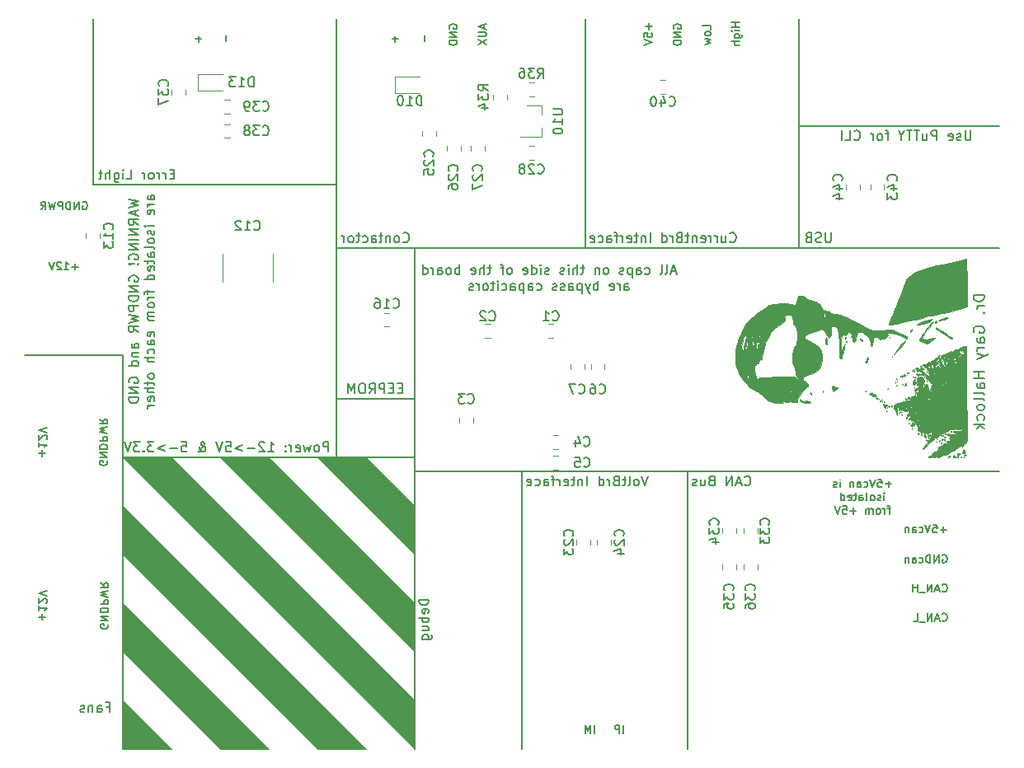
<source format=gbr>
G04 #@! TF.GenerationSoftware,KiCad,Pcbnew,5.1.5-52549c5~84~ubuntu18.04.1*
G04 #@! TF.CreationDate,2020-01-31T16:24:44-06:00*
G04 #@! TF.ProjectId,BPSMaster,4250534d-6173-4746-9572-2e6b69636164,rev?*
G04 #@! TF.SameCoordinates,Original*
G04 #@! TF.FileFunction,Legend,Bot*
G04 #@! TF.FilePolarity,Positive*
%FSLAX46Y46*%
G04 Gerber Fmt 4.6, Leading zero omitted, Abs format (unit mm)*
G04 Created by KiCad (PCBNEW 5.1.5-52549c5~84~ubuntu18.04.1) date 2020-01-31 16:24:44*
%MOMM*%
%LPD*%
G04 APERTURE LIST*
%ADD10C,0.100000*%
%ADD11C,0.150000*%
%ADD12C,0.152400*%
%ADD13C,0.158750*%
%ADD14C,0.010000*%
%ADD15C,0.120000*%
G04 APERTURE END LIST*
D10*
G36*
X115000000Y-150000000D02*
G01*
X110000000Y-150000000D01*
X110000000Y-145000000D01*
X115000000Y-150000000D01*
G37*
X115000000Y-150000000D02*
X110000000Y-150000000D01*
X110000000Y-145000000D01*
X115000000Y-150000000D01*
G36*
X125000000Y-150000000D02*
G01*
X120000000Y-150000000D01*
X110000000Y-140000000D01*
X110000000Y-135000000D01*
X125000000Y-150000000D01*
G37*
X125000000Y-150000000D02*
X120000000Y-150000000D01*
X110000000Y-140000000D01*
X110000000Y-135000000D01*
X125000000Y-150000000D01*
G36*
X135000000Y-150000000D02*
G01*
X130000000Y-150000000D01*
X110000000Y-130000000D01*
X110000000Y-125000000D01*
X135000000Y-150000000D01*
G37*
X135000000Y-150000000D02*
X130000000Y-150000000D01*
X110000000Y-130000000D01*
X110000000Y-125000000D01*
X135000000Y-150000000D01*
G36*
X140000000Y-145000000D02*
G01*
X140000000Y-150000000D01*
X110000000Y-120000000D01*
X115000000Y-120000000D01*
X140000000Y-145000000D01*
G37*
X140000000Y-145000000D02*
X140000000Y-150000000D01*
X110000000Y-120000000D01*
X115000000Y-120000000D01*
X140000000Y-145000000D01*
G36*
X140000000Y-135000000D02*
G01*
X140000000Y-140000000D01*
X120000000Y-120000000D01*
X125000000Y-120000000D01*
X140000000Y-135000000D01*
G37*
X140000000Y-135000000D02*
X140000000Y-140000000D01*
X120000000Y-120000000D01*
X125000000Y-120000000D01*
X140000000Y-135000000D01*
G36*
X140000000Y-125000000D02*
G01*
X140000000Y-130000000D01*
X130000000Y-120000000D01*
X135000000Y-120000000D01*
X140000000Y-125000000D01*
G37*
X140000000Y-125000000D02*
X140000000Y-130000000D01*
X130000000Y-120000000D01*
X135000000Y-120000000D01*
X140000000Y-125000000D01*
D11*
X138711904Y-112928571D02*
X138378571Y-112928571D01*
X138235714Y-113452380D02*
X138711904Y-113452380D01*
X138711904Y-112452380D01*
X138235714Y-112452380D01*
X137807142Y-112928571D02*
X137473809Y-112928571D01*
X137330952Y-113452380D02*
X137807142Y-113452380D01*
X137807142Y-112452380D01*
X137330952Y-112452380D01*
X136902380Y-113452380D02*
X136902380Y-112452380D01*
X136521428Y-112452380D01*
X136426190Y-112500000D01*
X136378571Y-112547619D01*
X136330952Y-112642857D01*
X136330952Y-112785714D01*
X136378571Y-112880952D01*
X136426190Y-112928571D01*
X136521428Y-112976190D01*
X136902380Y-112976190D01*
X135330952Y-113452380D02*
X135664285Y-112976190D01*
X135902380Y-113452380D02*
X135902380Y-112452380D01*
X135521428Y-112452380D01*
X135426190Y-112500000D01*
X135378571Y-112547619D01*
X135330952Y-112642857D01*
X135330952Y-112785714D01*
X135378571Y-112880952D01*
X135426190Y-112928571D01*
X135521428Y-112976190D01*
X135902380Y-112976190D01*
X134711904Y-112452380D02*
X134521428Y-112452380D01*
X134426190Y-112500000D01*
X134330952Y-112595238D01*
X134283333Y-112785714D01*
X134283333Y-113119047D01*
X134330952Y-113309523D01*
X134426190Y-113404761D01*
X134521428Y-113452380D01*
X134711904Y-113452380D01*
X134807142Y-113404761D01*
X134902380Y-113309523D01*
X134950000Y-113119047D01*
X134950000Y-112785714D01*
X134902380Y-112595238D01*
X134807142Y-112500000D01*
X134711904Y-112452380D01*
X133854761Y-113452380D02*
X133854761Y-112452380D01*
X133521428Y-113166666D01*
X133188095Y-112452380D01*
X133188095Y-113452380D01*
X140000000Y-114000000D02*
X132000000Y-114000000D01*
D12*
X188960914Y-122786457D02*
X188341638Y-122786457D01*
X188651276Y-123096095D02*
X188651276Y-122476819D01*
X187567542Y-122283295D02*
X187954590Y-122283295D01*
X187993295Y-122670342D01*
X187954590Y-122631638D01*
X187877180Y-122592933D01*
X187683657Y-122592933D01*
X187606247Y-122631638D01*
X187567542Y-122670342D01*
X187528838Y-122747752D01*
X187528838Y-122941276D01*
X187567542Y-123018685D01*
X187606247Y-123057390D01*
X187683657Y-123096095D01*
X187877180Y-123096095D01*
X187954590Y-123057390D01*
X187993295Y-123018685D01*
X187296609Y-122283295D02*
X187025676Y-123096095D01*
X186754742Y-122283295D01*
X186135466Y-123057390D02*
X186212876Y-123096095D01*
X186367695Y-123096095D01*
X186445104Y-123057390D01*
X186483809Y-123018685D01*
X186522514Y-122941276D01*
X186522514Y-122709047D01*
X186483809Y-122631638D01*
X186445104Y-122592933D01*
X186367695Y-122554228D01*
X186212876Y-122554228D01*
X186135466Y-122592933D01*
X185438780Y-123096095D02*
X185438780Y-122670342D01*
X185477485Y-122592933D01*
X185554895Y-122554228D01*
X185709714Y-122554228D01*
X185787123Y-122592933D01*
X185438780Y-123057390D02*
X185516190Y-123096095D01*
X185709714Y-123096095D01*
X185787123Y-123057390D01*
X185825828Y-122979980D01*
X185825828Y-122902571D01*
X185787123Y-122825161D01*
X185709714Y-122786457D01*
X185516190Y-122786457D01*
X185438780Y-122747752D01*
X185051733Y-122554228D02*
X185051733Y-123096095D01*
X185051733Y-122631638D02*
X185013028Y-122592933D01*
X184935619Y-122554228D01*
X184819504Y-122554228D01*
X184742095Y-122592933D01*
X184703390Y-122670342D01*
X184703390Y-123096095D01*
X183697066Y-123096095D02*
X183697066Y-122554228D01*
X183697066Y-122283295D02*
X183735771Y-122322000D01*
X183697066Y-122360704D01*
X183658361Y-122322000D01*
X183697066Y-122283295D01*
X183697066Y-122360704D01*
X183348723Y-123057390D02*
X183271314Y-123096095D01*
X183116495Y-123096095D01*
X183039085Y-123057390D01*
X183000380Y-122979980D01*
X183000380Y-122941276D01*
X183039085Y-122863866D01*
X183116495Y-122825161D01*
X183232609Y-122825161D01*
X183310019Y-122786457D01*
X183348723Y-122709047D01*
X183348723Y-122670342D01*
X183310019Y-122592933D01*
X183232609Y-122554228D01*
X183116495Y-122554228D01*
X183039085Y-122592933D01*
X188225523Y-124467695D02*
X188225523Y-123925828D01*
X188225523Y-123654895D02*
X188264228Y-123693600D01*
X188225523Y-123732304D01*
X188186819Y-123693600D01*
X188225523Y-123654895D01*
X188225523Y-123732304D01*
X187877180Y-124428990D02*
X187799771Y-124467695D01*
X187644952Y-124467695D01*
X187567542Y-124428990D01*
X187528838Y-124351580D01*
X187528838Y-124312876D01*
X187567542Y-124235466D01*
X187644952Y-124196761D01*
X187761066Y-124196761D01*
X187838476Y-124158057D01*
X187877180Y-124080647D01*
X187877180Y-124041942D01*
X187838476Y-123964533D01*
X187761066Y-123925828D01*
X187644952Y-123925828D01*
X187567542Y-123964533D01*
X187064380Y-124467695D02*
X187141790Y-124428990D01*
X187180495Y-124390285D01*
X187219200Y-124312876D01*
X187219200Y-124080647D01*
X187180495Y-124003238D01*
X187141790Y-123964533D01*
X187064380Y-123925828D01*
X186948266Y-123925828D01*
X186870857Y-123964533D01*
X186832152Y-124003238D01*
X186793447Y-124080647D01*
X186793447Y-124312876D01*
X186832152Y-124390285D01*
X186870857Y-124428990D01*
X186948266Y-124467695D01*
X187064380Y-124467695D01*
X186328990Y-124467695D02*
X186406400Y-124428990D01*
X186445104Y-124351580D01*
X186445104Y-123654895D01*
X185671009Y-124467695D02*
X185671009Y-124041942D01*
X185709714Y-123964533D01*
X185787123Y-123925828D01*
X185941942Y-123925828D01*
X186019352Y-123964533D01*
X185671009Y-124428990D02*
X185748419Y-124467695D01*
X185941942Y-124467695D01*
X186019352Y-124428990D01*
X186058057Y-124351580D01*
X186058057Y-124274171D01*
X186019352Y-124196761D01*
X185941942Y-124158057D01*
X185748419Y-124158057D01*
X185671009Y-124119352D01*
X185400076Y-123925828D02*
X185090438Y-123925828D01*
X185283961Y-123654895D02*
X185283961Y-124351580D01*
X185245257Y-124428990D01*
X185167847Y-124467695D01*
X185090438Y-124467695D01*
X184509866Y-124428990D02*
X184587276Y-124467695D01*
X184742095Y-124467695D01*
X184819504Y-124428990D01*
X184858209Y-124351580D01*
X184858209Y-124041942D01*
X184819504Y-123964533D01*
X184742095Y-123925828D01*
X184587276Y-123925828D01*
X184509866Y-123964533D01*
X184471161Y-124041942D01*
X184471161Y-124119352D01*
X184858209Y-124196761D01*
X183774476Y-124467695D02*
X183774476Y-123654895D01*
X183774476Y-124428990D02*
X183851885Y-124467695D01*
X184006704Y-124467695D01*
X184084114Y-124428990D01*
X184122819Y-124390285D01*
X184161523Y-124312876D01*
X184161523Y-124080647D01*
X184122819Y-124003238D01*
X184084114Y-123964533D01*
X184006704Y-123925828D01*
X183851885Y-123925828D01*
X183774476Y-123964533D01*
X188864152Y-125297428D02*
X188554514Y-125297428D01*
X188748038Y-125839295D02*
X188748038Y-125142609D01*
X188709333Y-125065200D01*
X188631923Y-125026495D01*
X188554514Y-125026495D01*
X188283580Y-125839295D02*
X188283580Y-125297428D01*
X188283580Y-125452247D02*
X188244876Y-125374838D01*
X188206171Y-125336133D01*
X188128761Y-125297428D01*
X188051352Y-125297428D01*
X187664304Y-125839295D02*
X187741714Y-125800590D01*
X187780419Y-125761885D01*
X187819123Y-125684476D01*
X187819123Y-125452247D01*
X187780419Y-125374838D01*
X187741714Y-125336133D01*
X187664304Y-125297428D01*
X187548190Y-125297428D01*
X187470780Y-125336133D01*
X187432076Y-125374838D01*
X187393371Y-125452247D01*
X187393371Y-125684476D01*
X187432076Y-125761885D01*
X187470780Y-125800590D01*
X187548190Y-125839295D01*
X187664304Y-125839295D01*
X187045028Y-125839295D02*
X187045028Y-125297428D01*
X187045028Y-125374838D02*
X187006323Y-125336133D01*
X186928914Y-125297428D01*
X186812800Y-125297428D01*
X186735390Y-125336133D01*
X186696685Y-125413542D01*
X186696685Y-125839295D01*
X186696685Y-125413542D02*
X186657980Y-125336133D01*
X186580571Y-125297428D01*
X186464457Y-125297428D01*
X186387047Y-125336133D01*
X186348342Y-125413542D01*
X186348342Y-125839295D01*
X185342019Y-125529657D02*
X184722742Y-125529657D01*
X185032380Y-125839295D02*
X185032380Y-125220019D01*
X183948647Y-125026495D02*
X184335695Y-125026495D01*
X184374400Y-125413542D01*
X184335695Y-125374838D01*
X184258285Y-125336133D01*
X184064761Y-125336133D01*
X183987352Y-125374838D01*
X183948647Y-125413542D01*
X183909942Y-125490952D01*
X183909942Y-125684476D01*
X183948647Y-125761885D01*
X183987352Y-125800590D01*
X184064761Y-125839295D01*
X184258285Y-125839295D01*
X184335695Y-125800590D01*
X184374400Y-125761885D01*
X183677714Y-125026495D02*
X183406780Y-125839295D01*
X183135847Y-125026495D01*
X194161142Y-136790285D02*
X194199847Y-136828990D01*
X194315961Y-136867695D01*
X194393371Y-136867695D01*
X194509485Y-136828990D01*
X194586895Y-136751580D01*
X194625600Y-136674171D01*
X194664304Y-136519352D01*
X194664304Y-136403238D01*
X194625600Y-136248419D01*
X194586895Y-136171009D01*
X194509485Y-136093600D01*
X194393371Y-136054895D01*
X194315961Y-136054895D01*
X194199847Y-136093600D01*
X194161142Y-136132304D01*
X193851504Y-136635466D02*
X193464457Y-136635466D01*
X193928914Y-136867695D02*
X193657980Y-136054895D01*
X193387047Y-136867695D01*
X193116114Y-136867695D02*
X193116114Y-136054895D01*
X192651657Y-136867695D01*
X192651657Y-136054895D01*
X192458133Y-136945104D02*
X191838857Y-136945104D01*
X191258285Y-136867695D02*
X191645333Y-136867695D01*
X191645333Y-136054895D01*
X194157904Y-133790285D02*
X194196609Y-133828990D01*
X194312723Y-133867695D01*
X194390133Y-133867695D01*
X194506247Y-133828990D01*
X194583657Y-133751580D01*
X194622361Y-133674171D01*
X194661066Y-133519352D01*
X194661066Y-133403238D01*
X194622361Y-133248419D01*
X194583657Y-133171009D01*
X194506247Y-133093600D01*
X194390133Y-133054895D01*
X194312723Y-133054895D01*
X194196609Y-133093600D01*
X194157904Y-133132304D01*
X193848266Y-133635466D02*
X193461219Y-133635466D01*
X193925676Y-133867695D02*
X193654742Y-133054895D01*
X193383809Y-133867695D01*
X193112876Y-133867695D02*
X193112876Y-133054895D01*
X192648419Y-133867695D01*
X192648419Y-133054895D01*
X192454895Y-133945104D02*
X191835619Y-133945104D01*
X191642095Y-133867695D02*
X191642095Y-133054895D01*
X191642095Y-133441942D02*
X191177638Y-133441942D01*
X191177638Y-133867695D02*
X191177638Y-133054895D01*
X194203009Y-130093600D02*
X194280419Y-130054895D01*
X194396533Y-130054895D01*
X194512647Y-130093600D01*
X194590057Y-130171009D01*
X194628761Y-130248419D01*
X194667466Y-130403238D01*
X194667466Y-130519352D01*
X194628761Y-130674171D01*
X194590057Y-130751580D01*
X194512647Y-130828990D01*
X194396533Y-130867695D01*
X194319123Y-130867695D01*
X194203009Y-130828990D01*
X194164304Y-130790285D01*
X194164304Y-130519352D01*
X194319123Y-130519352D01*
X193815961Y-130867695D02*
X193815961Y-130054895D01*
X193351504Y-130867695D01*
X193351504Y-130054895D01*
X192964457Y-130867695D02*
X192964457Y-130054895D01*
X192770933Y-130054895D01*
X192654819Y-130093600D01*
X192577409Y-130171009D01*
X192538704Y-130248419D01*
X192500000Y-130403238D01*
X192500000Y-130519352D01*
X192538704Y-130674171D01*
X192577409Y-130751580D01*
X192654819Y-130828990D01*
X192770933Y-130867695D01*
X192964457Y-130867695D01*
X191803314Y-130828990D02*
X191880723Y-130867695D01*
X192035542Y-130867695D01*
X192112952Y-130828990D01*
X192151657Y-130790285D01*
X192190361Y-130712876D01*
X192190361Y-130480647D01*
X192151657Y-130403238D01*
X192112952Y-130364533D01*
X192035542Y-130325828D01*
X191880723Y-130325828D01*
X191803314Y-130364533D01*
X191106628Y-130867695D02*
X191106628Y-130441942D01*
X191145333Y-130364533D01*
X191222742Y-130325828D01*
X191377561Y-130325828D01*
X191454971Y-130364533D01*
X191106628Y-130828990D02*
X191184038Y-130867695D01*
X191377561Y-130867695D01*
X191454971Y-130828990D01*
X191493676Y-130751580D01*
X191493676Y-130674171D01*
X191454971Y-130596761D01*
X191377561Y-130558057D01*
X191184038Y-130558057D01*
X191106628Y-130519352D01*
X190719580Y-130325828D02*
X190719580Y-130867695D01*
X190719580Y-130403238D02*
X190680876Y-130364533D01*
X190603466Y-130325828D01*
X190487352Y-130325828D01*
X190409942Y-130364533D01*
X190371238Y-130441942D01*
X190371238Y-130867695D01*
X194628761Y-127458057D02*
X194009485Y-127458057D01*
X194319123Y-127767695D02*
X194319123Y-127148419D01*
X193235390Y-126954895D02*
X193622438Y-126954895D01*
X193661142Y-127341942D01*
X193622438Y-127303238D01*
X193545028Y-127264533D01*
X193351504Y-127264533D01*
X193274095Y-127303238D01*
X193235390Y-127341942D01*
X193196685Y-127419352D01*
X193196685Y-127612876D01*
X193235390Y-127690285D01*
X193274095Y-127728990D01*
X193351504Y-127767695D01*
X193545028Y-127767695D01*
X193622438Y-127728990D01*
X193661142Y-127690285D01*
X192964457Y-126954895D02*
X192693523Y-127767695D01*
X192422590Y-126954895D01*
X191803314Y-127728990D02*
X191880723Y-127767695D01*
X192035542Y-127767695D01*
X192112952Y-127728990D01*
X192151657Y-127690285D01*
X192190361Y-127612876D01*
X192190361Y-127380647D01*
X192151657Y-127303238D01*
X192112952Y-127264533D01*
X192035542Y-127225828D01*
X191880723Y-127225828D01*
X191803314Y-127264533D01*
X191106628Y-127767695D02*
X191106628Y-127341942D01*
X191145333Y-127264533D01*
X191222742Y-127225828D01*
X191377561Y-127225828D01*
X191454971Y-127264533D01*
X191106628Y-127728990D02*
X191184038Y-127767695D01*
X191377561Y-127767695D01*
X191454971Y-127728990D01*
X191493676Y-127651580D01*
X191493676Y-127574171D01*
X191454971Y-127496761D01*
X191377561Y-127458057D01*
X191184038Y-127458057D01*
X191106628Y-127419352D01*
X190719580Y-127225828D02*
X190719580Y-127767695D01*
X190719580Y-127303238D02*
X190680876Y-127264533D01*
X190603466Y-127225828D01*
X190487352Y-127225828D01*
X190409942Y-127264533D01*
X190371238Y-127341942D01*
X190371238Y-127767695D01*
X158464457Y-148367695D02*
X158464457Y-147554895D01*
X158077409Y-148367695D02*
X158077409Y-147554895D01*
X157806476Y-148135466D01*
X157535542Y-147554895D01*
X157535542Y-148367695D01*
X161406400Y-148367695D02*
X161406400Y-147554895D01*
X161019352Y-148367695D02*
X161019352Y-147554895D01*
X160709714Y-147554895D01*
X160632304Y-147593600D01*
X160593600Y-147632304D01*
X160554895Y-147709714D01*
X160554895Y-147825828D01*
X160593600Y-147903238D01*
X160632304Y-147941942D01*
X160709714Y-147980647D01*
X161019352Y-147980647D01*
X101741942Y-136732076D02*
X101741942Y-136112800D01*
X101432304Y-136422438D02*
X102051580Y-136422438D01*
X101432304Y-135300000D02*
X101432304Y-135764457D01*
X101432304Y-135532228D02*
X102245104Y-135532228D01*
X102128990Y-135609638D01*
X102051580Y-135687047D01*
X102012876Y-135764457D01*
X102167695Y-134990361D02*
X102206400Y-134951657D01*
X102245104Y-134874247D01*
X102245104Y-134680723D01*
X102206400Y-134603314D01*
X102167695Y-134564609D01*
X102090285Y-134525904D01*
X102012876Y-134525904D01*
X101896761Y-134564609D01*
X101432304Y-135029066D01*
X101432304Y-134525904D01*
X102245104Y-134293676D02*
X101432304Y-134022742D01*
X102245104Y-133751809D01*
X101741942Y-119932076D02*
X101741942Y-119312800D01*
X101432304Y-119622438D02*
X102051580Y-119622438D01*
X101432304Y-118500000D02*
X101432304Y-118964457D01*
X101432304Y-118732228D02*
X102245104Y-118732228D01*
X102128990Y-118809638D01*
X102051580Y-118887047D01*
X102012876Y-118964457D01*
X102167695Y-118190361D02*
X102206400Y-118151657D01*
X102245104Y-118074247D01*
X102245104Y-117880723D01*
X102206400Y-117803314D01*
X102167695Y-117764609D01*
X102090285Y-117725904D01*
X102012876Y-117725904D01*
X101896761Y-117764609D01*
X101432304Y-118229066D01*
X101432304Y-117725904D01*
X102245104Y-117493676D02*
X101432304Y-117222742D01*
X102245104Y-116951809D01*
X108506400Y-137196533D02*
X108545104Y-137273942D01*
X108545104Y-137390057D01*
X108506400Y-137506171D01*
X108428990Y-137583580D01*
X108351580Y-137622285D01*
X108196761Y-137660990D01*
X108080647Y-137660990D01*
X107925828Y-137622285D01*
X107848419Y-137583580D01*
X107771009Y-137506171D01*
X107732304Y-137390057D01*
X107732304Y-137312647D01*
X107771009Y-137196533D01*
X107809714Y-137157828D01*
X108080647Y-137157828D01*
X108080647Y-137312647D01*
X107732304Y-136809485D02*
X108545104Y-136809485D01*
X107732304Y-136345028D01*
X108545104Y-136345028D01*
X107732304Y-135957980D02*
X108545104Y-135957980D01*
X108545104Y-135764457D01*
X108506400Y-135648342D01*
X108428990Y-135570933D01*
X108351580Y-135532228D01*
X108196761Y-135493523D01*
X108080647Y-135493523D01*
X107925828Y-135532228D01*
X107848419Y-135570933D01*
X107771009Y-135648342D01*
X107732304Y-135764457D01*
X107732304Y-135957980D01*
X107732304Y-135145180D02*
X108545104Y-135145180D01*
X108545104Y-134835542D01*
X108506400Y-134758133D01*
X108467695Y-134719428D01*
X108390285Y-134680723D01*
X108274171Y-134680723D01*
X108196761Y-134719428D01*
X108158057Y-134758133D01*
X108119352Y-134835542D01*
X108119352Y-135145180D01*
X108545104Y-134409790D02*
X107732304Y-134216266D01*
X108312876Y-134061447D01*
X107732304Y-133906628D01*
X108545104Y-133713104D01*
X107732304Y-132939009D02*
X108119352Y-133209942D01*
X107732304Y-133403466D02*
X108545104Y-133403466D01*
X108545104Y-133093828D01*
X108506400Y-133016419D01*
X108467695Y-132977714D01*
X108390285Y-132939009D01*
X108274171Y-132939009D01*
X108196761Y-132977714D01*
X108158057Y-133016419D01*
X108119352Y-133093828D01*
X108119352Y-133403466D01*
X108406400Y-120396533D02*
X108445104Y-120473942D01*
X108445104Y-120590057D01*
X108406400Y-120706171D01*
X108328990Y-120783580D01*
X108251580Y-120822285D01*
X108096761Y-120860990D01*
X107980647Y-120860990D01*
X107825828Y-120822285D01*
X107748419Y-120783580D01*
X107671009Y-120706171D01*
X107632304Y-120590057D01*
X107632304Y-120512647D01*
X107671009Y-120396533D01*
X107709714Y-120357828D01*
X107980647Y-120357828D01*
X107980647Y-120512647D01*
X107632304Y-120009485D02*
X108445104Y-120009485D01*
X107632304Y-119545028D01*
X108445104Y-119545028D01*
X107632304Y-119157980D02*
X108445104Y-119157980D01*
X108445104Y-118964457D01*
X108406400Y-118848342D01*
X108328990Y-118770933D01*
X108251580Y-118732228D01*
X108096761Y-118693523D01*
X107980647Y-118693523D01*
X107825828Y-118732228D01*
X107748419Y-118770933D01*
X107671009Y-118848342D01*
X107632304Y-118964457D01*
X107632304Y-119157980D01*
X107632304Y-118345180D02*
X108445104Y-118345180D01*
X108445104Y-118035542D01*
X108406400Y-117958133D01*
X108367695Y-117919428D01*
X108290285Y-117880723D01*
X108174171Y-117880723D01*
X108096761Y-117919428D01*
X108058057Y-117958133D01*
X108019352Y-118035542D01*
X108019352Y-118345180D01*
X108445104Y-117609790D02*
X107632304Y-117416266D01*
X108212876Y-117261447D01*
X107632304Y-117106628D01*
X108445104Y-116913104D01*
X107632304Y-116139009D02*
X108019352Y-116409942D01*
X107632304Y-116603466D02*
X108445104Y-116603466D01*
X108445104Y-116293828D01*
X108406400Y-116216419D01*
X108367695Y-116177714D01*
X108290285Y-116139009D01*
X108174171Y-116139009D01*
X108096761Y-116177714D01*
X108058057Y-116216419D01*
X108019352Y-116293828D01*
X108019352Y-116603466D01*
D11*
X110627380Y-93500000D02*
X111627380Y-93738095D01*
X110913095Y-93928571D01*
X111627380Y-94119047D01*
X110627380Y-94357142D01*
X111341666Y-94690476D02*
X111341666Y-95166666D01*
X111627380Y-94595238D02*
X110627380Y-94928571D01*
X111627380Y-95261904D01*
X111627380Y-96166666D02*
X111151190Y-95833333D01*
X111627380Y-95595238D02*
X110627380Y-95595238D01*
X110627380Y-95976190D01*
X110675000Y-96071428D01*
X110722619Y-96119047D01*
X110817857Y-96166666D01*
X110960714Y-96166666D01*
X111055952Y-96119047D01*
X111103571Y-96071428D01*
X111151190Y-95976190D01*
X111151190Y-95595238D01*
X111627380Y-96595238D02*
X110627380Y-96595238D01*
X111627380Y-97166666D01*
X110627380Y-97166666D01*
X111627380Y-97642857D02*
X110627380Y-97642857D01*
X111627380Y-98119047D02*
X110627380Y-98119047D01*
X111627380Y-98690476D01*
X110627380Y-98690476D01*
X110675000Y-99690476D02*
X110627380Y-99595238D01*
X110627380Y-99452380D01*
X110675000Y-99309523D01*
X110770238Y-99214285D01*
X110865476Y-99166666D01*
X111055952Y-99119047D01*
X111198809Y-99119047D01*
X111389285Y-99166666D01*
X111484523Y-99214285D01*
X111579761Y-99309523D01*
X111627380Y-99452380D01*
X111627380Y-99547619D01*
X111579761Y-99690476D01*
X111532142Y-99738095D01*
X111198809Y-99738095D01*
X111198809Y-99547619D01*
X111532142Y-100166666D02*
X111579761Y-100214285D01*
X111627380Y-100166666D01*
X111579761Y-100119047D01*
X111532142Y-100166666D01*
X111627380Y-100166666D01*
X111246428Y-100166666D02*
X110675000Y-100119047D01*
X110627380Y-100166666D01*
X110675000Y-100214285D01*
X111246428Y-100166666D01*
X110627380Y-100166666D01*
X110675000Y-101928571D02*
X110627380Y-101833333D01*
X110627380Y-101690476D01*
X110675000Y-101547619D01*
X110770238Y-101452380D01*
X110865476Y-101404761D01*
X111055952Y-101357142D01*
X111198809Y-101357142D01*
X111389285Y-101404761D01*
X111484523Y-101452380D01*
X111579761Y-101547619D01*
X111627380Y-101690476D01*
X111627380Y-101785714D01*
X111579761Y-101928571D01*
X111532142Y-101976190D01*
X111198809Y-101976190D01*
X111198809Y-101785714D01*
X111627380Y-102404761D02*
X110627380Y-102404761D01*
X111627380Y-102976190D01*
X110627380Y-102976190D01*
X111627380Y-103452380D02*
X110627380Y-103452380D01*
X110627380Y-103690476D01*
X110675000Y-103833333D01*
X110770238Y-103928571D01*
X110865476Y-103976190D01*
X111055952Y-104023809D01*
X111198809Y-104023809D01*
X111389285Y-103976190D01*
X111484523Y-103928571D01*
X111579761Y-103833333D01*
X111627380Y-103690476D01*
X111627380Y-103452380D01*
X111627380Y-104452380D02*
X110627380Y-104452380D01*
X110627380Y-104833333D01*
X110675000Y-104928571D01*
X110722619Y-104976190D01*
X110817857Y-105023809D01*
X110960714Y-105023809D01*
X111055952Y-104976190D01*
X111103571Y-104928571D01*
X111151190Y-104833333D01*
X111151190Y-104452380D01*
X110627380Y-105357142D02*
X111627380Y-105595238D01*
X110913095Y-105785714D01*
X111627380Y-105976190D01*
X110627380Y-106214285D01*
X111627380Y-107166666D02*
X111151190Y-106833333D01*
X111627380Y-106595238D02*
X110627380Y-106595238D01*
X110627380Y-106976190D01*
X110675000Y-107071428D01*
X110722619Y-107119047D01*
X110817857Y-107166666D01*
X110960714Y-107166666D01*
X111055952Y-107119047D01*
X111103571Y-107071428D01*
X111151190Y-106976190D01*
X111151190Y-106595238D01*
X111627380Y-108785714D02*
X111103571Y-108785714D01*
X111008333Y-108738095D01*
X110960714Y-108642857D01*
X110960714Y-108452380D01*
X111008333Y-108357142D01*
X111579761Y-108785714D02*
X111627380Y-108690476D01*
X111627380Y-108452380D01*
X111579761Y-108357142D01*
X111484523Y-108309523D01*
X111389285Y-108309523D01*
X111294047Y-108357142D01*
X111246428Y-108452380D01*
X111246428Y-108690476D01*
X111198809Y-108785714D01*
X110960714Y-109261904D02*
X111627380Y-109261904D01*
X111055952Y-109261904D02*
X111008333Y-109309523D01*
X110960714Y-109404761D01*
X110960714Y-109547619D01*
X111008333Y-109642857D01*
X111103571Y-109690476D01*
X111627380Y-109690476D01*
X111627380Y-110595238D02*
X110627380Y-110595238D01*
X111579761Y-110595238D02*
X111627380Y-110500000D01*
X111627380Y-110309523D01*
X111579761Y-110214285D01*
X111532142Y-110166666D01*
X111436904Y-110119047D01*
X111151190Y-110119047D01*
X111055952Y-110166666D01*
X111008333Y-110214285D01*
X110960714Y-110309523D01*
X110960714Y-110500000D01*
X111008333Y-110595238D01*
X110675000Y-112357142D02*
X110627380Y-112261904D01*
X110627380Y-112119047D01*
X110675000Y-111976190D01*
X110770238Y-111880952D01*
X110865476Y-111833333D01*
X111055952Y-111785714D01*
X111198809Y-111785714D01*
X111389285Y-111833333D01*
X111484523Y-111880952D01*
X111579761Y-111976190D01*
X111627380Y-112119047D01*
X111627380Y-112214285D01*
X111579761Y-112357142D01*
X111532142Y-112404761D01*
X111198809Y-112404761D01*
X111198809Y-112214285D01*
X111627380Y-112833333D02*
X110627380Y-112833333D01*
X111627380Y-113404761D01*
X110627380Y-113404761D01*
X111627380Y-113880952D02*
X110627380Y-113880952D01*
X110627380Y-114119047D01*
X110675000Y-114261904D01*
X110770238Y-114357142D01*
X110865476Y-114404761D01*
X111055952Y-114452380D01*
X111198809Y-114452380D01*
X111389285Y-114404761D01*
X111484523Y-114357142D01*
X111579761Y-114261904D01*
X111627380Y-114119047D01*
X111627380Y-113880952D01*
X113277380Y-93571428D02*
X112753571Y-93571428D01*
X112658333Y-93523809D01*
X112610714Y-93428571D01*
X112610714Y-93238095D01*
X112658333Y-93142857D01*
X113229761Y-93571428D02*
X113277380Y-93476190D01*
X113277380Y-93238095D01*
X113229761Y-93142857D01*
X113134523Y-93095238D01*
X113039285Y-93095238D01*
X112944047Y-93142857D01*
X112896428Y-93238095D01*
X112896428Y-93476190D01*
X112848809Y-93571428D01*
X113277380Y-94047619D02*
X112610714Y-94047619D01*
X112801190Y-94047619D02*
X112705952Y-94095238D01*
X112658333Y-94142857D01*
X112610714Y-94238095D01*
X112610714Y-94333333D01*
X113229761Y-95047619D02*
X113277380Y-94952380D01*
X113277380Y-94761904D01*
X113229761Y-94666666D01*
X113134523Y-94619047D01*
X112753571Y-94619047D01*
X112658333Y-94666666D01*
X112610714Y-94761904D01*
X112610714Y-94952380D01*
X112658333Y-95047619D01*
X112753571Y-95095238D01*
X112848809Y-95095238D01*
X112944047Y-94619047D01*
X113277380Y-96285714D02*
X112610714Y-96285714D01*
X112277380Y-96285714D02*
X112325000Y-96238095D01*
X112372619Y-96285714D01*
X112325000Y-96333333D01*
X112277380Y-96285714D01*
X112372619Y-96285714D01*
X113229761Y-96714285D02*
X113277380Y-96809523D01*
X113277380Y-97000000D01*
X113229761Y-97095238D01*
X113134523Y-97142857D01*
X113086904Y-97142857D01*
X112991666Y-97095238D01*
X112944047Y-97000000D01*
X112944047Y-96857142D01*
X112896428Y-96761904D01*
X112801190Y-96714285D01*
X112753571Y-96714285D01*
X112658333Y-96761904D01*
X112610714Y-96857142D01*
X112610714Y-97000000D01*
X112658333Y-97095238D01*
X113277380Y-97714285D02*
X113229761Y-97619047D01*
X113182142Y-97571428D01*
X113086904Y-97523809D01*
X112801190Y-97523809D01*
X112705952Y-97571428D01*
X112658333Y-97619047D01*
X112610714Y-97714285D01*
X112610714Y-97857142D01*
X112658333Y-97952380D01*
X112705952Y-98000000D01*
X112801190Y-98047619D01*
X113086904Y-98047619D01*
X113182142Y-98000000D01*
X113229761Y-97952380D01*
X113277380Y-97857142D01*
X113277380Y-97714285D01*
X113277380Y-98619047D02*
X113229761Y-98523809D01*
X113134523Y-98476190D01*
X112277380Y-98476190D01*
X113277380Y-99428571D02*
X112753571Y-99428571D01*
X112658333Y-99380952D01*
X112610714Y-99285714D01*
X112610714Y-99095238D01*
X112658333Y-99000000D01*
X113229761Y-99428571D02*
X113277380Y-99333333D01*
X113277380Y-99095238D01*
X113229761Y-99000000D01*
X113134523Y-98952380D01*
X113039285Y-98952380D01*
X112944047Y-99000000D01*
X112896428Y-99095238D01*
X112896428Y-99333333D01*
X112848809Y-99428571D01*
X112610714Y-99761904D02*
X112610714Y-100142857D01*
X112277380Y-99904761D02*
X113134523Y-99904761D01*
X113229761Y-99952380D01*
X113277380Y-100047619D01*
X113277380Y-100142857D01*
X113229761Y-100857142D02*
X113277380Y-100761904D01*
X113277380Y-100571428D01*
X113229761Y-100476190D01*
X113134523Y-100428571D01*
X112753571Y-100428571D01*
X112658333Y-100476190D01*
X112610714Y-100571428D01*
X112610714Y-100761904D01*
X112658333Y-100857142D01*
X112753571Y-100904761D01*
X112848809Y-100904761D01*
X112944047Y-100428571D01*
X113277380Y-101761904D02*
X112277380Y-101761904D01*
X113229761Y-101761904D02*
X113277380Y-101666666D01*
X113277380Y-101476190D01*
X113229761Y-101380952D01*
X113182142Y-101333333D01*
X113086904Y-101285714D01*
X112801190Y-101285714D01*
X112705952Y-101333333D01*
X112658333Y-101380952D01*
X112610714Y-101476190D01*
X112610714Y-101666666D01*
X112658333Y-101761904D01*
X112610714Y-102857142D02*
X112610714Y-103238095D01*
X113277380Y-103000000D02*
X112420238Y-103000000D01*
X112325000Y-103047619D01*
X112277380Y-103142857D01*
X112277380Y-103238095D01*
X113277380Y-103571428D02*
X112610714Y-103571428D01*
X112801190Y-103571428D02*
X112705952Y-103619047D01*
X112658333Y-103666666D01*
X112610714Y-103761904D01*
X112610714Y-103857142D01*
X113277380Y-104333333D02*
X113229761Y-104238095D01*
X113182142Y-104190476D01*
X113086904Y-104142857D01*
X112801190Y-104142857D01*
X112705952Y-104190476D01*
X112658333Y-104238095D01*
X112610714Y-104333333D01*
X112610714Y-104476190D01*
X112658333Y-104571428D01*
X112705952Y-104619047D01*
X112801190Y-104666666D01*
X113086904Y-104666666D01*
X113182142Y-104619047D01*
X113229761Y-104571428D01*
X113277380Y-104476190D01*
X113277380Y-104333333D01*
X113277380Y-105095238D02*
X112610714Y-105095238D01*
X112705952Y-105095238D02*
X112658333Y-105142857D01*
X112610714Y-105238095D01*
X112610714Y-105380952D01*
X112658333Y-105476190D01*
X112753571Y-105523809D01*
X113277380Y-105523809D01*
X112753571Y-105523809D02*
X112658333Y-105571428D01*
X112610714Y-105666666D01*
X112610714Y-105809523D01*
X112658333Y-105904761D01*
X112753571Y-105952380D01*
X113277380Y-105952380D01*
X113229761Y-107571428D02*
X113277380Y-107476190D01*
X113277380Y-107285714D01*
X113229761Y-107190476D01*
X113134523Y-107142857D01*
X112753571Y-107142857D01*
X112658333Y-107190476D01*
X112610714Y-107285714D01*
X112610714Y-107476190D01*
X112658333Y-107571428D01*
X112753571Y-107619047D01*
X112848809Y-107619047D01*
X112944047Y-107142857D01*
X113277380Y-108476190D02*
X112753571Y-108476190D01*
X112658333Y-108428571D01*
X112610714Y-108333333D01*
X112610714Y-108142857D01*
X112658333Y-108047619D01*
X113229761Y-108476190D02*
X113277380Y-108380952D01*
X113277380Y-108142857D01*
X113229761Y-108047619D01*
X113134523Y-108000000D01*
X113039285Y-108000000D01*
X112944047Y-108047619D01*
X112896428Y-108142857D01*
X112896428Y-108380952D01*
X112848809Y-108476190D01*
X113229761Y-109380952D02*
X113277380Y-109285714D01*
X113277380Y-109095238D01*
X113229761Y-109000000D01*
X113182142Y-108952380D01*
X113086904Y-108904761D01*
X112801190Y-108904761D01*
X112705952Y-108952380D01*
X112658333Y-109000000D01*
X112610714Y-109095238D01*
X112610714Y-109285714D01*
X112658333Y-109380952D01*
X113277380Y-109809523D02*
X112277380Y-109809523D01*
X113277380Y-110238095D02*
X112753571Y-110238095D01*
X112658333Y-110190476D01*
X112610714Y-110095238D01*
X112610714Y-109952380D01*
X112658333Y-109857142D01*
X112705952Y-109809523D01*
X113277380Y-111619047D02*
X113229761Y-111523809D01*
X113182142Y-111476190D01*
X113086904Y-111428571D01*
X112801190Y-111428571D01*
X112705952Y-111476190D01*
X112658333Y-111523809D01*
X112610714Y-111619047D01*
X112610714Y-111761904D01*
X112658333Y-111857142D01*
X112705952Y-111904761D01*
X112801190Y-111952380D01*
X113086904Y-111952380D01*
X113182142Y-111904761D01*
X113229761Y-111857142D01*
X113277380Y-111761904D01*
X113277380Y-111619047D01*
X112610714Y-112238095D02*
X112610714Y-112619047D01*
X112277380Y-112380952D02*
X113134523Y-112380952D01*
X113229761Y-112428571D01*
X113277380Y-112523809D01*
X113277380Y-112619047D01*
X113277380Y-112952380D02*
X112277380Y-112952380D01*
X113277380Y-113380952D02*
X112753571Y-113380952D01*
X112658333Y-113333333D01*
X112610714Y-113238095D01*
X112610714Y-113095238D01*
X112658333Y-113000000D01*
X112705952Y-112952380D01*
X113229761Y-114238095D02*
X113277380Y-114142857D01*
X113277380Y-113952380D01*
X113229761Y-113857142D01*
X113134523Y-113809523D01*
X112753571Y-113809523D01*
X112658333Y-113857142D01*
X112610714Y-113952380D01*
X112610714Y-114142857D01*
X112658333Y-114238095D01*
X112753571Y-114285714D01*
X112848809Y-114285714D01*
X112944047Y-113809523D01*
X113277380Y-114714285D02*
X112610714Y-114714285D01*
X112801190Y-114714285D02*
X112705952Y-114761904D01*
X112658333Y-114809523D01*
X112610714Y-114904761D01*
X112610714Y-115000000D01*
D12*
X105896533Y-93793600D02*
X105973942Y-93754895D01*
X106090057Y-93754895D01*
X106206171Y-93793600D01*
X106283580Y-93871009D01*
X106322285Y-93948419D01*
X106360990Y-94103238D01*
X106360990Y-94219352D01*
X106322285Y-94374171D01*
X106283580Y-94451580D01*
X106206171Y-94528990D01*
X106090057Y-94567695D01*
X106012647Y-94567695D01*
X105896533Y-94528990D01*
X105857828Y-94490285D01*
X105857828Y-94219352D01*
X106012647Y-94219352D01*
X105509485Y-94567695D02*
X105509485Y-93754895D01*
X105045028Y-94567695D01*
X105045028Y-93754895D01*
X104657980Y-94567695D02*
X104657980Y-93754895D01*
X104464457Y-93754895D01*
X104348342Y-93793600D01*
X104270933Y-93871009D01*
X104232228Y-93948419D01*
X104193523Y-94103238D01*
X104193523Y-94219352D01*
X104232228Y-94374171D01*
X104270933Y-94451580D01*
X104348342Y-94528990D01*
X104464457Y-94567695D01*
X104657980Y-94567695D01*
X103845180Y-94567695D02*
X103845180Y-93754895D01*
X103535542Y-93754895D01*
X103458133Y-93793600D01*
X103419428Y-93832304D01*
X103380723Y-93909714D01*
X103380723Y-94025828D01*
X103419428Y-94103238D01*
X103458133Y-94141942D01*
X103535542Y-94180647D01*
X103845180Y-94180647D01*
X103109790Y-93754895D02*
X102916266Y-94567695D01*
X102761447Y-93987123D01*
X102606628Y-94567695D01*
X102413104Y-93754895D01*
X101639009Y-94567695D02*
X101909942Y-94180647D01*
X102103466Y-94567695D02*
X102103466Y-93754895D01*
X101793828Y-93754895D01*
X101716419Y-93793600D01*
X101677714Y-93832304D01*
X101639009Y-93909714D01*
X101639009Y-94025828D01*
X101677714Y-94103238D01*
X101716419Y-94141942D01*
X101793828Y-94180647D01*
X102103466Y-94180647D01*
X105432076Y-100458057D02*
X104812800Y-100458057D01*
X105122438Y-100767695D02*
X105122438Y-100148419D01*
X104000000Y-100767695D02*
X104464457Y-100767695D01*
X104232228Y-100767695D02*
X104232228Y-99954895D01*
X104309638Y-100071009D01*
X104387047Y-100148419D01*
X104464457Y-100187123D01*
X103690361Y-100032304D02*
X103651657Y-99993600D01*
X103574247Y-99954895D01*
X103380723Y-99954895D01*
X103303314Y-99993600D01*
X103264609Y-100032304D01*
X103225904Y-100109714D01*
X103225904Y-100187123D01*
X103264609Y-100303238D01*
X103729066Y-100767695D01*
X103225904Y-100767695D01*
X102993676Y-99954895D02*
X102722742Y-100767695D01*
X102451809Y-99954895D01*
X120658057Y-76690361D02*
X120658057Y-77309638D01*
X118109638Y-77058057D02*
X117490361Y-77058057D01*
X117800000Y-77367695D02*
X117800000Y-76748419D01*
X147135466Y-75593676D02*
X147135466Y-75980723D01*
X147367695Y-75516266D02*
X146554895Y-75787200D01*
X147367695Y-76058133D01*
X146554895Y-76329066D02*
X147212876Y-76329066D01*
X147290285Y-76367771D01*
X147328990Y-76406476D01*
X147367695Y-76483885D01*
X147367695Y-76638704D01*
X147328990Y-76716114D01*
X147290285Y-76754819D01*
X147212876Y-76793523D01*
X146554895Y-76793523D01*
X146554895Y-77103161D02*
X147367695Y-77645028D01*
X146554895Y-77645028D02*
X147367695Y-77103161D01*
X143593600Y-75980723D02*
X143554895Y-75903314D01*
X143554895Y-75787200D01*
X143593600Y-75671085D01*
X143671009Y-75593676D01*
X143748419Y-75554971D01*
X143903238Y-75516266D01*
X144019352Y-75516266D01*
X144174171Y-75554971D01*
X144251580Y-75593676D01*
X144328990Y-75671085D01*
X144367695Y-75787200D01*
X144367695Y-75864609D01*
X144328990Y-75980723D01*
X144290285Y-76019428D01*
X144019352Y-76019428D01*
X144019352Y-75864609D01*
X144367695Y-76367771D02*
X143554895Y-76367771D01*
X144367695Y-76832228D01*
X143554895Y-76832228D01*
X144367695Y-77219276D02*
X143554895Y-77219276D01*
X143554895Y-77412800D01*
X143593600Y-77528914D01*
X143671009Y-77606323D01*
X143748419Y-77645028D01*
X143903238Y-77683733D01*
X144019352Y-77683733D01*
X144174171Y-77645028D01*
X144251580Y-77606323D01*
X144328990Y-77528914D01*
X144367695Y-77412800D01*
X144367695Y-77219276D01*
X141058057Y-76690361D02*
X141058057Y-77309638D01*
X138309638Y-77058057D02*
X137690361Y-77058057D01*
X138000000Y-77367695D02*
X138000000Y-76748419D01*
D13*
X198517071Y-103342000D02*
X197374071Y-103342000D01*
X197374071Y-103614142D01*
X197428500Y-103777428D01*
X197537357Y-103886285D01*
X197646214Y-103940714D01*
X197863928Y-103995142D01*
X198027214Y-103995142D01*
X198244928Y-103940714D01*
X198353785Y-103886285D01*
X198462642Y-103777428D01*
X198517071Y-103614142D01*
X198517071Y-103342000D01*
X198517071Y-104485000D02*
X197755071Y-104485000D01*
X197972785Y-104485000D02*
X197863928Y-104539428D01*
X197809500Y-104593857D01*
X197755071Y-104702714D01*
X197755071Y-104811571D01*
X198408214Y-105192571D02*
X198462642Y-105247000D01*
X198517071Y-105192571D01*
X198462642Y-105138142D01*
X198408214Y-105192571D01*
X198517071Y-105192571D01*
X197428500Y-107206428D02*
X197374071Y-107097571D01*
X197374071Y-106934285D01*
X197428500Y-106771000D01*
X197537357Y-106662142D01*
X197646214Y-106607714D01*
X197863928Y-106553285D01*
X198027214Y-106553285D01*
X198244928Y-106607714D01*
X198353785Y-106662142D01*
X198462642Y-106771000D01*
X198517071Y-106934285D01*
X198517071Y-107043142D01*
X198462642Y-107206428D01*
X198408214Y-107260857D01*
X198027214Y-107260857D01*
X198027214Y-107043142D01*
X198517071Y-108240571D02*
X197918357Y-108240571D01*
X197809500Y-108186142D01*
X197755071Y-108077285D01*
X197755071Y-107859571D01*
X197809500Y-107750714D01*
X198462642Y-108240571D02*
X198517071Y-108131714D01*
X198517071Y-107859571D01*
X198462642Y-107750714D01*
X198353785Y-107696285D01*
X198244928Y-107696285D01*
X198136071Y-107750714D01*
X198081642Y-107859571D01*
X198081642Y-108131714D01*
X198027214Y-108240571D01*
X198517071Y-108784857D02*
X197755071Y-108784857D01*
X197972785Y-108784857D02*
X197863928Y-108839285D01*
X197809500Y-108893714D01*
X197755071Y-109002571D01*
X197755071Y-109111428D01*
X197755071Y-109383571D02*
X198517071Y-109655714D01*
X197755071Y-109927857D02*
X198517071Y-109655714D01*
X198789214Y-109546857D01*
X198843642Y-109492428D01*
X198898071Y-109383571D01*
X198517071Y-111234142D02*
X197374071Y-111234142D01*
X197918357Y-111234142D02*
X197918357Y-111887285D01*
X198517071Y-111887285D02*
X197374071Y-111887285D01*
X198517071Y-112921428D02*
X197918357Y-112921428D01*
X197809500Y-112867000D01*
X197755071Y-112758142D01*
X197755071Y-112540428D01*
X197809500Y-112431571D01*
X198462642Y-112921428D02*
X198517071Y-112812571D01*
X198517071Y-112540428D01*
X198462642Y-112431571D01*
X198353785Y-112377142D01*
X198244928Y-112377142D01*
X198136071Y-112431571D01*
X198081642Y-112540428D01*
X198081642Y-112812571D01*
X198027214Y-112921428D01*
X198517071Y-113629000D02*
X198462642Y-113520142D01*
X198353785Y-113465714D01*
X197374071Y-113465714D01*
X198517071Y-114227714D02*
X198462642Y-114118857D01*
X198353785Y-114064428D01*
X197374071Y-114064428D01*
X198517071Y-114826428D02*
X198462642Y-114717571D01*
X198408214Y-114663142D01*
X198299357Y-114608714D01*
X197972785Y-114608714D01*
X197863928Y-114663142D01*
X197809500Y-114717571D01*
X197755071Y-114826428D01*
X197755071Y-114989714D01*
X197809500Y-115098571D01*
X197863928Y-115153000D01*
X197972785Y-115207428D01*
X198299357Y-115207428D01*
X198408214Y-115153000D01*
X198462642Y-115098571D01*
X198517071Y-114989714D01*
X198517071Y-114826428D01*
X198462642Y-116187142D02*
X198517071Y-116078285D01*
X198517071Y-115860571D01*
X198462642Y-115751714D01*
X198408214Y-115697285D01*
X198299357Y-115642857D01*
X197972785Y-115642857D01*
X197863928Y-115697285D01*
X197809500Y-115751714D01*
X197755071Y-115860571D01*
X197755071Y-116078285D01*
X197809500Y-116187142D01*
X198517071Y-116677000D02*
X197374071Y-116677000D01*
X198081642Y-116785857D02*
X198517071Y-117112428D01*
X197755071Y-117112428D02*
X198190500Y-116677000D01*
D11*
X108366666Y-145678571D02*
X108700000Y-145678571D01*
X108700000Y-146202380D02*
X108700000Y-145202380D01*
X108223809Y-145202380D01*
X107414285Y-146202380D02*
X107414285Y-145678571D01*
X107461904Y-145583333D01*
X107557142Y-145535714D01*
X107747619Y-145535714D01*
X107842857Y-145583333D01*
X107414285Y-146154761D02*
X107509523Y-146202380D01*
X107747619Y-146202380D01*
X107842857Y-146154761D01*
X107890476Y-146059523D01*
X107890476Y-145964285D01*
X107842857Y-145869047D01*
X107747619Y-145821428D01*
X107509523Y-145821428D01*
X107414285Y-145773809D01*
X106938095Y-145535714D02*
X106938095Y-146202380D01*
X106938095Y-145630952D02*
X106890476Y-145583333D01*
X106795238Y-145535714D01*
X106652380Y-145535714D01*
X106557142Y-145583333D01*
X106509523Y-145678571D01*
X106509523Y-146202380D01*
X106080952Y-146154761D02*
X105985714Y-146202380D01*
X105795238Y-146202380D01*
X105700000Y-146154761D01*
X105652380Y-146059523D01*
X105652380Y-146011904D01*
X105700000Y-145916666D01*
X105795238Y-145869047D01*
X105938095Y-145869047D01*
X106033333Y-145821428D01*
X106080952Y-145726190D01*
X106080952Y-145678571D01*
X106033333Y-145583333D01*
X105938095Y-145535714D01*
X105795238Y-145535714D01*
X105700000Y-145583333D01*
X173880952Y-122857142D02*
X173928571Y-122904761D01*
X174071428Y-122952380D01*
X174166666Y-122952380D01*
X174309523Y-122904761D01*
X174404761Y-122809523D01*
X174452380Y-122714285D01*
X174500000Y-122523809D01*
X174500000Y-122380952D01*
X174452380Y-122190476D01*
X174404761Y-122095238D01*
X174309523Y-122000000D01*
X174166666Y-121952380D01*
X174071428Y-121952380D01*
X173928571Y-122000000D01*
X173880952Y-122047619D01*
X173500000Y-122666666D02*
X173023809Y-122666666D01*
X173595238Y-122952380D02*
X173261904Y-121952380D01*
X172928571Y-122952380D01*
X172595238Y-122952380D02*
X172595238Y-121952380D01*
X172023809Y-122952380D01*
X172023809Y-121952380D01*
X170452380Y-122428571D02*
X170309523Y-122476190D01*
X170261904Y-122523809D01*
X170214285Y-122619047D01*
X170214285Y-122761904D01*
X170261904Y-122857142D01*
X170309523Y-122904761D01*
X170404761Y-122952380D01*
X170785714Y-122952380D01*
X170785714Y-121952380D01*
X170452380Y-121952380D01*
X170357142Y-122000000D01*
X170309523Y-122047619D01*
X170261904Y-122142857D01*
X170261904Y-122238095D01*
X170309523Y-122333333D01*
X170357142Y-122380952D01*
X170452380Y-122428571D01*
X170785714Y-122428571D01*
X169357142Y-122285714D02*
X169357142Y-122952380D01*
X169785714Y-122285714D02*
X169785714Y-122809523D01*
X169738095Y-122904761D01*
X169642857Y-122952380D01*
X169500000Y-122952380D01*
X169404761Y-122904761D01*
X169357142Y-122857142D01*
X168928571Y-122904761D02*
X168833333Y-122952380D01*
X168642857Y-122952380D01*
X168547619Y-122904761D01*
X168500000Y-122809523D01*
X168500000Y-122761904D01*
X168547619Y-122666666D01*
X168642857Y-122619047D01*
X168785714Y-122619047D01*
X168880952Y-122571428D01*
X168928571Y-122476190D01*
X168928571Y-122428571D01*
X168880952Y-122333333D01*
X168785714Y-122285714D01*
X168642857Y-122285714D01*
X168547619Y-122333333D01*
X163985714Y-121952380D02*
X163652380Y-122952380D01*
X163319047Y-121952380D01*
X162842857Y-122952380D02*
X162938095Y-122904761D01*
X162985714Y-122857142D01*
X163033333Y-122761904D01*
X163033333Y-122476190D01*
X162985714Y-122380952D01*
X162938095Y-122333333D01*
X162842857Y-122285714D01*
X162700000Y-122285714D01*
X162604761Y-122333333D01*
X162557142Y-122380952D01*
X162509523Y-122476190D01*
X162509523Y-122761904D01*
X162557142Y-122857142D01*
X162604761Y-122904761D01*
X162700000Y-122952380D01*
X162842857Y-122952380D01*
X161938095Y-122952380D02*
X162033333Y-122904761D01*
X162080952Y-122809523D01*
X162080952Y-121952380D01*
X161700000Y-122285714D02*
X161319047Y-122285714D01*
X161557142Y-121952380D02*
X161557142Y-122809523D01*
X161509523Y-122904761D01*
X161414285Y-122952380D01*
X161319047Y-122952380D01*
X160652380Y-122428571D02*
X160509523Y-122476190D01*
X160461904Y-122523809D01*
X160414285Y-122619047D01*
X160414285Y-122761904D01*
X160461904Y-122857142D01*
X160509523Y-122904761D01*
X160604761Y-122952380D01*
X160985714Y-122952380D01*
X160985714Y-121952380D01*
X160652380Y-121952380D01*
X160557142Y-122000000D01*
X160509523Y-122047619D01*
X160461904Y-122142857D01*
X160461904Y-122238095D01*
X160509523Y-122333333D01*
X160557142Y-122380952D01*
X160652380Y-122428571D01*
X160985714Y-122428571D01*
X159985714Y-122952380D02*
X159985714Y-122285714D01*
X159985714Y-122476190D02*
X159938095Y-122380952D01*
X159890476Y-122333333D01*
X159795238Y-122285714D01*
X159700000Y-122285714D01*
X158938095Y-122952380D02*
X158938095Y-121952380D01*
X158938095Y-122904761D02*
X159033333Y-122952380D01*
X159223809Y-122952380D01*
X159319047Y-122904761D01*
X159366666Y-122857142D01*
X159414285Y-122761904D01*
X159414285Y-122476190D01*
X159366666Y-122380952D01*
X159319047Y-122333333D01*
X159223809Y-122285714D01*
X159033333Y-122285714D01*
X158938095Y-122333333D01*
X157700000Y-122952380D02*
X157700000Y-121952380D01*
X157223809Y-122285714D02*
X157223809Y-122952380D01*
X157223809Y-122380952D02*
X157176190Y-122333333D01*
X157080952Y-122285714D01*
X156938095Y-122285714D01*
X156842857Y-122333333D01*
X156795238Y-122428571D01*
X156795238Y-122952380D01*
X156461904Y-122285714D02*
X156080952Y-122285714D01*
X156319047Y-121952380D02*
X156319047Y-122809523D01*
X156271428Y-122904761D01*
X156176190Y-122952380D01*
X156080952Y-122952380D01*
X155366666Y-122904761D02*
X155461904Y-122952380D01*
X155652380Y-122952380D01*
X155747619Y-122904761D01*
X155795238Y-122809523D01*
X155795238Y-122428571D01*
X155747619Y-122333333D01*
X155652380Y-122285714D01*
X155461904Y-122285714D01*
X155366666Y-122333333D01*
X155319047Y-122428571D01*
X155319047Y-122523809D01*
X155795238Y-122619047D01*
X154890476Y-122952380D02*
X154890476Y-122285714D01*
X154890476Y-122476190D02*
X154842857Y-122380952D01*
X154795238Y-122333333D01*
X154700000Y-122285714D01*
X154604761Y-122285714D01*
X154414285Y-122285714D02*
X154033333Y-122285714D01*
X154271428Y-122952380D02*
X154271428Y-122095238D01*
X154223809Y-122000000D01*
X154128571Y-121952380D01*
X154033333Y-121952380D01*
X153271428Y-122952380D02*
X153271428Y-122428571D01*
X153319047Y-122333333D01*
X153414285Y-122285714D01*
X153604761Y-122285714D01*
X153700000Y-122333333D01*
X153271428Y-122904761D02*
X153366666Y-122952380D01*
X153604761Y-122952380D01*
X153700000Y-122904761D01*
X153747619Y-122809523D01*
X153747619Y-122714285D01*
X153700000Y-122619047D01*
X153604761Y-122571428D01*
X153366666Y-122571428D01*
X153271428Y-122523809D01*
X152366666Y-122904761D02*
X152461904Y-122952380D01*
X152652380Y-122952380D01*
X152747619Y-122904761D01*
X152795238Y-122857142D01*
X152842857Y-122761904D01*
X152842857Y-122476190D01*
X152795238Y-122380952D01*
X152747619Y-122333333D01*
X152652380Y-122285714D01*
X152461904Y-122285714D01*
X152366666Y-122333333D01*
X151557142Y-122904761D02*
X151652380Y-122952380D01*
X151842857Y-122952380D01*
X151938095Y-122904761D01*
X151985714Y-122809523D01*
X151985714Y-122428571D01*
X151938095Y-122333333D01*
X151842857Y-122285714D01*
X151652380Y-122285714D01*
X151557142Y-122333333D01*
X151509523Y-122428571D01*
X151509523Y-122523809D01*
X151985714Y-122619047D01*
X141452380Y-134652380D02*
X140452380Y-134652380D01*
X140452380Y-134890476D01*
X140500000Y-135033333D01*
X140595238Y-135128571D01*
X140690476Y-135176190D01*
X140880952Y-135223809D01*
X141023809Y-135223809D01*
X141214285Y-135176190D01*
X141309523Y-135128571D01*
X141404761Y-135033333D01*
X141452380Y-134890476D01*
X141452380Y-134652380D01*
X141404761Y-136033333D02*
X141452380Y-135938095D01*
X141452380Y-135747619D01*
X141404761Y-135652380D01*
X141309523Y-135604761D01*
X140928571Y-135604761D01*
X140833333Y-135652380D01*
X140785714Y-135747619D01*
X140785714Y-135938095D01*
X140833333Y-136033333D01*
X140928571Y-136080952D01*
X141023809Y-136080952D01*
X141119047Y-135604761D01*
X141452380Y-136509523D02*
X140452380Y-136509523D01*
X140833333Y-136509523D02*
X140785714Y-136604761D01*
X140785714Y-136795238D01*
X140833333Y-136890476D01*
X140880952Y-136938095D01*
X140976190Y-136985714D01*
X141261904Y-136985714D01*
X141357142Y-136938095D01*
X141404761Y-136890476D01*
X141452380Y-136795238D01*
X141452380Y-136604761D01*
X141404761Y-136509523D01*
X140785714Y-137842857D02*
X141452380Y-137842857D01*
X140785714Y-137414285D02*
X141309523Y-137414285D01*
X141404761Y-137461904D01*
X141452380Y-137557142D01*
X141452380Y-137700000D01*
X141404761Y-137795238D01*
X141357142Y-137842857D01*
X140785714Y-138747619D02*
X141595238Y-138747619D01*
X141690476Y-138700000D01*
X141738095Y-138652380D01*
X141785714Y-138557142D01*
X141785714Y-138414285D01*
X141738095Y-138319047D01*
X141404761Y-138747619D02*
X141452380Y-138652380D01*
X141452380Y-138461904D01*
X141404761Y-138366666D01*
X141357142Y-138319047D01*
X141261904Y-138271428D01*
X140976190Y-138271428D01*
X140880952Y-138319047D01*
X140833333Y-138366666D01*
X140785714Y-138461904D01*
X140785714Y-138652380D01*
X140833333Y-138747619D01*
X131154761Y-119452380D02*
X131154761Y-118452380D01*
X130773809Y-118452380D01*
X130678571Y-118500000D01*
X130630952Y-118547619D01*
X130583333Y-118642857D01*
X130583333Y-118785714D01*
X130630952Y-118880952D01*
X130678571Y-118928571D01*
X130773809Y-118976190D01*
X131154761Y-118976190D01*
X130011904Y-119452380D02*
X130107142Y-119404761D01*
X130154761Y-119357142D01*
X130202380Y-119261904D01*
X130202380Y-118976190D01*
X130154761Y-118880952D01*
X130107142Y-118833333D01*
X130011904Y-118785714D01*
X129869047Y-118785714D01*
X129773809Y-118833333D01*
X129726190Y-118880952D01*
X129678571Y-118976190D01*
X129678571Y-119261904D01*
X129726190Y-119357142D01*
X129773809Y-119404761D01*
X129869047Y-119452380D01*
X130011904Y-119452380D01*
X129345238Y-118785714D02*
X129154761Y-119452380D01*
X128964285Y-118976190D01*
X128773809Y-119452380D01*
X128583333Y-118785714D01*
X127821428Y-119404761D02*
X127916666Y-119452380D01*
X128107142Y-119452380D01*
X128202380Y-119404761D01*
X128250000Y-119309523D01*
X128250000Y-118928571D01*
X128202380Y-118833333D01*
X128107142Y-118785714D01*
X127916666Y-118785714D01*
X127821428Y-118833333D01*
X127773809Y-118928571D01*
X127773809Y-119023809D01*
X128250000Y-119119047D01*
X127345238Y-119452380D02*
X127345238Y-118785714D01*
X127345238Y-118976190D02*
X127297619Y-118880952D01*
X127250000Y-118833333D01*
X127154761Y-118785714D01*
X127059523Y-118785714D01*
X126726190Y-119357142D02*
X126678571Y-119404761D01*
X126726190Y-119452380D01*
X126773809Y-119404761D01*
X126726190Y-119357142D01*
X126726190Y-119452380D01*
X126726190Y-118833333D02*
X126678571Y-118880952D01*
X126726190Y-118928571D01*
X126773809Y-118880952D01*
X126726190Y-118833333D01*
X126726190Y-118928571D01*
X124964285Y-119452380D02*
X125535714Y-119452380D01*
X125250000Y-119452380D02*
X125250000Y-118452380D01*
X125345238Y-118595238D01*
X125440476Y-118690476D01*
X125535714Y-118738095D01*
X124583333Y-118547619D02*
X124535714Y-118500000D01*
X124440476Y-118452380D01*
X124202380Y-118452380D01*
X124107142Y-118500000D01*
X124059523Y-118547619D01*
X124011904Y-118642857D01*
X124011904Y-118738095D01*
X124059523Y-118880952D01*
X124630952Y-119452380D01*
X124011904Y-119452380D01*
X123583333Y-119071428D02*
X122821428Y-119071428D01*
X122345238Y-118785714D02*
X121583333Y-119071428D01*
X122345238Y-119357142D01*
X120630952Y-118452380D02*
X121107142Y-118452380D01*
X121154761Y-118928571D01*
X121107142Y-118880952D01*
X121011904Y-118833333D01*
X120773809Y-118833333D01*
X120678571Y-118880952D01*
X120630952Y-118928571D01*
X120583333Y-119023809D01*
X120583333Y-119261904D01*
X120630952Y-119357142D01*
X120678571Y-119404761D01*
X120773809Y-119452380D01*
X121011904Y-119452380D01*
X121107142Y-119404761D01*
X121154761Y-119357142D01*
X120297619Y-118452380D02*
X119964285Y-119452380D01*
X119630952Y-118452380D01*
X117726190Y-119452380D02*
X117773809Y-119452380D01*
X117869047Y-119404761D01*
X118011904Y-119261904D01*
X118250000Y-118976190D01*
X118345238Y-118833333D01*
X118392857Y-118690476D01*
X118392857Y-118595238D01*
X118345238Y-118500000D01*
X118250000Y-118452380D01*
X118202380Y-118452380D01*
X118107142Y-118500000D01*
X118059523Y-118595238D01*
X118059523Y-118642857D01*
X118107142Y-118738095D01*
X118154761Y-118785714D01*
X118440476Y-118976190D01*
X118488095Y-119023809D01*
X118535714Y-119119047D01*
X118535714Y-119261904D01*
X118488095Y-119357142D01*
X118440476Y-119404761D01*
X118345238Y-119452380D01*
X118202380Y-119452380D01*
X118107142Y-119404761D01*
X118059523Y-119357142D01*
X117916666Y-119166666D01*
X117869047Y-119023809D01*
X117869047Y-118928571D01*
X116059523Y-118452380D02*
X116535714Y-118452380D01*
X116583333Y-118928571D01*
X116535714Y-118880952D01*
X116440476Y-118833333D01*
X116202380Y-118833333D01*
X116107142Y-118880952D01*
X116059523Y-118928571D01*
X116011904Y-119023809D01*
X116011904Y-119261904D01*
X116059523Y-119357142D01*
X116107142Y-119404761D01*
X116202380Y-119452380D01*
X116440476Y-119452380D01*
X116535714Y-119404761D01*
X116583333Y-119357142D01*
X115583333Y-119071428D02*
X114821428Y-119071428D01*
X114345238Y-118785714D02*
X113583333Y-119071428D01*
X114345238Y-119357142D01*
X113202380Y-118452380D02*
X112583333Y-118452380D01*
X112916666Y-118833333D01*
X112773809Y-118833333D01*
X112678571Y-118880952D01*
X112630952Y-118928571D01*
X112583333Y-119023809D01*
X112583333Y-119261904D01*
X112630952Y-119357142D01*
X112678571Y-119404761D01*
X112773809Y-119452380D01*
X113059523Y-119452380D01*
X113154761Y-119404761D01*
X113202380Y-119357142D01*
X112154761Y-119357142D02*
X112107142Y-119404761D01*
X112154761Y-119452380D01*
X112202380Y-119404761D01*
X112154761Y-119357142D01*
X112154761Y-119452380D01*
X111773809Y-118452380D02*
X111154761Y-118452380D01*
X111488095Y-118833333D01*
X111345238Y-118833333D01*
X111250000Y-118880952D01*
X111202380Y-118928571D01*
X111154761Y-119023809D01*
X111154761Y-119261904D01*
X111202380Y-119357142D01*
X111250000Y-119404761D01*
X111345238Y-119452380D01*
X111630952Y-119452380D01*
X111726190Y-119404761D01*
X111773809Y-119357142D01*
X110869047Y-118452380D02*
X110535714Y-119452380D01*
X110202380Y-118452380D01*
X115309523Y-90928571D02*
X114976190Y-90928571D01*
X114833333Y-91452380D02*
X115309523Y-91452380D01*
X115309523Y-90452380D01*
X114833333Y-90452380D01*
X114404761Y-91452380D02*
X114404761Y-90785714D01*
X114404761Y-90976190D02*
X114357142Y-90880952D01*
X114309523Y-90833333D01*
X114214285Y-90785714D01*
X114119047Y-90785714D01*
X113785714Y-91452380D02*
X113785714Y-90785714D01*
X113785714Y-90976190D02*
X113738095Y-90880952D01*
X113690476Y-90833333D01*
X113595238Y-90785714D01*
X113500000Y-90785714D01*
X113023809Y-91452380D02*
X113119047Y-91404761D01*
X113166666Y-91357142D01*
X113214285Y-91261904D01*
X113214285Y-90976190D01*
X113166666Y-90880952D01*
X113119047Y-90833333D01*
X113023809Y-90785714D01*
X112880952Y-90785714D01*
X112785714Y-90833333D01*
X112738095Y-90880952D01*
X112690476Y-90976190D01*
X112690476Y-91261904D01*
X112738095Y-91357142D01*
X112785714Y-91404761D01*
X112880952Y-91452380D01*
X113023809Y-91452380D01*
X112261904Y-91452380D02*
X112261904Y-90785714D01*
X112261904Y-90976190D02*
X112214285Y-90880952D01*
X112166666Y-90833333D01*
X112071428Y-90785714D01*
X111976190Y-90785714D01*
X110404761Y-91452380D02*
X110880952Y-91452380D01*
X110880952Y-90452380D01*
X110071428Y-91452380D02*
X110071428Y-90785714D01*
X110071428Y-90452380D02*
X110119047Y-90500000D01*
X110071428Y-90547619D01*
X110023809Y-90500000D01*
X110071428Y-90452380D01*
X110071428Y-90547619D01*
X109166666Y-90785714D02*
X109166666Y-91595238D01*
X109214285Y-91690476D01*
X109261904Y-91738095D01*
X109357142Y-91785714D01*
X109500000Y-91785714D01*
X109595238Y-91738095D01*
X109166666Y-91404761D02*
X109261904Y-91452380D01*
X109452380Y-91452380D01*
X109547619Y-91404761D01*
X109595238Y-91357142D01*
X109642857Y-91261904D01*
X109642857Y-90976190D01*
X109595238Y-90880952D01*
X109547619Y-90833333D01*
X109452380Y-90785714D01*
X109261904Y-90785714D01*
X109166666Y-90833333D01*
X108690476Y-91452380D02*
X108690476Y-90452380D01*
X108261904Y-91452380D02*
X108261904Y-90928571D01*
X108309523Y-90833333D01*
X108404761Y-90785714D01*
X108547619Y-90785714D01*
X108642857Y-90833333D01*
X108690476Y-90880952D01*
X107928571Y-90785714D02*
X107547619Y-90785714D01*
X107785714Y-90452380D02*
X107785714Y-91309523D01*
X107738095Y-91404761D01*
X107642857Y-91452380D01*
X107547619Y-91452380D01*
X138809523Y-97857142D02*
X138857142Y-97904761D01*
X139000000Y-97952380D01*
X139095238Y-97952380D01*
X139238095Y-97904761D01*
X139333333Y-97809523D01*
X139380952Y-97714285D01*
X139428571Y-97523809D01*
X139428571Y-97380952D01*
X139380952Y-97190476D01*
X139333333Y-97095238D01*
X139238095Y-97000000D01*
X139095238Y-96952380D01*
X139000000Y-96952380D01*
X138857142Y-97000000D01*
X138809523Y-97047619D01*
X138238095Y-97952380D02*
X138333333Y-97904761D01*
X138380952Y-97857142D01*
X138428571Y-97761904D01*
X138428571Y-97476190D01*
X138380952Y-97380952D01*
X138333333Y-97333333D01*
X138238095Y-97285714D01*
X138095238Y-97285714D01*
X138000000Y-97333333D01*
X137952380Y-97380952D01*
X137904761Y-97476190D01*
X137904761Y-97761904D01*
X137952380Y-97857142D01*
X138000000Y-97904761D01*
X138095238Y-97952380D01*
X138238095Y-97952380D01*
X137476190Y-97285714D02*
X137476190Y-97952380D01*
X137476190Y-97380952D02*
X137428571Y-97333333D01*
X137333333Y-97285714D01*
X137190476Y-97285714D01*
X137095238Y-97333333D01*
X137047619Y-97428571D01*
X137047619Y-97952380D01*
X136714285Y-97285714D02*
X136333333Y-97285714D01*
X136571428Y-96952380D02*
X136571428Y-97809523D01*
X136523809Y-97904761D01*
X136428571Y-97952380D01*
X136333333Y-97952380D01*
X135571428Y-97952380D02*
X135571428Y-97428571D01*
X135619047Y-97333333D01*
X135714285Y-97285714D01*
X135904761Y-97285714D01*
X136000000Y-97333333D01*
X135571428Y-97904761D02*
X135666666Y-97952380D01*
X135904761Y-97952380D01*
X136000000Y-97904761D01*
X136047619Y-97809523D01*
X136047619Y-97714285D01*
X136000000Y-97619047D01*
X135904761Y-97571428D01*
X135666666Y-97571428D01*
X135571428Y-97523809D01*
X134666666Y-97904761D02*
X134761904Y-97952380D01*
X134952380Y-97952380D01*
X135047619Y-97904761D01*
X135095238Y-97857142D01*
X135142857Y-97761904D01*
X135142857Y-97476190D01*
X135095238Y-97380952D01*
X135047619Y-97333333D01*
X134952380Y-97285714D01*
X134761904Y-97285714D01*
X134666666Y-97333333D01*
X134380952Y-97285714D02*
X134000000Y-97285714D01*
X134238095Y-96952380D02*
X134238095Y-97809523D01*
X134190476Y-97904761D01*
X134095238Y-97952380D01*
X134000000Y-97952380D01*
X133523809Y-97952380D02*
X133619047Y-97904761D01*
X133666666Y-97857142D01*
X133714285Y-97761904D01*
X133714285Y-97476190D01*
X133666666Y-97380952D01*
X133619047Y-97333333D01*
X133523809Y-97285714D01*
X133380952Y-97285714D01*
X133285714Y-97333333D01*
X133238095Y-97380952D01*
X133190476Y-97476190D01*
X133190476Y-97761904D01*
X133238095Y-97857142D01*
X133285714Y-97904761D01*
X133380952Y-97952380D01*
X133523809Y-97952380D01*
X132761904Y-97952380D02*
X132761904Y-97285714D01*
X132761904Y-97476190D02*
X132714285Y-97380952D01*
X132666666Y-97333333D01*
X132571428Y-97285714D01*
X132476190Y-97285714D01*
X182761904Y-96952380D02*
X182761904Y-97761904D01*
X182714285Y-97857142D01*
X182666666Y-97904761D01*
X182571428Y-97952380D01*
X182380952Y-97952380D01*
X182285714Y-97904761D01*
X182238095Y-97857142D01*
X182190476Y-97761904D01*
X182190476Y-96952380D01*
X181761904Y-97904761D02*
X181619047Y-97952380D01*
X181380952Y-97952380D01*
X181285714Y-97904761D01*
X181238095Y-97857142D01*
X181190476Y-97761904D01*
X181190476Y-97666666D01*
X181238095Y-97571428D01*
X181285714Y-97523809D01*
X181380952Y-97476190D01*
X181571428Y-97428571D01*
X181666666Y-97380952D01*
X181714285Y-97333333D01*
X181761904Y-97238095D01*
X181761904Y-97142857D01*
X181714285Y-97047619D01*
X181666666Y-97000000D01*
X181571428Y-96952380D01*
X181333333Y-96952380D01*
X181190476Y-97000000D01*
X180428571Y-97428571D02*
X180285714Y-97476190D01*
X180238095Y-97523809D01*
X180190476Y-97619047D01*
X180190476Y-97761904D01*
X180238095Y-97857142D01*
X180285714Y-97904761D01*
X180380952Y-97952380D01*
X180761904Y-97952380D01*
X180761904Y-96952380D01*
X180428571Y-96952380D01*
X180333333Y-97000000D01*
X180285714Y-97047619D01*
X180238095Y-97142857D01*
X180238095Y-97238095D01*
X180285714Y-97333333D01*
X180333333Y-97380952D01*
X180428571Y-97428571D01*
X180761904Y-97428571D01*
X179500000Y-98500000D02*
X200000000Y-98500000D01*
X200000000Y-86000000D02*
X179500000Y-86000000D01*
X168000000Y-121500000D02*
X200000000Y-121500000D01*
X168000000Y-121500000D02*
X168000000Y-150000000D01*
X151000000Y-121500000D02*
X168000000Y-121500000D01*
X140000000Y-120000000D02*
X140000000Y-98500000D01*
X151000000Y-121500000D02*
X140000000Y-121500000D01*
X151000000Y-150000000D02*
X151000000Y-121500000D01*
X140000000Y-119500000D02*
X140000000Y-150000000D01*
X132000000Y-120000000D02*
X140000000Y-120000000D01*
X110000000Y-119500000D02*
X110000000Y-150000000D01*
X110000000Y-109500000D02*
X100000000Y-109500000D01*
X110000000Y-119500000D02*
X110000000Y-109500000D01*
X132000000Y-120000000D02*
X110000000Y-120000000D01*
X132000000Y-98500000D02*
X132000000Y-120000000D01*
X107000000Y-92000000D02*
X132000000Y-92000000D01*
X107000000Y-75000000D02*
X107000000Y-92000000D01*
X132000000Y-98500000D02*
X132000000Y-75000000D01*
X157500000Y-98500000D02*
X132000000Y-98500000D01*
X157500000Y-90000000D02*
X157500000Y-98500000D01*
X157500000Y-90000000D02*
X157500000Y-75000000D01*
X179500000Y-98500000D02*
X157500000Y-98500000D01*
X179500000Y-75000000D02*
X179500000Y-98500000D01*
X172380952Y-97857142D02*
X172428571Y-97904761D01*
X172571428Y-97952380D01*
X172666666Y-97952380D01*
X172809523Y-97904761D01*
X172904761Y-97809523D01*
X172952380Y-97714285D01*
X173000000Y-97523809D01*
X173000000Y-97380952D01*
X172952380Y-97190476D01*
X172904761Y-97095238D01*
X172809523Y-97000000D01*
X172666666Y-96952380D01*
X172571428Y-96952380D01*
X172428571Y-97000000D01*
X172380952Y-97047619D01*
X171523809Y-97285714D02*
X171523809Y-97952380D01*
X171952380Y-97285714D02*
X171952380Y-97809523D01*
X171904761Y-97904761D01*
X171809523Y-97952380D01*
X171666666Y-97952380D01*
X171571428Y-97904761D01*
X171523809Y-97857142D01*
X171047619Y-97952380D02*
X171047619Y-97285714D01*
X171047619Y-97476190D02*
X171000000Y-97380952D01*
X170952380Y-97333333D01*
X170857142Y-97285714D01*
X170761904Y-97285714D01*
X170428571Y-97952380D02*
X170428571Y-97285714D01*
X170428571Y-97476190D02*
X170380952Y-97380952D01*
X170333333Y-97333333D01*
X170238095Y-97285714D01*
X170142857Y-97285714D01*
X169428571Y-97904761D02*
X169523809Y-97952380D01*
X169714285Y-97952380D01*
X169809523Y-97904761D01*
X169857142Y-97809523D01*
X169857142Y-97428571D01*
X169809523Y-97333333D01*
X169714285Y-97285714D01*
X169523809Y-97285714D01*
X169428571Y-97333333D01*
X169380952Y-97428571D01*
X169380952Y-97523809D01*
X169857142Y-97619047D01*
X168952380Y-97285714D02*
X168952380Y-97952380D01*
X168952380Y-97380952D02*
X168904761Y-97333333D01*
X168809523Y-97285714D01*
X168666666Y-97285714D01*
X168571428Y-97333333D01*
X168523809Y-97428571D01*
X168523809Y-97952380D01*
X168190476Y-97285714D02*
X167809523Y-97285714D01*
X168047619Y-96952380D02*
X168047619Y-97809523D01*
X168000000Y-97904761D01*
X167904761Y-97952380D01*
X167809523Y-97952380D01*
X167142857Y-97428571D02*
X167000000Y-97476190D01*
X166952380Y-97523809D01*
X166904761Y-97619047D01*
X166904761Y-97761904D01*
X166952380Y-97857142D01*
X167000000Y-97904761D01*
X167095238Y-97952380D01*
X167476190Y-97952380D01*
X167476190Y-96952380D01*
X167142857Y-96952380D01*
X167047619Y-97000000D01*
X167000000Y-97047619D01*
X166952380Y-97142857D01*
X166952380Y-97238095D01*
X167000000Y-97333333D01*
X167047619Y-97380952D01*
X167142857Y-97428571D01*
X167476190Y-97428571D01*
X166476190Y-97952380D02*
X166476190Y-97285714D01*
X166476190Y-97476190D02*
X166428571Y-97380952D01*
X166380952Y-97333333D01*
X166285714Y-97285714D01*
X166190476Y-97285714D01*
X165428571Y-97952380D02*
X165428571Y-96952380D01*
X165428571Y-97904761D02*
X165523809Y-97952380D01*
X165714285Y-97952380D01*
X165809523Y-97904761D01*
X165857142Y-97857142D01*
X165904761Y-97761904D01*
X165904761Y-97476190D01*
X165857142Y-97380952D01*
X165809523Y-97333333D01*
X165714285Y-97285714D01*
X165523809Y-97285714D01*
X165428571Y-97333333D01*
X164190476Y-97952380D02*
X164190476Y-96952380D01*
X163714285Y-97285714D02*
X163714285Y-97952380D01*
X163714285Y-97380952D02*
X163666666Y-97333333D01*
X163571428Y-97285714D01*
X163428571Y-97285714D01*
X163333333Y-97333333D01*
X163285714Y-97428571D01*
X163285714Y-97952380D01*
X162952380Y-97285714D02*
X162571428Y-97285714D01*
X162809523Y-96952380D02*
X162809523Y-97809523D01*
X162761904Y-97904761D01*
X162666666Y-97952380D01*
X162571428Y-97952380D01*
X161857142Y-97904761D02*
X161952380Y-97952380D01*
X162142857Y-97952380D01*
X162238095Y-97904761D01*
X162285714Y-97809523D01*
X162285714Y-97428571D01*
X162238095Y-97333333D01*
X162142857Y-97285714D01*
X161952380Y-97285714D01*
X161857142Y-97333333D01*
X161809523Y-97428571D01*
X161809523Y-97523809D01*
X162285714Y-97619047D01*
X161380952Y-97952380D02*
X161380952Y-97285714D01*
X161380952Y-97476190D02*
X161333333Y-97380952D01*
X161285714Y-97333333D01*
X161190476Y-97285714D01*
X161095238Y-97285714D01*
X160904761Y-97285714D02*
X160523809Y-97285714D01*
X160761904Y-97952380D02*
X160761904Y-97095238D01*
X160714285Y-97000000D01*
X160619047Y-96952380D01*
X160523809Y-96952380D01*
X159761904Y-97952380D02*
X159761904Y-97428571D01*
X159809523Y-97333333D01*
X159904761Y-97285714D01*
X160095238Y-97285714D01*
X160190476Y-97333333D01*
X159761904Y-97904761D02*
X159857142Y-97952380D01*
X160095238Y-97952380D01*
X160190476Y-97904761D01*
X160238095Y-97809523D01*
X160238095Y-97714285D01*
X160190476Y-97619047D01*
X160095238Y-97571428D01*
X159857142Y-97571428D01*
X159761904Y-97523809D01*
X158857142Y-97904761D02*
X158952380Y-97952380D01*
X159142857Y-97952380D01*
X159238095Y-97904761D01*
X159285714Y-97857142D01*
X159333333Y-97761904D01*
X159333333Y-97476190D01*
X159285714Y-97380952D01*
X159238095Y-97333333D01*
X159142857Y-97285714D01*
X158952380Y-97285714D01*
X158857142Y-97333333D01*
X158047619Y-97904761D02*
X158142857Y-97952380D01*
X158333333Y-97952380D01*
X158428571Y-97904761D01*
X158476190Y-97809523D01*
X158476190Y-97428571D01*
X158428571Y-97333333D01*
X158333333Y-97285714D01*
X158142857Y-97285714D01*
X158047619Y-97333333D01*
X158000000Y-97428571D01*
X158000000Y-97523809D01*
X158476190Y-97619047D01*
D12*
X170367695Y-76058133D02*
X170367695Y-75671085D01*
X169554895Y-75671085D01*
X170367695Y-76445180D02*
X170328990Y-76367771D01*
X170290285Y-76329066D01*
X170212876Y-76290361D01*
X169980647Y-76290361D01*
X169903238Y-76329066D01*
X169864533Y-76367771D01*
X169825828Y-76445180D01*
X169825828Y-76561295D01*
X169864533Y-76638704D01*
X169903238Y-76677409D01*
X169980647Y-76716114D01*
X170212876Y-76716114D01*
X170290285Y-76677409D01*
X170328990Y-76638704D01*
X170367695Y-76561295D01*
X170367695Y-76445180D01*
X169825828Y-76987047D02*
X170367695Y-77141866D01*
X169980647Y-77296685D01*
X170367695Y-77451504D01*
X169825828Y-77606323D01*
X173367695Y-75338857D02*
X172554895Y-75338857D01*
X172941942Y-75338857D02*
X172941942Y-75803314D01*
X173367695Y-75803314D02*
X172554895Y-75803314D01*
X173367695Y-76190361D02*
X172825828Y-76190361D01*
X172554895Y-76190361D02*
X172593600Y-76151657D01*
X172632304Y-76190361D01*
X172593600Y-76229066D01*
X172554895Y-76190361D01*
X172632304Y-76190361D01*
X172825828Y-76925752D02*
X173483809Y-76925752D01*
X173561219Y-76887047D01*
X173599923Y-76848342D01*
X173638628Y-76770933D01*
X173638628Y-76654819D01*
X173599923Y-76577409D01*
X173328990Y-76925752D02*
X173367695Y-76848342D01*
X173367695Y-76693523D01*
X173328990Y-76616114D01*
X173290285Y-76577409D01*
X173212876Y-76538704D01*
X172980647Y-76538704D01*
X172903238Y-76577409D01*
X172864533Y-76616114D01*
X172825828Y-76693523D01*
X172825828Y-76848342D01*
X172864533Y-76925752D01*
X173367695Y-77312800D02*
X172554895Y-77312800D01*
X173367695Y-77661142D02*
X172941942Y-77661142D01*
X172864533Y-77622438D01*
X172825828Y-77545028D01*
X172825828Y-77428914D01*
X172864533Y-77351504D01*
X172903238Y-77312800D01*
X166593600Y-75980723D02*
X166554895Y-75903314D01*
X166554895Y-75787200D01*
X166593600Y-75671085D01*
X166671009Y-75593676D01*
X166748419Y-75554971D01*
X166903238Y-75516266D01*
X167019352Y-75516266D01*
X167174171Y-75554971D01*
X167251580Y-75593676D01*
X167328990Y-75671085D01*
X167367695Y-75787200D01*
X167367695Y-75864609D01*
X167328990Y-75980723D01*
X167290285Y-76019428D01*
X167019352Y-76019428D01*
X167019352Y-75864609D01*
X167367695Y-76367771D02*
X166554895Y-76367771D01*
X167367695Y-76832228D01*
X166554895Y-76832228D01*
X167367695Y-77219276D02*
X166554895Y-77219276D01*
X166554895Y-77412800D01*
X166593600Y-77528914D01*
X166671009Y-77606323D01*
X166748419Y-77645028D01*
X166903238Y-77683733D01*
X167019352Y-77683733D01*
X167174171Y-77645028D01*
X167251580Y-77606323D01*
X167328990Y-77528914D01*
X167367695Y-77412800D01*
X167367695Y-77219276D01*
X164058057Y-75454971D02*
X164058057Y-76074247D01*
X164367695Y-75764609D02*
X163748419Y-75764609D01*
X163554895Y-76848342D02*
X163554895Y-76461295D01*
X163941942Y-76422590D01*
X163903238Y-76461295D01*
X163864533Y-76538704D01*
X163864533Y-76732228D01*
X163903238Y-76809638D01*
X163941942Y-76848342D01*
X164019352Y-76887047D01*
X164212876Y-76887047D01*
X164290285Y-76848342D01*
X164328990Y-76809638D01*
X164367695Y-76732228D01*
X164367695Y-76538704D01*
X164328990Y-76461295D01*
X164290285Y-76422590D01*
X163554895Y-77119276D02*
X164367695Y-77390209D01*
X163554895Y-77661142D01*
D11*
X197095238Y-86452380D02*
X197095238Y-87261904D01*
X197047619Y-87357142D01*
X197000000Y-87404761D01*
X196904761Y-87452380D01*
X196714285Y-87452380D01*
X196619047Y-87404761D01*
X196571428Y-87357142D01*
X196523809Y-87261904D01*
X196523809Y-86452380D01*
X196095238Y-87404761D02*
X196000000Y-87452380D01*
X195809523Y-87452380D01*
X195714285Y-87404761D01*
X195666666Y-87309523D01*
X195666666Y-87261904D01*
X195714285Y-87166666D01*
X195809523Y-87119047D01*
X195952380Y-87119047D01*
X196047619Y-87071428D01*
X196095238Y-86976190D01*
X196095238Y-86928571D01*
X196047619Y-86833333D01*
X195952380Y-86785714D01*
X195809523Y-86785714D01*
X195714285Y-86833333D01*
X194857142Y-87404761D02*
X194952380Y-87452380D01*
X195142857Y-87452380D01*
X195238095Y-87404761D01*
X195285714Y-87309523D01*
X195285714Y-86928571D01*
X195238095Y-86833333D01*
X195142857Y-86785714D01*
X194952380Y-86785714D01*
X194857142Y-86833333D01*
X194809523Y-86928571D01*
X194809523Y-87023809D01*
X195285714Y-87119047D01*
X193619047Y-87452380D02*
X193619047Y-86452380D01*
X193238095Y-86452380D01*
X193142857Y-86500000D01*
X193095238Y-86547619D01*
X193047619Y-86642857D01*
X193047619Y-86785714D01*
X193095238Y-86880952D01*
X193142857Y-86928571D01*
X193238095Y-86976190D01*
X193619047Y-86976190D01*
X192190476Y-86785714D02*
X192190476Y-87452380D01*
X192619047Y-86785714D02*
X192619047Y-87309523D01*
X192571428Y-87404761D01*
X192476190Y-87452380D01*
X192333333Y-87452380D01*
X192238095Y-87404761D01*
X192190476Y-87357142D01*
X191857142Y-86452380D02*
X191285714Y-86452380D01*
X191571428Y-87452380D02*
X191571428Y-86452380D01*
X191095238Y-86452380D02*
X190523809Y-86452380D01*
X190809523Y-87452380D02*
X190809523Y-86452380D01*
X190000000Y-86976190D02*
X190000000Y-87452380D01*
X190333333Y-86452380D02*
X190000000Y-86976190D01*
X189666666Y-86452380D01*
X188714285Y-86785714D02*
X188333333Y-86785714D01*
X188571428Y-87452380D02*
X188571428Y-86595238D01*
X188523809Y-86500000D01*
X188428571Y-86452380D01*
X188333333Y-86452380D01*
X187857142Y-87452380D02*
X187952380Y-87404761D01*
X188000000Y-87357142D01*
X188047619Y-87261904D01*
X188047619Y-86976190D01*
X188000000Y-86880952D01*
X187952380Y-86833333D01*
X187857142Y-86785714D01*
X187714285Y-86785714D01*
X187619047Y-86833333D01*
X187571428Y-86880952D01*
X187523809Y-86976190D01*
X187523809Y-87261904D01*
X187571428Y-87357142D01*
X187619047Y-87404761D01*
X187714285Y-87452380D01*
X187857142Y-87452380D01*
X187095238Y-87452380D02*
X187095238Y-86785714D01*
X187095238Y-86976190D02*
X187047619Y-86880952D01*
X187000000Y-86833333D01*
X186904761Y-86785714D01*
X186809523Y-86785714D01*
X185142857Y-87357142D02*
X185190476Y-87404761D01*
X185333333Y-87452380D01*
X185428571Y-87452380D01*
X185571428Y-87404761D01*
X185666666Y-87309523D01*
X185714285Y-87214285D01*
X185761904Y-87023809D01*
X185761904Y-86880952D01*
X185714285Y-86690476D01*
X185666666Y-86595238D01*
X185571428Y-86500000D01*
X185428571Y-86452380D01*
X185333333Y-86452380D01*
X185190476Y-86500000D01*
X185142857Y-86547619D01*
X184238095Y-87452380D02*
X184714285Y-87452380D01*
X184714285Y-86452380D01*
X183904761Y-87452380D02*
X183904761Y-86452380D01*
X166800000Y-100941666D02*
X166323809Y-100941666D01*
X166895238Y-101227380D02*
X166561904Y-100227380D01*
X166228571Y-101227380D01*
X165752380Y-101227380D02*
X165847619Y-101179761D01*
X165895238Y-101084523D01*
X165895238Y-100227380D01*
X165228571Y-101227380D02*
X165323809Y-101179761D01*
X165371428Y-101084523D01*
X165371428Y-100227380D01*
X163657142Y-101179761D02*
X163752380Y-101227380D01*
X163942857Y-101227380D01*
X164038095Y-101179761D01*
X164085714Y-101132142D01*
X164133333Y-101036904D01*
X164133333Y-100751190D01*
X164085714Y-100655952D01*
X164038095Y-100608333D01*
X163942857Y-100560714D01*
X163752380Y-100560714D01*
X163657142Y-100608333D01*
X162800000Y-101227380D02*
X162800000Y-100703571D01*
X162847619Y-100608333D01*
X162942857Y-100560714D01*
X163133333Y-100560714D01*
X163228571Y-100608333D01*
X162800000Y-101179761D02*
X162895238Y-101227380D01*
X163133333Y-101227380D01*
X163228571Y-101179761D01*
X163276190Y-101084523D01*
X163276190Y-100989285D01*
X163228571Y-100894047D01*
X163133333Y-100846428D01*
X162895238Y-100846428D01*
X162800000Y-100798809D01*
X162323809Y-100560714D02*
X162323809Y-101560714D01*
X162323809Y-100608333D02*
X162228571Y-100560714D01*
X162038095Y-100560714D01*
X161942857Y-100608333D01*
X161895238Y-100655952D01*
X161847619Y-100751190D01*
X161847619Y-101036904D01*
X161895238Y-101132142D01*
X161942857Y-101179761D01*
X162038095Y-101227380D01*
X162228571Y-101227380D01*
X162323809Y-101179761D01*
X161466666Y-101179761D02*
X161371428Y-101227380D01*
X161180952Y-101227380D01*
X161085714Y-101179761D01*
X161038095Y-101084523D01*
X161038095Y-101036904D01*
X161085714Y-100941666D01*
X161180952Y-100894047D01*
X161323809Y-100894047D01*
X161419047Y-100846428D01*
X161466666Y-100751190D01*
X161466666Y-100703571D01*
X161419047Y-100608333D01*
X161323809Y-100560714D01*
X161180952Y-100560714D01*
X161085714Y-100608333D01*
X159704761Y-101227380D02*
X159800000Y-101179761D01*
X159847619Y-101132142D01*
X159895238Y-101036904D01*
X159895238Y-100751190D01*
X159847619Y-100655952D01*
X159800000Y-100608333D01*
X159704761Y-100560714D01*
X159561904Y-100560714D01*
X159466666Y-100608333D01*
X159419047Y-100655952D01*
X159371428Y-100751190D01*
X159371428Y-101036904D01*
X159419047Y-101132142D01*
X159466666Y-101179761D01*
X159561904Y-101227380D01*
X159704761Y-101227380D01*
X158942857Y-100560714D02*
X158942857Y-101227380D01*
X158942857Y-100655952D02*
X158895238Y-100608333D01*
X158800000Y-100560714D01*
X158657142Y-100560714D01*
X158561904Y-100608333D01*
X158514285Y-100703571D01*
X158514285Y-101227380D01*
X157419047Y-100560714D02*
X157038095Y-100560714D01*
X157276190Y-100227380D02*
X157276190Y-101084523D01*
X157228571Y-101179761D01*
X157133333Y-101227380D01*
X157038095Y-101227380D01*
X156704761Y-101227380D02*
X156704761Y-100227380D01*
X156276190Y-101227380D02*
X156276190Y-100703571D01*
X156323809Y-100608333D01*
X156419047Y-100560714D01*
X156561904Y-100560714D01*
X156657142Y-100608333D01*
X156704761Y-100655952D01*
X155800000Y-101227380D02*
X155800000Y-100560714D01*
X155800000Y-100227380D02*
X155847619Y-100275000D01*
X155800000Y-100322619D01*
X155752380Y-100275000D01*
X155800000Y-100227380D01*
X155800000Y-100322619D01*
X155371428Y-101179761D02*
X155276190Y-101227380D01*
X155085714Y-101227380D01*
X154990476Y-101179761D01*
X154942857Y-101084523D01*
X154942857Y-101036904D01*
X154990476Y-100941666D01*
X155085714Y-100894047D01*
X155228571Y-100894047D01*
X155323809Y-100846428D01*
X155371428Y-100751190D01*
X155371428Y-100703571D01*
X155323809Y-100608333D01*
X155228571Y-100560714D01*
X155085714Y-100560714D01*
X154990476Y-100608333D01*
X153800000Y-101179761D02*
X153704761Y-101227380D01*
X153514285Y-101227380D01*
X153419047Y-101179761D01*
X153371428Y-101084523D01*
X153371428Y-101036904D01*
X153419047Y-100941666D01*
X153514285Y-100894047D01*
X153657142Y-100894047D01*
X153752380Y-100846428D01*
X153800000Y-100751190D01*
X153800000Y-100703571D01*
X153752380Y-100608333D01*
X153657142Y-100560714D01*
X153514285Y-100560714D01*
X153419047Y-100608333D01*
X152942857Y-101227380D02*
X152942857Y-100560714D01*
X152942857Y-100227380D02*
X152990476Y-100275000D01*
X152942857Y-100322619D01*
X152895238Y-100275000D01*
X152942857Y-100227380D01*
X152942857Y-100322619D01*
X152038095Y-101227380D02*
X152038095Y-100227380D01*
X152038095Y-101179761D02*
X152133333Y-101227380D01*
X152323809Y-101227380D01*
X152419047Y-101179761D01*
X152466666Y-101132142D01*
X152514285Y-101036904D01*
X152514285Y-100751190D01*
X152466666Y-100655952D01*
X152419047Y-100608333D01*
X152323809Y-100560714D01*
X152133333Y-100560714D01*
X152038095Y-100608333D01*
X151180952Y-101179761D02*
X151276190Y-101227380D01*
X151466666Y-101227380D01*
X151561904Y-101179761D01*
X151609523Y-101084523D01*
X151609523Y-100703571D01*
X151561904Y-100608333D01*
X151466666Y-100560714D01*
X151276190Y-100560714D01*
X151180952Y-100608333D01*
X151133333Y-100703571D01*
X151133333Y-100798809D01*
X151609523Y-100894047D01*
X149800000Y-101227380D02*
X149895238Y-101179761D01*
X149942857Y-101132142D01*
X149990476Y-101036904D01*
X149990476Y-100751190D01*
X149942857Y-100655952D01*
X149895238Y-100608333D01*
X149800000Y-100560714D01*
X149657142Y-100560714D01*
X149561904Y-100608333D01*
X149514285Y-100655952D01*
X149466666Y-100751190D01*
X149466666Y-101036904D01*
X149514285Y-101132142D01*
X149561904Y-101179761D01*
X149657142Y-101227380D01*
X149800000Y-101227380D01*
X149180952Y-100560714D02*
X148800000Y-100560714D01*
X149038095Y-101227380D02*
X149038095Y-100370238D01*
X148990476Y-100275000D01*
X148895238Y-100227380D01*
X148800000Y-100227380D01*
X147847619Y-100560714D02*
X147466666Y-100560714D01*
X147704761Y-100227380D02*
X147704761Y-101084523D01*
X147657142Y-101179761D01*
X147561904Y-101227380D01*
X147466666Y-101227380D01*
X147133333Y-101227380D02*
X147133333Y-100227380D01*
X146704761Y-101227380D02*
X146704761Y-100703571D01*
X146752380Y-100608333D01*
X146847619Y-100560714D01*
X146990476Y-100560714D01*
X147085714Y-100608333D01*
X147133333Y-100655952D01*
X145847619Y-101179761D02*
X145942857Y-101227380D01*
X146133333Y-101227380D01*
X146228571Y-101179761D01*
X146276190Y-101084523D01*
X146276190Y-100703571D01*
X146228571Y-100608333D01*
X146133333Y-100560714D01*
X145942857Y-100560714D01*
X145847619Y-100608333D01*
X145800000Y-100703571D01*
X145800000Y-100798809D01*
X146276190Y-100894047D01*
X144609523Y-101227380D02*
X144609523Y-100227380D01*
X144609523Y-100608333D02*
X144514285Y-100560714D01*
X144323809Y-100560714D01*
X144228571Y-100608333D01*
X144180952Y-100655952D01*
X144133333Y-100751190D01*
X144133333Y-101036904D01*
X144180952Y-101132142D01*
X144228571Y-101179761D01*
X144323809Y-101227380D01*
X144514285Y-101227380D01*
X144609523Y-101179761D01*
X143561904Y-101227380D02*
X143657142Y-101179761D01*
X143704761Y-101132142D01*
X143752380Y-101036904D01*
X143752380Y-100751190D01*
X143704761Y-100655952D01*
X143657142Y-100608333D01*
X143561904Y-100560714D01*
X143419047Y-100560714D01*
X143323809Y-100608333D01*
X143276190Y-100655952D01*
X143228571Y-100751190D01*
X143228571Y-101036904D01*
X143276190Y-101132142D01*
X143323809Y-101179761D01*
X143419047Y-101227380D01*
X143561904Y-101227380D01*
X142371428Y-101227380D02*
X142371428Y-100703571D01*
X142419047Y-100608333D01*
X142514285Y-100560714D01*
X142704761Y-100560714D01*
X142800000Y-100608333D01*
X142371428Y-101179761D02*
X142466666Y-101227380D01*
X142704761Y-101227380D01*
X142800000Y-101179761D01*
X142847619Y-101084523D01*
X142847619Y-100989285D01*
X142800000Y-100894047D01*
X142704761Y-100846428D01*
X142466666Y-100846428D01*
X142371428Y-100798809D01*
X141895238Y-101227380D02*
X141895238Y-100560714D01*
X141895238Y-100751190D02*
X141847619Y-100655952D01*
X141800000Y-100608333D01*
X141704761Y-100560714D01*
X141609523Y-100560714D01*
X140847619Y-101227380D02*
X140847619Y-100227380D01*
X140847619Y-101179761D02*
X140942857Y-101227380D01*
X141133333Y-101227380D01*
X141228571Y-101179761D01*
X141276190Y-101132142D01*
X141323809Y-101036904D01*
X141323809Y-100751190D01*
X141276190Y-100655952D01*
X141228571Y-100608333D01*
X141133333Y-100560714D01*
X140942857Y-100560714D01*
X140847619Y-100608333D01*
X161538095Y-102877380D02*
X161538095Y-102353571D01*
X161585714Y-102258333D01*
X161680952Y-102210714D01*
X161871428Y-102210714D01*
X161966666Y-102258333D01*
X161538095Y-102829761D02*
X161633333Y-102877380D01*
X161871428Y-102877380D01*
X161966666Y-102829761D01*
X162014285Y-102734523D01*
X162014285Y-102639285D01*
X161966666Y-102544047D01*
X161871428Y-102496428D01*
X161633333Y-102496428D01*
X161538095Y-102448809D01*
X161061904Y-102877380D02*
X161061904Y-102210714D01*
X161061904Y-102401190D02*
X161014285Y-102305952D01*
X160966666Y-102258333D01*
X160871428Y-102210714D01*
X160776190Y-102210714D01*
X160061904Y-102829761D02*
X160157142Y-102877380D01*
X160347619Y-102877380D01*
X160442857Y-102829761D01*
X160490476Y-102734523D01*
X160490476Y-102353571D01*
X160442857Y-102258333D01*
X160347619Y-102210714D01*
X160157142Y-102210714D01*
X160061904Y-102258333D01*
X160014285Y-102353571D01*
X160014285Y-102448809D01*
X160490476Y-102544047D01*
X158823809Y-102877380D02*
X158823809Y-101877380D01*
X158823809Y-102258333D02*
X158728571Y-102210714D01*
X158538095Y-102210714D01*
X158442857Y-102258333D01*
X158395238Y-102305952D01*
X158347619Y-102401190D01*
X158347619Y-102686904D01*
X158395238Y-102782142D01*
X158442857Y-102829761D01*
X158538095Y-102877380D01*
X158728571Y-102877380D01*
X158823809Y-102829761D01*
X158014285Y-102210714D02*
X157776190Y-102877380D01*
X157538095Y-102210714D02*
X157776190Y-102877380D01*
X157871428Y-103115476D01*
X157919047Y-103163095D01*
X158014285Y-103210714D01*
X157157142Y-102210714D02*
X157157142Y-103210714D01*
X157157142Y-102258333D02*
X157061904Y-102210714D01*
X156871428Y-102210714D01*
X156776190Y-102258333D01*
X156728571Y-102305952D01*
X156680952Y-102401190D01*
X156680952Y-102686904D01*
X156728571Y-102782142D01*
X156776190Y-102829761D01*
X156871428Y-102877380D01*
X157061904Y-102877380D01*
X157157142Y-102829761D01*
X155823809Y-102877380D02*
X155823809Y-102353571D01*
X155871428Y-102258333D01*
X155966666Y-102210714D01*
X156157142Y-102210714D01*
X156252380Y-102258333D01*
X155823809Y-102829761D02*
X155919047Y-102877380D01*
X156157142Y-102877380D01*
X156252380Y-102829761D01*
X156300000Y-102734523D01*
X156300000Y-102639285D01*
X156252380Y-102544047D01*
X156157142Y-102496428D01*
X155919047Y-102496428D01*
X155823809Y-102448809D01*
X155395238Y-102829761D02*
X155300000Y-102877380D01*
X155109523Y-102877380D01*
X155014285Y-102829761D01*
X154966666Y-102734523D01*
X154966666Y-102686904D01*
X155014285Y-102591666D01*
X155109523Y-102544047D01*
X155252380Y-102544047D01*
X155347619Y-102496428D01*
X155395238Y-102401190D01*
X155395238Y-102353571D01*
X155347619Y-102258333D01*
X155252380Y-102210714D01*
X155109523Y-102210714D01*
X155014285Y-102258333D01*
X154585714Y-102829761D02*
X154490476Y-102877380D01*
X154300000Y-102877380D01*
X154204761Y-102829761D01*
X154157142Y-102734523D01*
X154157142Y-102686904D01*
X154204761Y-102591666D01*
X154300000Y-102544047D01*
X154442857Y-102544047D01*
X154538095Y-102496428D01*
X154585714Y-102401190D01*
X154585714Y-102353571D01*
X154538095Y-102258333D01*
X154442857Y-102210714D01*
X154300000Y-102210714D01*
X154204761Y-102258333D01*
X152538095Y-102829761D02*
X152633333Y-102877380D01*
X152823809Y-102877380D01*
X152919047Y-102829761D01*
X152966666Y-102782142D01*
X153014285Y-102686904D01*
X153014285Y-102401190D01*
X152966666Y-102305952D01*
X152919047Y-102258333D01*
X152823809Y-102210714D01*
X152633333Y-102210714D01*
X152538095Y-102258333D01*
X151680952Y-102877380D02*
X151680952Y-102353571D01*
X151728571Y-102258333D01*
X151823809Y-102210714D01*
X152014285Y-102210714D01*
X152109523Y-102258333D01*
X151680952Y-102829761D02*
X151776190Y-102877380D01*
X152014285Y-102877380D01*
X152109523Y-102829761D01*
X152157142Y-102734523D01*
X152157142Y-102639285D01*
X152109523Y-102544047D01*
X152014285Y-102496428D01*
X151776190Y-102496428D01*
X151680952Y-102448809D01*
X151204761Y-102210714D02*
X151204761Y-103210714D01*
X151204761Y-102258333D02*
X151109523Y-102210714D01*
X150919047Y-102210714D01*
X150823809Y-102258333D01*
X150776190Y-102305952D01*
X150728571Y-102401190D01*
X150728571Y-102686904D01*
X150776190Y-102782142D01*
X150823809Y-102829761D01*
X150919047Y-102877380D01*
X151109523Y-102877380D01*
X151204761Y-102829761D01*
X149871428Y-102877380D02*
X149871428Y-102353571D01*
X149919047Y-102258333D01*
X150014285Y-102210714D01*
X150204761Y-102210714D01*
X150300000Y-102258333D01*
X149871428Y-102829761D02*
X149966666Y-102877380D01*
X150204761Y-102877380D01*
X150300000Y-102829761D01*
X150347619Y-102734523D01*
X150347619Y-102639285D01*
X150300000Y-102544047D01*
X150204761Y-102496428D01*
X149966666Y-102496428D01*
X149871428Y-102448809D01*
X148966666Y-102829761D02*
X149061904Y-102877380D01*
X149252380Y-102877380D01*
X149347619Y-102829761D01*
X149395238Y-102782142D01*
X149442857Y-102686904D01*
X149442857Y-102401190D01*
X149395238Y-102305952D01*
X149347619Y-102258333D01*
X149252380Y-102210714D01*
X149061904Y-102210714D01*
X148966666Y-102258333D01*
X148538095Y-102877380D02*
X148538095Y-102210714D01*
X148538095Y-101877380D02*
X148585714Y-101925000D01*
X148538095Y-101972619D01*
X148490476Y-101925000D01*
X148538095Y-101877380D01*
X148538095Y-101972619D01*
X148204761Y-102210714D02*
X147823809Y-102210714D01*
X148061904Y-101877380D02*
X148061904Y-102734523D01*
X148014285Y-102829761D01*
X147919047Y-102877380D01*
X147823809Y-102877380D01*
X147347619Y-102877380D02*
X147442857Y-102829761D01*
X147490476Y-102782142D01*
X147538095Y-102686904D01*
X147538095Y-102401190D01*
X147490476Y-102305952D01*
X147442857Y-102258333D01*
X147347619Y-102210714D01*
X147204761Y-102210714D01*
X147109523Y-102258333D01*
X147061904Y-102305952D01*
X147014285Y-102401190D01*
X147014285Y-102686904D01*
X147061904Y-102782142D01*
X147109523Y-102829761D01*
X147204761Y-102877380D01*
X147347619Y-102877380D01*
X146585714Y-102877380D02*
X146585714Y-102210714D01*
X146585714Y-102401190D02*
X146538095Y-102305952D01*
X146490476Y-102258333D01*
X146395238Y-102210714D01*
X146300000Y-102210714D01*
X146014285Y-102829761D02*
X145919047Y-102877380D01*
X145728571Y-102877380D01*
X145633333Y-102829761D01*
X145585714Y-102734523D01*
X145585714Y-102686904D01*
X145633333Y-102591666D01*
X145728571Y-102544047D01*
X145871428Y-102544047D01*
X145966666Y-102496428D01*
X146014285Y-102401190D01*
X146014285Y-102353571D01*
X145966666Y-102258333D01*
X145871428Y-102210714D01*
X145728571Y-102210714D01*
X145633333Y-102258333D01*
D14*
G36*
X174170666Y-108153333D02*
G01*
X174208417Y-108144616D01*
X174213000Y-108111000D01*
X174189766Y-108058732D01*
X174170666Y-108068666D01*
X174163066Y-108144026D01*
X174170666Y-108153333D01*
G37*
X174170666Y-108153333D02*
X174208417Y-108144616D01*
X174213000Y-108111000D01*
X174189766Y-108058732D01*
X174170666Y-108068666D01*
X174163066Y-108144026D01*
X174170666Y-108153333D01*
G36*
X193692321Y-110458654D02*
G01*
X193707500Y-110460500D01*
X193769154Y-110412178D01*
X193771000Y-110397000D01*
X193722678Y-110335345D01*
X193707500Y-110333500D01*
X193645845Y-110381821D01*
X193644000Y-110397000D01*
X193692321Y-110458654D01*
G37*
X193692321Y-110458654D02*
X193707500Y-110460500D01*
X193769154Y-110412178D01*
X193771000Y-110397000D01*
X193722678Y-110335345D01*
X193707500Y-110333500D01*
X193645845Y-110381821D01*
X193644000Y-110397000D01*
X193692321Y-110458654D01*
G36*
X196141666Y-109232833D02*
G01*
X196179417Y-109224116D01*
X196184000Y-109190500D01*
X196160766Y-109138232D01*
X196141666Y-109148166D01*
X196134066Y-109223526D01*
X196141666Y-109232833D01*
G37*
X196141666Y-109232833D02*
X196179417Y-109224116D01*
X196184000Y-109190500D01*
X196160766Y-109138232D01*
X196141666Y-109148166D01*
X196134066Y-109223526D01*
X196141666Y-109232833D01*
G36*
X179605334Y-114271435D02*
G01*
X179769835Y-114374985D01*
X180027590Y-114430363D01*
X180258044Y-114437037D01*
X180510533Y-114420536D01*
X180637219Y-114390210D01*
X180638582Y-114345698D01*
X180515104Y-114286637D01*
X180475959Y-114273209D01*
X180233582Y-114232386D01*
X180018206Y-114243885D01*
X179848749Y-114261085D01*
X179741286Y-114218467D01*
X179666414Y-114136379D01*
X179549823Y-113984750D01*
X179548411Y-114125994D01*
X179605334Y-114271435D01*
G37*
X179605334Y-114271435D02*
X179769835Y-114374985D01*
X180027590Y-114430363D01*
X180258044Y-114437037D01*
X180510533Y-114420536D01*
X180637219Y-114390210D01*
X180638582Y-114345698D01*
X180515104Y-114286637D01*
X180475959Y-114273209D01*
X180233582Y-114232386D01*
X180018206Y-114243885D01*
X179848749Y-114261085D01*
X179741286Y-114218467D01*
X179666414Y-114136379D01*
X179549823Y-113984750D01*
X179548411Y-114125994D01*
X179605334Y-114271435D01*
G36*
X180628451Y-113525493D02*
G01*
X180696793Y-113572000D01*
X180745537Y-113535919D01*
X180718782Y-113415992D01*
X180711313Y-113396979D01*
X180650379Y-113344468D01*
X180623849Y-113351387D01*
X180595397Y-113427778D01*
X180628451Y-113525493D01*
G37*
X180628451Y-113525493D02*
X180696793Y-113572000D01*
X180745537Y-113535919D01*
X180718782Y-113415992D01*
X180711313Y-113396979D01*
X180650379Y-113344468D01*
X180623849Y-113351387D01*
X180595397Y-113427778D01*
X180628451Y-113525493D01*
G36*
X181921635Y-113364302D02*
G01*
X181950496Y-113345363D01*
X181954986Y-113280958D01*
X181939478Y-113213201D01*
X181916622Y-113242593D01*
X181909052Y-113341836D01*
X181921635Y-113364302D01*
G37*
X181921635Y-113364302D02*
X181950496Y-113345363D01*
X181954986Y-113280958D01*
X181939478Y-113213201D01*
X181916622Y-113242593D01*
X181909052Y-113341836D01*
X181921635Y-113364302D01*
G36*
X182192974Y-108305926D02*
G01*
X182237641Y-108396399D01*
X182282586Y-108444409D01*
X182307898Y-108422345D01*
X182318033Y-108311831D01*
X182317445Y-108094491D01*
X182317016Y-108068953D01*
X182309340Y-107839679D01*
X182293535Y-107719963D01*
X182265314Y-107692425D01*
X182231894Y-107723792D01*
X182169498Y-107886117D01*
X182156706Y-108101402D01*
X182192974Y-108305926D01*
G37*
X182192974Y-108305926D02*
X182237641Y-108396399D01*
X182282586Y-108444409D01*
X182307898Y-108422345D01*
X182318033Y-108311831D01*
X182317445Y-108094491D01*
X182317016Y-108068953D01*
X182309340Y-107839679D01*
X182293535Y-107719963D01*
X182265314Y-107692425D01*
X182231894Y-107723792D01*
X182169498Y-107886117D01*
X182156706Y-108101402D01*
X182192974Y-108305926D01*
G36*
X182859901Y-112956940D02*
G01*
X182914975Y-113110532D01*
X182977715Y-113224647D01*
X183018483Y-113254500D01*
X183098532Y-113217377D01*
X183225410Y-113127860D01*
X183358477Y-113018724D01*
X183457093Y-112922742D01*
X183484000Y-112879074D01*
X183431029Y-112851161D01*
X183322614Y-112858462D01*
X183202001Y-112860997D01*
X183179739Y-112803539D01*
X183143157Y-112734320D01*
X183035520Y-112694079D01*
X182911617Y-112694700D01*
X182840218Y-112729881D01*
X182829359Y-112813510D01*
X182859901Y-112956940D01*
G37*
X182859901Y-112956940D02*
X182914975Y-113110532D01*
X182977715Y-113224647D01*
X183018483Y-113254500D01*
X183098532Y-113217377D01*
X183225410Y-113127860D01*
X183358477Y-113018724D01*
X183457093Y-112922742D01*
X183484000Y-112879074D01*
X183431029Y-112851161D01*
X183322614Y-112858462D01*
X183202001Y-112860997D01*
X183179739Y-112803539D01*
X183143157Y-112734320D01*
X183035520Y-112694079D01*
X182911617Y-112694700D01*
X182840218Y-112729881D01*
X182829359Y-112813510D01*
X182859901Y-112956940D01*
G36*
X184193748Y-107915937D02*
G01*
X184237647Y-107869778D01*
X184246000Y-107857000D01*
X184302094Y-107740656D01*
X184292771Y-107685126D01*
X184246000Y-107698250D01*
X184190748Y-107788871D01*
X184183472Y-107844872D01*
X184193748Y-107915937D01*
G37*
X184193748Y-107915937D02*
X184237647Y-107869778D01*
X184246000Y-107857000D01*
X184302094Y-107740656D01*
X184292771Y-107685126D01*
X184246000Y-107698250D01*
X184190748Y-107788871D01*
X184183472Y-107844872D01*
X184193748Y-107915937D01*
G36*
X184330666Y-108216833D02*
G01*
X184368417Y-108208116D01*
X184373000Y-108174500D01*
X184349766Y-108122232D01*
X184330666Y-108132166D01*
X184323066Y-108207526D01*
X184330666Y-108216833D01*
G37*
X184330666Y-108216833D02*
X184368417Y-108208116D01*
X184373000Y-108174500D01*
X184349766Y-108122232D01*
X184330666Y-108132166D01*
X184323066Y-108207526D01*
X184330666Y-108216833D01*
G36*
X184858517Y-107646577D02*
G01*
X184881000Y-107634750D01*
X184941642Y-107574919D01*
X184944500Y-107563754D01*
X184903482Y-107559422D01*
X184881000Y-107571250D01*
X184820357Y-107631080D01*
X184817500Y-107642245D01*
X184858517Y-107646577D01*
G37*
X184858517Y-107646577D02*
X184881000Y-107634750D01*
X184941642Y-107574919D01*
X184944500Y-107563754D01*
X184903482Y-107559422D01*
X184881000Y-107571250D01*
X184820357Y-107631080D01*
X184817500Y-107642245D01*
X184858517Y-107646577D01*
G36*
X185768269Y-107956905D02*
G01*
X185784736Y-107984000D01*
X185864600Y-108082937D01*
X185912274Y-108111000D01*
X185954716Y-108062874D01*
X185952319Y-107965071D01*
X185918166Y-107899333D01*
X185821907Y-107859500D01*
X185790628Y-107857000D01*
X185738189Y-107876779D01*
X185768269Y-107956905D01*
G37*
X185768269Y-107956905D02*
X185784736Y-107984000D01*
X185864600Y-108082937D01*
X185912274Y-108111000D01*
X185954716Y-108062874D01*
X185952319Y-107965071D01*
X185918166Y-107899333D01*
X185821907Y-107859500D01*
X185790628Y-107857000D01*
X185738189Y-107876779D01*
X185768269Y-107956905D01*
G36*
X186309750Y-113254500D02*
G01*
X186341500Y-113222750D01*
X186309750Y-113191000D01*
X186278000Y-113222750D01*
X186309750Y-113254500D01*
G37*
X186309750Y-113254500D02*
X186341500Y-113222750D01*
X186309750Y-113191000D01*
X186278000Y-113222750D01*
X186309750Y-113254500D01*
G36*
X186305755Y-110307042D02*
G01*
X186372594Y-110286229D01*
X186453878Y-110192074D01*
X186520040Y-110056912D01*
X186579289Y-109861093D01*
X186595846Y-109735323D01*
X186572866Y-109694760D01*
X186513501Y-109754564D01*
X186471886Y-109825474D01*
X186403498Y-109977545D01*
X186379544Y-110081251D01*
X186383045Y-110095349D01*
X186365417Y-110140424D01*
X186345247Y-110143000D01*
X186285262Y-110194228D01*
X186278000Y-110236257D01*
X186305755Y-110307042D01*
G37*
X186305755Y-110307042D02*
X186372594Y-110286229D01*
X186453878Y-110192074D01*
X186520040Y-110056912D01*
X186579289Y-109861093D01*
X186595846Y-109735323D01*
X186572866Y-109694760D01*
X186513501Y-109754564D01*
X186471886Y-109825474D01*
X186403498Y-109977545D01*
X186379544Y-110081251D01*
X186383045Y-110095349D01*
X186365417Y-110140424D01*
X186345247Y-110143000D01*
X186285262Y-110194228D01*
X186278000Y-110236257D01*
X186305755Y-110307042D01*
G36*
X186944750Y-113445000D02*
G01*
X186976500Y-113413250D01*
X186944750Y-113381500D01*
X186913000Y-113413250D01*
X186944750Y-113445000D01*
G37*
X186944750Y-113445000D02*
X186976500Y-113413250D01*
X186944750Y-113381500D01*
X186913000Y-113413250D01*
X186944750Y-113445000D01*
G36*
X186657328Y-113521812D02*
G01*
X186692949Y-113549710D01*
X186821558Y-113618849D01*
X186893386Y-113635500D01*
X186969822Y-113671526D01*
X186976500Y-113694720D01*
X187029732Y-113764990D01*
X187152992Y-113800066D01*
X187291622Y-113788895D01*
X187340343Y-113768303D01*
X187400915Y-113715957D01*
X187369627Y-113700930D01*
X187315483Y-113665935D01*
X187323038Y-113639887D01*
X187316589Y-113561563D01*
X187189579Y-113506848D01*
X186946546Y-113477474D01*
X186891017Y-113475019D01*
X186710978Y-113472268D01*
X186639215Y-113485554D01*
X186657328Y-113521812D01*
G37*
X186657328Y-113521812D02*
X186692949Y-113549710D01*
X186821558Y-113618849D01*
X186893386Y-113635500D01*
X186969822Y-113671526D01*
X186976500Y-113694720D01*
X187029732Y-113764990D01*
X187152992Y-113800066D01*
X187291622Y-113788895D01*
X187340343Y-113768303D01*
X187400915Y-113715957D01*
X187369627Y-113700930D01*
X187315483Y-113665935D01*
X187323038Y-113639887D01*
X187316589Y-113561563D01*
X187189579Y-113506848D01*
X186946546Y-113477474D01*
X186891017Y-113475019D01*
X186710978Y-113472268D01*
X186639215Y-113485554D01*
X186657328Y-113521812D01*
G36*
X187432906Y-113992120D02*
G01*
X187547415Y-114059978D01*
X187621138Y-114060633D01*
X187663427Y-114024800D01*
X187643250Y-114013993D01*
X187538266Y-114008171D01*
X187532125Y-114008980D01*
X187486000Y-113968555D01*
X187484500Y-113953000D01*
X187434581Y-113893599D01*
X187407392Y-113889500D01*
X187378363Y-113921712D01*
X187432906Y-113992120D01*
G37*
X187432906Y-113992120D02*
X187547415Y-114059978D01*
X187621138Y-114060633D01*
X187663427Y-114024800D01*
X187643250Y-114013993D01*
X187538266Y-114008171D01*
X187532125Y-114008980D01*
X187486000Y-113968555D01*
X187484500Y-113953000D01*
X187434581Y-113893599D01*
X187407392Y-113889500D01*
X187378363Y-113921712D01*
X187432906Y-113992120D01*
G36*
X187784595Y-114267915D02*
G01*
X187802000Y-114270500D01*
X187863849Y-114248834D01*
X187865500Y-114242497D01*
X187821003Y-114188283D01*
X187802000Y-114175250D01*
X187743485Y-114180284D01*
X187738500Y-114203252D01*
X187784595Y-114267915D01*
G37*
X187784595Y-114267915D02*
X187802000Y-114270500D01*
X187863849Y-114248834D01*
X187865500Y-114242497D01*
X187821003Y-114188283D01*
X187802000Y-114175250D01*
X187743485Y-114180284D01*
X187738500Y-114203252D01*
X187784595Y-114267915D01*
G36*
X187960750Y-114143500D02*
G01*
X187992500Y-114111750D01*
X187960750Y-114080000D01*
X187929000Y-114111750D01*
X187960750Y-114143500D01*
G37*
X187960750Y-114143500D02*
X187992500Y-114111750D01*
X187960750Y-114080000D01*
X187929000Y-114111750D01*
X187960750Y-114143500D01*
G36*
X187950166Y-114312833D02*
G01*
X188025526Y-114320433D01*
X188034833Y-114312833D01*
X188026116Y-114275082D01*
X187992500Y-114270500D01*
X187940232Y-114293733D01*
X187950166Y-114312833D01*
G37*
X187950166Y-114312833D02*
X188025526Y-114320433D01*
X188034833Y-114312833D01*
X188026116Y-114275082D01*
X187992500Y-114270500D01*
X187940232Y-114293733D01*
X187950166Y-114312833D01*
G36*
X188204166Y-114376333D02*
G01*
X188241917Y-114367616D01*
X188246500Y-114334000D01*
X188223266Y-114281732D01*
X188204166Y-114291666D01*
X188196566Y-114367026D01*
X188204166Y-114376333D01*
G37*
X188204166Y-114376333D02*
X188241917Y-114367616D01*
X188246500Y-114334000D01*
X188223266Y-114281732D01*
X188204166Y-114291666D01*
X188196566Y-114367026D01*
X188204166Y-114376333D01*
G36*
X188468750Y-115286500D02*
G01*
X188500500Y-115254750D01*
X188468750Y-115223000D01*
X188437000Y-115254750D01*
X188468750Y-115286500D01*
G37*
X188468750Y-115286500D02*
X188500500Y-115254750D01*
X188468750Y-115223000D01*
X188437000Y-115254750D01*
X188468750Y-115286500D01*
G36*
X188159858Y-114774966D02*
G01*
X188250580Y-114914340D01*
X188331428Y-114989948D01*
X188358649Y-114979724D01*
X188356602Y-114969566D01*
X188375691Y-114848403D01*
X188416022Y-114790406D01*
X188485806Y-114682095D01*
X188495486Y-114631089D01*
X188480304Y-114593260D01*
X188458993Y-114633980D01*
X188406819Y-114673168D01*
X188297472Y-114626112D01*
X188273506Y-114610802D01*
X188164557Y-114546885D01*
X188124756Y-114562233D01*
X188119500Y-114637162D01*
X188159858Y-114774966D01*
G37*
X188159858Y-114774966D02*
X188250580Y-114914340D01*
X188331428Y-114989948D01*
X188358649Y-114979724D01*
X188356602Y-114969566D01*
X188375691Y-114848403D01*
X188416022Y-114790406D01*
X188485806Y-114682095D01*
X188495486Y-114631089D01*
X188480304Y-114593260D01*
X188458993Y-114633980D01*
X188406819Y-114673168D01*
X188297472Y-114626112D01*
X188273506Y-114610802D01*
X188164557Y-114546885D01*
X188124756Y-114562233D01*
X188119500Y-114637162D01*
X188159858Y-114774966D01*
G36*
X188521666Y-114947833D02*
G01*
X188559417Y-114939116D01*
X188564000Y-114905500D01*
X188540766Y-114853232D01*
X188521666Y-114863166D01*
X188514066Y-114938526D01*
X188521666Y-114947833D01*
G37*
X188521666Y-114947833D02*
X188559417Y-114939116D01*
X188564000Y-114905500D01*
X188540766Y-114853232D01*
X188521666Y-114863166D01*
X188514066Y-114938526D01*
X188521666Y-114947833D01*
G36*
X188595750Y-113000500D02*
G01*
X188627500Y-112968750D01*
X188595750Y-112937000D01*
X188564000Y-112968750D01*
X188595750Y-113000500D01*
G37*
X188595750Y-113000500D02*
X188627500Y-112968750D01*
X188595750Y-112937000D01*
X188564000Y-112968750D01*
X188595750Y-113000500D01*
G36*
X188675821Y-114840154D02*
G01*
X188691000Y-114842000D01*
X188752654Y-114793678D01*
X188754500Y-114778500D01*
X188706178Y-114716845D01*
X188691000Y-114715000D01*
X188629345Y-114763321D01*
X188627500Y-114778500D01*
X188675821Y-114840154D01*
G37*
X188675821Y-114840154D02*
X188691000Y-114842000D01*
X188752654Y-114793678D01*
X188754500Y-114778500D01*
X188706178Y-114716845D01*
X188691000Y-114715000D01*
X188629345Y-114763321D01*
X188627500Y-114778500D01*
X188675821Y-114840154D01*
G36*
X188775666Y-107772333D02*
G01*
X188813417Y-107763616D01*
X188818000Y-107730000D01*
X188794766Y-107677732D01*
X188775666Y-107687666D01*
X188768066Y-107763026D01*
X188775666Y-107772333D01*
G37*
X188775666Y-107772333D02*
X188813417Y-107763616D01*
X188818000Y-107730000D01*
X188794766Y-107677732D01*
X188775666Y-107687666D01*
X188768066Y-107763026D01*
X188775666Y-107772333D01*
G36*
X188915961Y-114782887D02*
G01*
X188977262Y-114839193D01*
X189007257Y-114775062D01*
X189008500Y-114743002D01*
X188977257Y-114677600D01*
X188943964Y-114683890D01*
X188907332Y-114759991D01*
X188915961Y-114782887D01*
G37*
X188915961Y-114782887D02*
X188977262Y-114839193D01*
X189007257Y-114775062D01*
X189008500Y-114743002D01*
X188977257Y-114677600D01*
X188943964Y-114683890D01*
X188907332Y-114759991D01*
X188915961Y-114782887D01*
G36*
X189040250Y-109698500D02*
G01*
X189072000Y-109666750D01*
X189040250Y-109635000D01*
X189008500Y-109666750D01*
X189040250Y-109698500D01*
G37*
X189040250Y-109698500D02*
X189072000Y-109666750D01*
X189040250Y-109635000D01*
X189008500Y-109666750D01*
X189040250Y-109698500D01*
G36*
X189347445Y-112381375D02*
G01*
X189370622Y-112389352D01*
X189379473Y-112302000D01*
X189369494Y-112211853D01*
X189347445Y-112222625D01*
X189339058Y-112352631D01*
X189347445Y-112381375D01*
G37*
X189347445Y-112381375D02*
X189370622Y-112389352D01*
X189379473Y-112302000D01*
X189369494Y-112211853D01*
X189347445Y-112222625D01*
X189339058Y-112352631D01*
X189347445Y-112381375D01*
G36*
X189255424Y-109448154D02*
G01*
X189319625Y-109362237D01*
X189373850Y-109266950D01*
X189353472Y-109271827D01*
X189289251Y-109331863D01*
X189213562Y-109424763D01*
X189205183Y-109471850D01*
X189255424Y-109448154D01*
G37*
X189255424Y-109448154D02*
X189319625Y-109362237D01*
X189373850Y-109266950D01*
X189353472Y-109271827D01*
X189289251Y-109331863D01*
X189213562Y-109424763D01*
X189205183Y-109471850D01*
X189255424Y-109448154D01*
G36*
X189484750Y-112683000D02*
G01*
X189516500Y-112651250D01*
X189484750Y-112619500D01*
X189453000Y-112651250D01*
X189484750Y-112683000D01*
G37*
X189484750Y-112683000D02*
X189516500Y-112651250D01*
X189484750Y-112619500D01*
X189453000Y-112651250D01*
X189484750Y-112683000D01*
G36*
X189474166Y-112026833D02*
G01*
X189511917Y-112018116D01*
X189516500Y-111984500D01*
X189493266Y-111932232D01*
X189474166Y-111942166D01*
X189466566Y-112017526D01*
X189474166Y-112026833D01*
G37*
X189474166Y-112026833D02*
X189511917Y-112018116D01*
X189516500Y-111984500D01*
X189493266Y-111932232D01*
X189474166Y-111942166D01*
X189466566Y-112017526D01*
X189474166Y-112026833D01*
G36*
X189548250Y-112238500D02*
G01*
X189580000Y-112206750D01*
X189548250Y-112175000D01*
X189516500Y-112206750D01*
X189548250Y-112238500D01*
G37*
X189548250Y-112238500D02*
X189580000Y-112206750D01*
X189548250Y-112175000D01*
X189516500Y-112206750D01*
X189548250Y-112238500D01*
G36*
X189741061Y-115528036D02*
G01*
X189807728Y-115479093D01*
X189908921Y-115402911D01*
X189949349Y-115374327D01*
X189926393Y-115337662D01*
X189904910Y-115322830D01*
X189831662Y-115341022D01*
X189763289Y-115427596D01*
X189715319Y-115526559D01*
X189741061Y-115528036D01*
G37*
X189741061Y-115528036D02*
X189807728Y-115479093D01*
X189908921Y-115402911D01*
X189949349Y-115374327D01*
X189926393Y-115337662D01*
X189904910Y-115322830D01*
X189831662Y-115341022D01*
X189763289Y-115427596D01*
X189715319Y-115526559D01*
X189741061Y-115528036D01*
G36*
X189918666Y-111772833D02*
G01*
X189956417Y-111764116D01*
X189961000Y-111730500D01*
X189937766Y-111678232D01*
X189918666Y-111688166D01*
X189911066Y-111763526D01*
X189918666Y-111772833D01*
G37*
X189918666Y-111772833D02*
X189956417Y-111764116D01*
X189961000Y-111730500D01*
X189937766Y-111678232D01*
X189918666Y-111688166D01*
X189911066Y-111763526D01*
X189918666Y-111772833D01*
G36*
X190007095Y-115728415D02*
G01*
X190024500Y-115731000D01*
X190086349Y-115709334D01*
X190088000Y-115702997D01*
X190043503Y-115648783D01*
X190024500Y-115635750D01*
X189965985Y-115640784D01*
X189961000Y-115663752D01*
X190007095Y-115728415D01*
G37*
X190007095Y-115728415D02*
X190024500Y-115731000D01*
X190086349Y-115709334D01*
X190088000Y-115702997D01*
X190043503Y-115648783D01*
X190024500Y-115635750D01*
X189965985Y-115640784D01*
X189961000Y-115663752D01*
X190007095Y-115728415D01*
G36*
X190056250Y-115413500D02*
G01*
X190088000Y-115381750D01*
X190056250Y-115350000D01*
X190024500Y-115381750D01*
X190056250Y-115413500D01*
G37*
X190056250Y-115413500D02*
X190088000Y-115381750D01*
X190056250Y-115350000D01*
X190024500Y-115381750D01*
X190056250Y-115413500D01*
G36*
X190119750Y-112556000D02*
G01*
X190151500Y-112524250D01*
X190119750Y-112492500D01*
X190088000Y-112524250D01*
X190119750Y-112556000D01*
G37*
X190119750Y-112556000D02*
X190151500Y-112524250D01*
X190119750Y-112492500D01*
X190088000Y-112524250D01*
X190119750Y-112556000D01*
G36*
X190038085Y-111783472D02*
G01*
X190049456Y-111794000D01*
X190090401Y-111744345D01*
X190110963Y-111698750D01*
X190112283Y-111616983D01*
X190086007Y-111603500D01*
X190031429Y-111654962D01*
X190024500Y-111698750D01*
X190038085Y-111783472D01*
G37*
X190038085Y-111783472D02*
X190049456Y-111794000D01*
X190090401Y-111744345D01*
X190110963Y-111698750D01*
X190112283Y-111616983D01*
X190086007Y-111603500D01*
X190031429Y-111654962D01*
X190024500Y-111698750D01*
X190038085Y-111783472D01*
G36*
X190310250Y-112683000D02*
G01*
X190342000Y-112651250D01*
X190310250Y-112619500D01*
X190278500Y-112651250D01*
X190310250Y-112683000D01*
G37*
X190310250Y-112683000D02*
X190342000Y-112651250D01*
X190310250Y-112619500D01*
X190278500Y-112651250D01*
X190310250Y-112683000D01*
G36*
X190247006Y-111665669D02*
G01*
X190312981Y-111710952D01*
X190360793Y-111683910D01*
X190367936Y-111585864D01*
X190359889Y-111555875D01*
X190296227Y-111481946D01*
X190231333Y-111504539D01*
X190215000Y-111568002D01*
X190247006Y-111665669D01*
G37*
X190247006Y-111665669D02*
X190312981Y-111710952D01*
X190360793Y-111683910D01*
X190367936Y-111585864D01*
X190359889Y-111555875D01*
X190296227Y-111481946D01*
X190231333Y-111504539D01*
X190215000Y-111568002D01*
X190247006Y-111665669D01*
G36*
X189442327Y-109182570D02*
G01*
X189542965Y-109103475D01*
X189700078Y-108945106D01*
X189802792Y-108831655D01*
X190005733Y-108593709D01*
X190176742Y-108377822D01*
X190302478Y-108202514D01*
X190369602Y-108086304D01*
X190367612Y-108047500D01*
X190299521Y-108090455D01*
X190206573Y-108184216D01*
X190123063Y-108265905D01*
X190088002Y-108271197D01*
X190088000Y-108270902D01*
X190054855Y-108279740D01*
X189973533Y-108366745D01*
X189958152Y-108385946D01*
X189873990Y-108502693D01*
X189842072Y-108567053D01*
X189842833Y-108569135D01*
X189813352Y-108621926D01*
X189722038Y-108732237D01*
X189680726Y-108777750D01*
X189551696Y-108928217D01*
X189456646Y-109058683D01*
X189444562Y-109079375D01*
X189406686Y-109176501D01*
X189442327Y-109182570D01*
G37*
X189442327Y-109182570D02*
X189542965Y-109103475D01*
X189700078Y-108945106D01*
X189802792Y-108831655D01*
X190005733Y-108593709D01*
X190176742Y-108377822D01*
X190302478Y-108202514D01*
X190369602Y-108086304D01*
X190367612Y-108047500D01*
X190299521Y-108090455D01*
X190206573Y-108184216D01*
X190123063Y-108265905D01*
X190088002Y-108271197D01*
X190088000Y-108270902D01*
X190054855Y-108279740D01*
X189973533Y-108366745D01*
X189958152Y-108385946D01*
X189873990Y-108502693D01*
X189842072Y-108567053D01*
X189842833Y-108569135D01*
X189813352Y-108621926D01*
X189722038Y-108732237D01*
X189680726Y-108777750D01*
X189551696Y-108928217D01*
X189456646Y-109058683D01*
X189444562Y-109079375D01*
X189406686Y-109176501D01*
X189442327Y-109182570D01*
G36*
X190427348Y-112636583D02*
G01*
X190448194Y-112638694D01*
X190456707Y-112539287D01*
X190456620Y-112524250D01*
X190447464Y-112425764D01*
X190428137Y-112435165D01*
X190424995Y-112446083D01*
X190415698Y-112584406D01*
X190427348Y-112636583D01*
G37*
X190427348Y-112636583D02*
X190448194Y-112638694D01*
X190456707Y-112539287D01*
X190456620Y-112524250D01*
X190447464Y-112425764D01*
X190428137Y-112435165D01*
X190424995Y-112446083D01*
X190415698Y-112584406D01*
X190427348Y-112636583D01*
G36*
X190418724Y-114074273D02*
G01*
X190477778Y-114066490D01*
X190525578Y-114031516D01*
X190477522Y-113990017D01*
X190384038Y-113966716D01*
X190358941Y-113978391D01*
X190348514Y-114041166D01*
X190418724Y-114074273D01*
G37*
X190418724Y-114074273D02*
X190477778Y-114066490D01*
X190525578Y-114031516D01*
X190477522Y-113990017D01*
X190384038Y-113966716D01*
X190358941Y-113978391D01*
X190348514Y-114041166D01*
X190418724Y-114074273D01*
G36*
X190564250Y-111603500D02*
G01*
X190596000Y-111571750D01*
X190564250Y-111540000D01*
X190532500Y-111571750D01*
X190564250Y-111603500D01*
G37*
X190564250Y-111603500D02*
X190596000Y-111571750D01*
X190564250Y-111540000D01*
X190532500Y-111571750D01*
X190564250Y-111603500D01*
G36*
X172947907Y-110342972D02*
G01*
X173038043Y-110707452D01*
X173164306Y-111085904D01*
X173318581Y-111445759D01*
X173325554Y-111459985D01*
X173534308Y-111822536D01*
X173794976Y-112182162D01*
X174087691Y-112518839D01*
X174392585Y-112812546D01*
X174689793Y-113043259D01*
X174959446Y-113190956D01*
X175079663Y-113227807D01*
X175212458Y-113290171D01*
X175406810Y-113427614D01*
X175638079Y-113621942D01*
X175737692Y-113713686D01*
X175969501Y-113919721D01*
X176200403Y-114102962D01*
X176395861Y-114236918D01*
X176476298Y-114280236D01*
X176735786Y-114367974D01*
X177053550Y-114436312D01*
X177375666Y-114476730D01*
X177648209Y-114480707D01*
X177705678Y-114474518D01*
X177831441Y-114449138D01*
X177846599Y-114414156D01*
X177790628Y-114366201D01*
X177726950Y-114309197D01*
X177767182Y-114288628D01*
X177853387Y-114286375D01*
X177992459Y-114304822D01*
X178059655Y-114341937D01*
X178139827Y-114386825D01*
X178267285Y-114398092D01*
X178388837Y-114378970D01*
X178451293Y-114332690D01*
X178451625Y-114318125D01*
X178490599Y-114254291D01*
X178562750Y-114238750D01*
X178660583Y-114265798D01*
X178678412Y-114304513D01*
X178728682Y-114344955D01*
X178870607Y-114374969D01*
X178980037Y-114383893D01*
X179166141Y-114388174D01*
X179258364Y-114367067D01*
X179289668Y-114301503D01*
X179293000Y-114202830D01*
X179311834Y-114025949D01*
X179379223Y-113854353D01*
X179511491Y-113656618D01*
X179686707Y-113445000D01*
X179921307Y-113177597D01*
X180090554Y-112990890D01*
X180210617Y-112868191D01*
X180297666Y-112792813D01*
X180355590Y-112754700D01*
X180426080Y-112694787D01*
X180395708Y-112616850D01*
X180371979Y-112587122D01*
X180268305Y-112438278D01*
X180214639Y-112342852D01*
X180105226Y-112226720D01*
X180005785Y-112186458D01*
X179892598Y-112119435D01*
X179865232Y-111979607D01*
X179925573Y-111798534D01*
X179991614Y-111717888D01*
X180110787Y-111644059D01*
X180304952Y-111567089D01*
X180595970Y-111477019D01*
X180690000Y-111450281D01*
X181076837Y-111310723D01*
X181366031Y-111130197D01*
X181584765Y-110891148D01*
X181607585Y-110857671D01*
X181789653Y-110468928D01*
X181868399Y-110014102D01*
X181842246Y-109503113D01*
X181832560Y-109441895D01*
X181781400Y-109182984D01*
X181718035Y-109000438D01*
X181618852Y-108844136D01*
X181471903Y-108676404D01*
X181164123Y-108412973D01*
X180751923Y-108162115D01*
X180257881Y-107937445D01*
X180225635Y-107924904D01*
X180100355Y-107854568D01*
X180062512Y-107745869D01*
X180066885Y-107655343D01*
X180084209Y-107554781D01*
X180129059Y-107482114D01*
X180226493Y-107419684D01*
X180401570Y-107349832D01*
X180594750Y-107283349D01*
X180886211Y-107182126D01*
X181181897Y-107074619D01*
X181422540Y-106982430D01*
X181442947Y-106974216D01*
X181783144Y-106836333D01*
X181998572Y-107000648D01*
X182132212Y-107120448D01*
X182207731Y-107222800D01*
X182214000Y-107247265D01*
X182252782Y-107351049D01*
X182341000Y-107476000D01*
X182431282Y-107596146D01*
X182468000Y-107676216D01*
X182501114Y-107732252D01*
X182570708Y-107709541D01*
X182632161Y-107627066D01*
X182640100Y-107603000D01*
X182694207Y-107499975D01*
X182738452Y-107476000D01*
X182772376Y-107416188D01*
X182776124Y-107244639D01*
X182764879Y-107105616D01*
X182752159Y-106848086D01*
X182788799Y-106690452D01*
X182888295Y-106610778D01*
X183064142Y-106587129D01*
X183083950Y-106587000D01*
X183243228Y-106610332D01*
X183293500Y-106682250D01*
X183338508Y-106766563D01*
X183377446Y-106777500D01*
X183430683Y-106838053D01*
X183479996Y-107007958D01*
X183523479Y-107269584D01*
X183559223Y-107605298D01*
X183585322Y-107997468D01*
X183599868Y-108428463D01*
X183601371Y-108847213D01*
X183599264Y-109235872D01*
X183605104Y-109515146D01*
X183621904Y-109702553D01*
X183652672Y-109815614D01*
X183700418Y-109871846D01*
X183768155Y-109888769D01*
X183780381Y-109889000D01*
X183848829Y-109852749D01*
X183841862Y-109741958D01*
X183847700Y-109575901D01*
X183919937Y-109378694D01*
X183920923Y-109376833D01*
X184011907Y-109159784D01*
X184077728Y-108924123D01*
X184081330Y-108904750D01*
X184118091Y-108712859D01*
X184152551Y-108560937D01*
X184158414Y-108539625D01*
X184174091Y-108436117D01*
X184143241Y-108424100D01*
X184085540Y-108486682D01*
X184020660Y-108606971D01*
X183992000Y-108682500D01*
X183929740Y-108839082D01*
X183873689Y-108928475D01*
X183858727Y-108936500D01*
X183816880Y-108879522D01*
X183780988Y-108734670D01*
X183756038Y-108541068D01*
X183747018Y-108337838D01*
X183758917Y-108164102D01*
X183759674Y-108159610D01*
X183822476Y-107817039D01*
X183876894Y-107584583D01*
X183930625Y-107446376D01*
X183991365Y-107386555D01*
X184066810Y-107389256D01*
X184121493Y-107413834D01*
X184255318Y-107470537D01*
X184300532Y-107444756D01*
X184283823Y-107373679D01*
X184278390Y-107301373D01*
X184348182Y-107311123D01*
X184422106Y-107316505D01*
X184420165Y-107230042D01*
X184418364Y-107223006D01*
X184415331Y-107096318D01*
X184475521Y-107061809D01*
X184563500Y-107126750D01*
X184650028Y-107190790D01*
X184691478Y-107189645D01*
X184751091Y-107219097D01*
X184840558Y-107330019D01*
X184874783Y-107384474D01*
X184961595Y-107557424D01*
X185004098Y-107694842D01*
X184997034Y-107769710D01*
X184948732Y-107764365D01*
X184934545Y-107792833D01*
X184966372Y-107906854D01*
X184996357Y-107983815D01*
X185065080Y-108139877D01*
X185112516Y-108193998D01*
X185166203Y-108161475D01*
X185214375Y-108104912D01*
X185302125Y-107938777D01*
X185330330Y-107802340D01*
X185359442Y-107594068D01*
X185424180Y-107397219D01*
X185508058Y-107249720D01*
X185594589Y-107189500D01*
X185596733Y-107189440D01*
X185712290Y-107163864D01*
X185741502Y-107144664D01*
X185825130Y-107141688D01*
X185975755Y-107198915D01*
X186160626Y-107297938D01*
X186346992Y-107420350D01*
X186502104Y-107547744D01*
X186551326Y-107599815D01*
X186665304Y-107785733D01*
X186750460Y-108049599D01*
X186794454Y-108271018D01*
X186843275Y-108518525D01*
X186887031Y-108639643D01*
X186928348Y-108634749D01*
X186969850Y-108504223D01*
X187006203Y-108301500D01*
X187050715Y-108071309D01*
X187106485Y-107855336D01*
X187120699Y-107811201D01*
X187182713Y-107674072D01*
X187261940Y-107632580D01*
X187353721Y-107645836D01*
X187523696Y-107711391D01*
X187693113Y-107808677D01*
X187842522Y-107887409D01*
X187942855Y-107871430D01*
X187950417Y-107865575D01*
X188074374Y-107824475D01*
X188155255Y-107831345D01*
X188292966Y-107810723D01*
X188431756Y-107709463D01*
X188536242Y-107566838D01*
X188571036Y-107422118D01*
X188561257Y-107380750D01*
X188510814Y-107257151D01*
X188713973Y-107244206D01*
X188913250Y-107258651D01*
X189298593Y-107323301D01*
X189679627Y-107429989D01*
X190014384Y-107564753D01*
X190246041Y-107702014D01*
X190429603Y-107822789D01*
X190541600Y-107845890D01*
X190591387Y-107771529D01*
X190596000Y-107709846D01*
X190576764Y-107619937D01*
X190500818Y-107551205D01*
X190340803Y-107484037D01*
X190230875Y-107448089D01*
X189982625Y-107358433D01*
X189688172Y-107235305D01*
X189422088Y-107110622D01*
X189202877Y-107003239D01*
X189041402Y-106940383D01*
X188891938Y-106914175D01*
X188708762Y-106916734D01*
X188509276Y-106934543D01*
X188509276Y-107257249D01*
X188503990Y-107380750D01*
X188490046Y-107463609D01*
X188448927Y-107428892D01*
X188439379Y-107414175D01*
X188417213Y-107313703D01*
X188507849Y-107257340D01*
X188509276Y-107257249D01*
X188509276Y-106934543D01*
X188446147Y-106940180D01*
X188437838Y-106940998D01*
X188214750Y-106957259D01*
X188214750Y-107222000D01*
X188246500Y-107253750D01*
X188214750Y-107285500D01*
X188183000Y-107253750D01*
X188214750Y-107222000D01*
X188214750Y-106957259D01*
X187934053Y-106977721D01*
X187476914Y-106985984D01*
X187085629Y-106966776D01*
X186779402Y-106921086D01*
X186577441Y-106849901D01*
X186569048Y-106844834D01*
X186394914Y-106741148D01*
X186139597Y-106595755D01*
X185829627Y-106423090D01*
X185491530Y-106237589D01*
X185151836Y-106053689D01*
X184837071Y-105885825D01*
X184573764Y-105748435D01*
X184388443Y-105655953D01*
X184360135Y-105642777D01*
X184055557Y-105527974D01*
X183677556Y-105420121D01*
X183279519Y-105333112D01*
X183060666Y-105299067D01*
X183060666Y-105592166D01*
X183098417Y-105600883D01*
X183103000Y-105634500D01*
X183079766Y-105686767D01*
X183060666Y-105676833D01*
X183053066Y-105601473D01*
X183060666Y-105592166D01*
X183060666Y-105299067D01*
X183007750Y-105290835D01*
X182785435Y-105227806D01*
X182666629Y-105129648D01*
X182654752Y-105116534D01*
X182654752Y-105317000D01*
X182719415Y-105363095D01*
X182722000Y-105380500D01*
X182700334Y-105442349D01*
X182693997Y-105444000D01*
X182639783Y-105399503D01*
X182626750Y-105380500D01*
X182631784Y-105321985D01*
X182654752Y-105317000D01*
X182654752Y-105116534D01*
X182588938Y-105043861D01*
X182515052Y-104999149D01*
X182479454Y-105009285D01*
X182499750Y-105063000D01*
X182484670Y-105116796D01*
X182436250Y-105126499D01*
X182436250Y-105571000D01*
X182468000Y-105602750D01*
X182436250Y-105634500D01*
X182404500Y-105602750D01*
X182436250Y-105571000D01*
X182436250Y-105126499D01*
X182436249Y-105126500D01*
X182368563Y-105094573D01*
X182378813Y-105053188D01*
X182386607Y-105010005D01*
X182346586Y-105027797D01*
X182249369Y-105022344D01*
X182225459Y-105001997D01*
X182225459Y-105195842D01*
X182269545Y-105241336D01*
X182277500Y-105253500D01*
X182332946Y-105349051D01*
X182316456Y-105378503D01*
X182305776Y-105379050D01*
X182305776Y-105536717D01*
X182339532Y-105629923D01*
X182341000Y-105634500D01*
X182380957Y-105756717D01*
X182398170Y-105805377D01*
X182361179Y-105843413D01*
X182341000Y-105856750D01*
X182298313Y-105831312D01*
X182283467Y-105703820D01*
X182283829Y-105685872D01*
X182290577Y-105552340D01*
X182305776Y-105536717D01*
X182305776Y-105379050D01*
X182277500Y-105380500D01*
X182224129Y-105328142D01*
X182214972Y-105269375D01*
X182225459Y-105195842D01*
X182225459Y-105001997D01*
X182174035Y-104958233D01*
X182091653Y-104885742D01*
X182080350Y-104894248D01*
X182080350Y-105253500D01*
X182149561Y-105314100D01*
X182189622Y-105490022D01*
X182199120Y-105698000D01*
X182198974Y-105920250D01*
X182155934Y-105729750D01*
X182128396Y-105620982D01*
X182107132Y-105607808D01*
X182080522Y-105701158D01*
X182054678Y-105825000D01*
X181996461Y-106110750D01*
X181974624Y-105769069D01*
X181968965Y-105489832D01*
X181996845Y-105322476D01*
X182060563Y-105255781D01*
X182080350Y-105253500D01*
X182080350Y-104894248D01*
X182045969Y-104920125D01*
X181977018Y-104995722D01*
X181913019Y-104962681D01*
X181896499Y-104885210D01*
X181850301Y-104720387D01*
X181731784Y-104520327D01*
X181571067Y-104324863D01*
X181398268Y-104173832D01*
X181327157Y-104132186D01*
X181158684Y-104059490D01*
X180917160Y-103964311D01*
X180649747Y-103865123D01*
X180600997Y-103847735D01*
X180348841Y-103748936D01*
X180129449Y-103646040D01*
X179982226Y-103557957D01*
X179961905Y-103541024D01*
X179765832Y-103435453D01*
X179594863Y-103412000D01*
X179365162Y-103411999D01*
X179259157Y-103888472D01*
X179202483Y-104119446D01*
X179148813Y-104297799D01*
X179108247Y-104390735D01*
X179102822Y-104396050D01*
X179017921Y-104392939D01*
X178866268Y-104347584D01*
X178807620Y-104324432D01*
X178586505Y-104266540D01*
X178493433Y-104255885D01*
X178493433Y-105368266D01*
X178599954Y-105405428D01*
X178676696Y-105510391D01*
X178760098Y-105688918D01*
X178834545Y-105896452D01*
X178884422Y-106088436D01*
X178894115Y-106220314D01*
X178890396Y-106234207D01*
X178884669Y-106325036D01*
X178902397Y-106344772D01*
X178983955Y-106427125D01*
X179081667Y-106589717D01*
X179174923Y-106791223D01*
X179243119Y-106990319D01*
X179258601Y-107059106D01*
X179297094Y-107373439D01*
X179306554Y-107694027D01*
X179289710Y-107994363D01*
X179249292Y-108247939D01*
X179188027Y-108428250D01*
X179109367Y-108508603D01*
X179011296Y-108596568D01*
X178927980Y-108795971D01*
X178863686Y-109091684D01*
X178822683Y-109468578D01*
X178818305Y-109540189D01*
X178800481Y-109790687D01*
X178777967Y-110003324D01*
X178755335Y-110135813D01*
X178753122Y-110143403D01*
X178765406Y-110291104D01*
X178867484Y-110491391D01*
X178876604Y-110504994D01*
X178976799Y-110679275D01*
X179034805Y-110831988D01*
X179040450Y-110872115D01*
X179056521Y-110995973D01*
X179097332Y-111199027D01*
X179154152Y-111437963D01*
X179155889Y-111444750D01*
X179225525Y-111687514D01*
X179287852Y-111828113D01*
X179355043Y-111889880D01*
X179392564Y-111898375D01*
X179538156Y-111909625D01*
X179594625Y-111914250D01*
X179668552Y-111965360D01*
X179674000Y-111991383D01*
X179620685Y-112033354D01*
X179568166Y-112027633D01*
X179568166Y-112704166D01*
X179605917Y-112712883D01*
X179610500Y-112746500D01*
X179587266Y-112798767D01*
X179568166Y-112788833D01*
X179560566Y-112713473D01*
X179568166Y-112704166D01*
X179568166Y-112027633D01*
X179499375Y-112020138D01*
X179321388Y-111951834D01*
X179146222Y-111849719D01*
X178959596Y-111759756D01*
X178880250Y-111745772D01*
X178880250Y-113127500D01*
X178912000Y-113159250D01*
X178880250Y-113191000D01*
X178848500Y-113159250D01*
X178880250Y-113127500D01*
X178880250Y-111745772D01*
X178765222Y-111725499D01*
X178658000Y-111727952D01*
X178658000Y-113191000D01*
X178761351Y-113203414D01*
X178785000Y-113220515D01*
X178736390Y-113269711D01*
X178683716Y-113302158D01*
X178683716Y-113509894D01*
X178795459Y-113513449D01*
X178815226Y-113531108D01*
X178734305Y-113576657D01*
X178603440Y-113636894D01*
X178434284Y-113710635D01*
X178317841Y-113755813D01*
X178291973Y-113762500D01*
X178302702Y-113722933D01*
X178372250Y-113635500D01*
X178537348Y-113533815D01*
X178683716Y-113509894D01*
X178683716Y-113302158D01*
X178658000Y-113318000D01*
X178560340Y-113353415D01*
X178531333Y-113302648D01*
X178531000Y-113288484D01*
X178584062Y-113208444D01*
X178658000Y-113191000D01*
X178658000Y-111727952D01*
X178030193Y-111742316D01*
X178030193Y-113134424D01*
X178099635Y-113147134D01*
X178107568Y-113149904D01*
X178243864Y-113188824D01*
X178298068Y-113198366D01*
X178310651Y-113216100D01*
X178254380Y-113236071D01*
X178120395Y-113224723D01*
X178063880Y-113187609D01*
X178030193Y-113134424D01*
X178030193Y-111742316D01*
X178011700Y-111742740D01*
X177652583Y-111751362D01*
X177652583Y-112302000D01*
X177888764Y-112318158D01*
X178006756Y-112367542D01*
X178023000Y-112408439D01*
X177966419Y-112416648D01*
X177823095Y-112412511D01*
X177769000Y-112408649D01*
X177769000Y-113254500D01*
X177821267Y-113277733D01*
X177811333Y-113296833D01*
X177769000Y-113301102D01*
X177769000Y-113899526D01*
X177859146Y-113909505D01*
X177848375Y-113931554D01*
X177718368Y-113939941D01*
X177689625Y-113931554D01*
X177681647Y-113908377D01*
X177769000Y-113899526D01*
X177769000Y-113301102D01*
X177735973Y-113304433D01*
X177726666Y-113296833D01*
X177735383Y-113259082D01*
X177769000Y-113254500D01*
X177769000Y-112408649D01*
X177735033Y-112406223D01*
X177673750Y-112398478D01*
X177673750Y-112873500D01*
X177705500Y-112905250D01*
X177673750Y-112937000D01*
X177642000Y-112905250D01*
X177673750Y-112873500D01*
X177673750Y-112398478D01*
X177527069Y-112379938D01*
X177513007Y-112375757D01*
X177513007Y-113127500D01*
X177547945Y-113174045D01*
X177537963Y-113222750D01*
X177492891Y-113306301D01*
X177476456Y-113318000D01*
X177454258Y-113266147D01*
X177451500Y-113222750D01*
X177484731Y-113138230D01*
X177513007Y-113127500D01*
X177513007Y-112375757D01*
X177423494Y-112349139D01*
X177430289Y-112321386D01*
X177553438Y-112304242D01*
X177652583Y-112302000D01*
X177652583Y-111751362D01*
X177375325Y-111758020D01*
X177223958Y-111761991D01*
X177223958Y-112307013D01*
X177306318Y-112318688D01*
X177307302Y-112340364D01*
X177292750Y-112342959D01*
X177292750Y-114207000D01*
X177324500Y-114238750D01*
X177292750Y-114270500D01*
X177261000Y-114238750D01*
X177292750Y-114207000D01*
X177292750Y-112342959D01*
X177222314Y-112355523D01*
X177185593Y-112345377D01*
X177161541Y-112317181D01*
X177223958Y-112307013D01*
X177223958Y-111761991D01*
X176846268Y-111771902D01*
X176414703Y-111784952D01*
X176070802Y-111797733D01*
X175804736Y-111810809D01*
X175606678Y-111824746D01*
X175466799Y-111840107D01*
X175375273Y-111857456D01*
X175322271Y-111877358D01*
X175297965Y-111900377D01*
X175292500Y-111924890D01*
X175259859Y-111984212D01*
X175184691Y-111956360D01*
X175101129Y-111855418D01*
X175094303Y-111843118D01*
X174965565Y-111489749D01*
X174905254Y-111046899D01*
X174901053Y-110883966D01*
X174910904Y-110622969D01*
X174941633Y-110485541D01*
X174993951Y-110469862D01*
X175040980Y-110525838D01*
X175083384Y-110565249D01*
X175099905Y-110492830D01*
X175101027Y-110444625D01*
X175126033Y-110311641D01*
X175182396Y-110270356D01*
X175245030Y-110336761D01*
X175250445Y-110349375D01*
X175278778Y-110376702D01*
X175287486Y-110324883D01*
X175319510Y-110193892D01*
X175379965Y-110052426D01*
X175444811Y-109943733D01*
X175485939Y-109940663D01*
X175515871Y-109997543D01*
X175553274Y-110051090D01*
X175589127Y-110002975D01*
X175623795Y-109889000D01*
X175670998Y-109687028D01*
X175719506Y-109441373D01*
X175735474Y-109349250D01*
X175803012Y-109005828D01*
X175889635Y-108663509D01*
X175986762Y-108348077D01*
X176085812Y-108085317D01*
X176178203Y-107901011D01*
X176242066Y-107827062D01*
X176297049Y-107748402D01*
X176361677Y-107597687D01*
X176376486Y-107554490D01*
X176514575Y-107276481D01*
X176738955Y-106983451D01*
X177018314Y-106708327D01*
X177321342Y-106484035D01*
X177474112Y-106400208D01*
X177783876Y-106227166D01*
X177971884Y-106058500D01*
X178042957Y-105888221D01*
X178012290Y-105731602D01*
X177973921Y-105584048D01*
X178028893Y-105482609D01*
X178191174Y-105409862D01*
X178290492Y-105384617D01*
X178493433Y-105368266D01*
X178493433Y-104255885D01*
X178275949Y-104230986D01*
X177908969Y-104216806D01*
X177518577Y-104223035D01*
X177137789Y-104248708D01*
X176799617Y-104292861D01*
X176537077Y-104354528D01*
X176440622Y-104393601D01*
X175958514Y-104674849D01*
X175536321Y-104966605D01*
X175536321Y-107225531D01*
X175536037Y-107252729D01*
X175519544Y-107306568D01*
X175504166Y-107374403D01*
X175504166Y-108576666D01*
X175541917Y-108585383D01*
X175546500Y-108619000D01*
X175523266Y-108671267D01*
X175504166Y-108661333D01*
X175496566Y-108585973D01*
X175504166Y-108576666D01*
X175504166Y-107374403D01*
X175487980Y-107445803D01*
X175483000Y-107500806D01*
X175447335Y-107609161D01*
X175389796Y-107701988D01*
X175330229Y-107773681D01*
X175320256Y-107750774D01*
X175352271Y-107623556D01*
X175414877Y-107443371D01*
X175482019Y-107306056D01*
X175536321Y-107225531D01*
X175536321Y-104966605D01*
X175436078Y-105035878D01*
X175303359Y-105140140D01*
X175303359Y-108069096D01*
X175339421Y-108086844D01*
X175356000Y-108111000D01*
X175403984Y-108236152D01*
X175416356Y-108374130D01*
X175392393Y-108473016D01*
X175361291Y-108492000D01*
X175287350Y-108442410D01*
X175271054Y-108412625D01*
X175253705Y-108426857D01*
X175240088Y-108542416D01*
X175233621Y-108714250D01*
X175229271Y-108922228D01*
X175218627Y-109018764D01*
X175193859Y-109019410D01*
X175147139Y-108939713D01*
X175133358Y-108913366D01*
X175076063Y-108747592D01*
X175043861Y-108545998D01*
X175040492Y-108357589D01*
X175069691Y-108231373D01*
X175080282Y-108217384D01*
X175156636Y-108215603D01*
X175207282Y-108246326D01*
X175271340Y-108274680D01*
X175292754Y-108197509D01*
X175293472Y-108166400D01*
X175303359Y-108069096D01*
X175303359Y-105140140D01*
X175097865Y-105301575D01*
X175097865Y-107110568D01*
X175102000Y-107119254D01*
X175079275Y-107148712D01*
X175079275Y-107503654D01*
X175075187Y-107577342D01*
X175063245Y-107634750D01*
X175026472Y-107776984D01*
X174997842Y-107851679D01*
X174997817Y-107851708D01*
X174973657Y-107844084D01*
X174976083Y-107760329D01*
X174998604Y-107646928D01*
X175034732Y-107550368D01*
X175041401Y-107539500D01*
X175079275Y-107503654D01*
X175079275Y-107148712D01*
X175057297Y-107177203D01*
X175038500Y-107190250D01*
X174979134Y-107206431D01*
X174975000Y-107197745D01*
X175019702Y-107139796D01*
X175038500Y-107126750D01*
X175097865Y-107110568D01*
X175097865Y-105301575D01*
X174943250Y-105423039D01*
X174943250Y-107285500D01*
X174975000Y-107317250D01*
X174943250Y-107349000D01*
X174911500Y-107317250D01*
X174943250Y-107285500D01*
X174943250Y-105423039D01*
X174905831Y-105452436D01*
X174831134Y-105518606D01*
X174831134Y-107698250D01*
X174807026Y-108015750D01*
X174798732Y-108191295D01*
X174810924Y-108250058D01*
X174842746Y-108206250D01*
X174873634Y-108176550D01*
X174891234Y-108253969D01*
X174896785Y-108446640D01*
X174895942Y-108555500D01*
X174890361Y-108749508D01*
X174881252Y-108835878D01*
X174869830Y-108806511D01*
X174865004Y-108761875D01*
X174835251Y-108603372D01*
X174790167Y-108505832D01*
X174746614Y-108487718D01*
X174721454Y-108567495D01*
X174720027Y-108603125D01*
X174683387Y-108752680D01*
X174652419Y-108809500D01*
X174616737Y-108819313D01*
X174602144Y-108733414D01*
X174605966Y-108580844D01*
X174625529Y-108390647D01*
X174658160Y-108191868D01*
X174701184Y-108013548D01*
X174734267Y-107920500D01*
X174831134Y-107698250D01*
X174831134Y-105518606D01*
X174697468Y-105637014D01*
X174697468Y-107500522D01*
X174718665Y-107530084D01*
X174718749Y-107532653D01*
X174702371Y-107633889D01*
X174657114Y-107818262D01*
X174592380Y-108047818D01*
X174585016Y-108072403D01*
X174504404Y-108306188D01*
X174444517Y-108420998D01*
X174412990Y-108417521D01*
X174417460Y-108296447D01*
X174464809Y-108061557D01*
X174520270Y-107871235D01*
X174585828Y-107697012D01*
X174649041Y-107564803D01*
X174697468Y-107500522D01*
X174697468Y-105637014D01*
X174400289Y-105900271D01*
X174328205Y-105969024D01*
X174308250Y-105989907D01*
X174308250Y-108428500D01*
X174340000Y-108460250D01*
X174308250Y-108492000D01*
X174276500Y-108460250D01*
X174308250Y-108428500D01*
X174308250Y-105989907D01*
X174159126Y-106145968D01*
X174159126Y-107880455D01*
X174187755Y-107887793D01*
X174232311Y-107986269D01*
X174272036Y-108091184D01*
X174261113Y-108154024D01*
X174228187Y-108307206D01*
X174181250Y-108513784D01*
X174181250Y-111286000D01*
X174213000Y-111317750D01*
X174181250Y-111349500D01*
X174149500Y-111317750D01*
X174181250Y-111286000D01*
X174181250Y-108513784D01*
X174180788Y-108515818D01*
X174124720Y-108746549D01*
X174073301Y-108939493D01*
X174056553Y-108993218D01*
X174056553Y-111435742D01*
X174111574Y-111471375D01*
X174198004Y-111510411D01*
X174228167Y-111495025D01*
X174242073Y-111493890D01*
X174236335Y-111524125D01*
X174246178Y-111597037D01*
X174262617Y-111603544D01*
X174300482Y-111657982D01*
X174317116Y-111757612D01*
X174300976Y-111869484D01*
X174237741Y-111877773D01*
X174162632Y-111793431D01*
X174149500Y-111727453D01*
X174118720Y-111608735D01*
X174086000Y-111571750D01*
X174024817Y-111484455D01*
X174022500Y-111464977D01*
X174056553Y-111435742D01*
X174056553Y-108993218D01*
X174040837Y-109043633D01*
X174004510Y-109111307D01*
X173990750Y-109092857D01*
X173990750Y-110651000D01*
X174022500Y-110682750D01*
X173990750Y-110714500D01*
X173959000Y-110682750D01*
X173990750Y-110651000D01*
X173990750Y-109092857D01*
X173973536Y-109069774D01*
X173952378Y-109000000D01*
X173927250Y-108886975D01*
X173927250Y-110524000D01*
X173959000Y-110555750D01*
X173927250Y-110587500D01*
X173895500Y-110555750D01*
X173927250Y-110524000D01*
X173927250Y-108886975D01*
X173913658Y-108825838D01*
X173902226Y-108697590D01*
X173918224Y-108643157D01*
X173950688Y-108671226D01*
X173988853Y-108669905D01*
X174024339Y-108547675D01*
X174044886Y-108406754D01*
X174075581Y-108190201D01*
X174109798Y-108013390D01*
X174128773Y-107946420D01*
X174159126Y-107880455D01*
X174159126Y-106145968D01*
X174145188Y-106160555D01*
X173988346Y-106365084D01*
X173959254Y-106412884D01*
X173959254Y-107423985D01*
X173989672Y-107442616D01*
X174017412Y-107507750D01*
X174051095Y-107638514D01*
X174049616Y-107698250D01*
X174027745Y-107784943D01*
X173984920Y-107963959D01*
X173928621Y-108203845D01*
X173898576Y-108333250D01*
X173816668Y-108688531D01*
X173758709Y-108933638D01*
X173740316Y-109001307D01*
X173740316Y-109330671D01*
X173750839Y-109406995D01*
X173752486Y-109476250D01*
X173747375Y-109606938D01*
X173732985Y-109640669D01*
X173724870Y-109619865D01*
X173713042Y-109467374D01*
X173723588Y-109365865D01*
X173740316Y-109330671D01*
X173740316Y-109001307D01*
X173718450Y-109081754D01*
X173689638Y-109146060D01*
X173666023Y-109139740D01*
X173662666Y-109131063D01*
X173662666Y-109783166D01*
X173700417Y-109791883D01*
X173705000Y-109825500D01*
X173681766Y-109877767D01*
X173662666Y-109867833D01*
X173655066Y-109792473D01*
X173662666Y-109783166D01*
X173662666Y-109131063D01*
X173641354Y-109075976D01*
X173613316Y-108981249D01*
X173613316Y-109330671D01*
X173623839Y-109406995D01*
X173625486Y-109476250D01*
X173620375Y-109606938D01*
X173605985Y-109640669D01*
X173597870Y-109619865D01*
X173586042Y-109467374D01*
X173596588Y-109365865D01*
X173613316Y-109330671D01*
X173613316Y-108981249D01*
X173609380Y-108967951D01*
X173604800Y-108952788D01*
X173560752Y-108762188D01*
X173559891Y-108580289D01*
X173602650Y-108346214D01*
X173609296Y-108317788D01*
X173664049Y-108083706D01*
X173712238Y-107873146D01*
X173734006Y-107775027D01*
X173777200Y-107659408D01*
X173826642Y-107631438D01*
X173883378Y-107606513D01*
X173923731Y-107522910D01*
X173959254Y-107423985D01*
X173959254Y-106412884D01*
X173836037Y-106615342D01*
X173666619Y-106944059D01*
X173620482Y-107039359D01*
X173419250Y-107483637D01*
X173419250Y-108238000D01*
X173451000Y-108269750D01*
X173419250Y-108301500D01*
X173387500Y-108269750D01*
X173419250Y-108238000D01*
X173419250Y-107483637D01*
X173372318Y-107587253D01*
X173372318Y-109535541D01*
X173382486Y-109597958D01*
X173370811Y-109680318D01*
X173349135Y-109681302D01*
X173333976Y-109596314D01*
X173344122Y-109559593D01*
X173372318Y-109535541D01*
X173372318Y-107587253D01*
X173366959Y-107599085D01*
X173190949Y-108060092D01*
X173092637Y-108421842D01*
X173069999Y-108630525D01*
X173052604Y-108759244D01*
X173013325Y-108809500D01*
X172982892Y-108867267D01*
X172960264Y-109017680D01*
X172951173Y-109198654D01*
X172941963Y-109445964D01*
X172924015Y-109672369D01*
X172908476Y-109786202D01*
X172902012Y-110025032D01*
X172947907Y-110342972D01*
G37*
X172947907Y-110342972D02*
X173038043Y-110707452D01*
X173164306Y-111085904D01*
X173318581Y-111445759D01*
X173325554Y-111459985D01*
X173534308Y-111822536D01*
X173794976Y-112182162D01*
X174087691Y-112518839D01*
X174392585Y-112812546D01*
X174689793Y-113043259D01*
X174959446Y-113190956D01*
X175079663Y-113227807D01*
X175212458Y-113290171D01*
X175406810Y-113427614D01*
X175638079Y-113621942D01*
X175737692Y-113713686D01*
X175969501Y-113919721D01*
X176200403Y-114102962D01*
X176395861Y-114236918D01*
X176476298Y-114280236D01*
X176735786Y-114367974D01*
X177053550Y-114436312D01*
X177375666Y-114476730D01*
X177648209Y-114480707D01*
X177705678Y-114474518D01*
X177831441Y-114449138D01*
X177846599Y-114414156D01*
X177790628Y-114366201D01*
X177726950Y-114309197D01*
X177767182Y-114288628D01*
X177853387Y-114286375D01*
X177992459Y-114304822D01*
X178059655Y-114341937D01*
X178139827Y-114386825D01*
X178267285Y-114398092D01*
X178388837Y-114378970D01*
X178451293Y-114332690D01*
X178451625Y-114318125D01*
X178490599Y-114254291D01*
X178562750Y-114238750D01*
X178660583Y-114265798D01*
X178678412Y-114304513D01*
X178728682Y-114344955D01*
X178870607Y-114374969D01*
X178980037Y-114383893D01*
X179166141Y-114388174D01*
X179258364Y-114367067D01*
X179289668Y-114301503D01*
X179293000Y-114202830D01*
X179311834Y-114025949D01*
X179379223Y-113854353D01*
X179511491Y-113656618D01*
X179686707Y-113445000D01*
X179921307Y-113177597D01*
X180090554Y-112990890D01*
X180210617Y-112868191D01*
X180297666Y-112792813D01*
X180355590Y-112754700D01*
X180426080Y-112694787D01*
X180395708Y-112616850D01*
X180371979Y-112587122D01*
X180268305Y-112438278D01*
X180214639Y-112342852D01*
X180105226Y-112226720D01*
X180005785Y-112186458D01*
X179892598Y-112119435D01*
X179865232Y-111979607D01*
X179925573Y-111798534D01*
X179991614Y-111717888D01*
X180110787Y-111644059D01*
X180304952Y-111567089D01*
X180595970Y-111477019D01*
X180690000Y-111450281D01*
X181076837Y-111310723D01*
X181366031Y-111130197D01*
X181584765Y-110891148D01*
X181607585Y-110857671D01*
X181789653Y-110468928D01*
X181868399Y-110014102D01*
X181842246Y-109503113D01*
X181832560Y-109441895D01*
X181781400Y-109182984D01*
X181718035Y-109000438D01*
X181618852Y-108844136D01*
X181471903Y-108676404D01*
X181164123Y-108412973D01*
X180751923Y-108162115D01*
X180257881Y-107937445D01*
X180225635Y-107924904D01*
X180100355Y-107854568D01*
X180062512Y-107745869D01*
X180066885Y-107655343D01*
X180084209Y-107554781D01*
X180129059Y-107482114D01*
X180226493Y-107419684D01*
X180401570Y-107349832D01*
X180594750Y-107283349D01*
X180886211Y-107182126D01*
X181181897Y-107074619D01*
X181422540Y-106982430D01*
X181442947Y-106974216D01*
X181783144Y-106836333D01*
X181998572Y-107000648D01*
X182132212Y-107120448D01*
X182207731Y-107222800D01*
X182214000Y-107247265D01*
X182252782Y-107351049D01*
X182341000Y-107476000D01*
X182431282Y-107596146D01*
X182468000Y-107676216D01*
X182501114Y-107732252D01*
X182570708Y-107709541D01*
X182632161Y-107627066D01*
X182640100Y-107603000D01*
X182694207Y-107499975D01*
X182738452Y-107476000D01*
X182772376Y-107416188D01*
X182776124Y-107244639D01*
X182764879Y-107105616D01*
X182752159Y-106848086D01*
X182788799Y-106690452D01*
X182888295Y-106610778D01*
X183064142Y-106587129D01*
X183083950Y-106587000D01*
X183243228Y-106610332D01*
X183293500Y-106682250D01*
X183338508Y-106766563D01*
X183377446Y-106777500D01*
X183430683Y-106838053D01*
X183479996Y-107007958D01*
X183523479Y-107269584D01*
X183559223Y-107605298D01*
X183585322Y-107997468D01*
X183599868Y-108428463D01*
X183601371Y-108847213D01*
X183599264Y-109235872D01*
X183605104Y-109515146D01*
X183621904Y-109702553D01*
X183652672Y-109815614D01*
X183700418Y-109871846D01*
X183768155Y-109888769D01*
X183780381Y-109889000D01*
X183848829Y-109852749D01*
X183841862Y-109741958D01*
X183847700Y-109575901D01*
X183919937Y-109378694D01*
X183920923Y-109376833D01*
X184011907Y-109159784D01*
X184077728Y-108924123D01*
X184081330Y-108904750D01*
X184118091Y-108712859D01*
X184152551Y-108560937D01*
X184158414Y-108539625D01*
X184174091Y-108436117D01*
X184143241Y-108424100D01*
X184085540Y-108486682D01*
X184020660Y-108606971D01*
X183992000Y-108682500D01*
X183929740Y-108839082D01*
X183873689Y-108928475D01*
X183858727Y-108936500D01*
X183816880Y-108879522D01*
X183780988Y-108734670D01*
X183756038Y-108541068D01*
X183747018Y-108337838D01*
X183758917Y-108164102D01*
X183759674Y-108159610D01*
X183822476Y-107817039D01*
X183876894Y-107584583D01*
X183930625Y-107446376D01*
X183991365Y-107386555D01*
X184066810Y-107389256D01*
X184121493Y-107413834D01*
X184255318Y-107470537D01*
X184300532Y-107444756D01*
X184283823Y-107373679D01*
X184278390Y-107301373D01*
X184348182Y-107311123D01*
X184422106Y-107316505D01*
X184420165Y-107230042D01*
X184418364Y-107223006D01*
X184415331Y-107096318D01*
X184475521Y-107061809D01*
X184563500Y-107126750D01*
X184650028Y-107190790D01*
X184691478Y-107189645D01*
X184751091Y-107219097D01*
X184840558Y-107330019D01*
X184874783Y-107384474D01*
X184961595Y-107557424D01*
X185004098Y-107694842D01*
X184997034Y-107769710D01*
X184948732Y-107764365D01*
X184934545Y-107792833D01*
X184966372Y-107906854D01*
X184996357Y-107983815D01*
X185065080Y-108139877D01*
X185112516Y-108193998D01*
X185166203Y-108161475D01*
X185214375Y-108104912D01*
X185302125Y-107938777D01*
X185330330Y-107802340D01*
X185359442Y-107594068D01*
X185424180Y-107397219D01*
X185508058Y-107249720D01*
X185594589Y-107189500D01*
X185596733Y-107189440D01*
X185712290Y-107163864D01*
X185741502Y-107144664D01*
X185825130Y-107141688D01*
X185975755Y-107198915D01*
X186160626Y-107297938D01*
X186346992Y-107420350D01*
X186502104Y-107547744D01*
X186551326Y-107599815D01*
X186665304Y-107785733D01*
X186750460Y-108049599D01*
X186794454Y-108271018D01*
X186843275Y-108518525D01*
X186887031Y-108639643D01*
X186928348Y-108634749D01*
X186969850Y-108504223D01*
X187006203Y-108301500D01*
X187050715Y-108071309D01*
X187106485Y-107855336D01*
X187120699Y-107811201D01*
X187182713Y-107674072D01*
X187261940Y-107632580D01*
X187353721Y-107645836D01*
X187523696Y-107711391D01*
X187693113Y-107808677D01*
X187842522Y-107887409D01*
X187942855Y-107871430D01*
X187950417Y-107865575D01*
X188074374Y-107824475D01*
X188155255Y-107831345D01*
X188292966Y-107810723D01*
X188431756Y-107709463D01*
X188536242Y-107566838D01*
X188571036Y-107422118D01*
X188561257Y-107380750D01*
X188510814Y-107257151D01*
X188713973Y-107244206D01*
X188913250Y-107258651D01*
X189298593Y-107323301D01*
X189679627Y-107429989D01*
X190014384Y-107564753D01*
X190246041Y-107702014D01*
X190429603Y-107822789D01*
X190541600Y-107845890D01*
X190591387Y-107771529D01*
X190596000Y-107709846D01*
X190576764Y-107619937D01*
X190500818Y-107551205D01*
X190340803Y-107484037D01*
X190230875Y-107448089D01*
X189982625Y-107358433D01*
X189688172Y-107235305D01*
X189422088Y-107110622D01*
X189202877Y-107003239D01*
X189041402Y-106940383D01*
X188891938Y-106914175D01*
X188708762Y-106916734D01*
X188509276Y-106934543D01*
X188509276Y-107257249D01*
X188503990Y-107380750D01*
X188490046Y-107463609D01*
X188448927Y-107428892D01*
X188439379Y-107414175D01*
X188417213Y-107313703D01*
X188507849Y-107257340D01*
X188509276Y-107257249D01*
X188509276Y-106934543D01*
X188446147Y-106940180D01*
X188437838Y-106940998D01*
X188214750Y-106957259D01*
X188214750Y-107222000D01*
X188246500Y-107253750D01*
X188214750Y-107285500D01*
X188183000Y-107253750D01*
X188214750Y-107222000D01*
X188214750Y-106957259D01*
X187934053Y-106977721D01*
X187476914Y-106985984D01*
X187085629Y-106966776D01*
X186779402Y-106921086D01*
X186577441Y-106849901D01*
X186569048Y-106844834D01*
X186394914Y-106741148D01*
X186139597Y-106595755D01*
X185829627Y-106423090D01*
X185491530Y-106237589D01*
X185151836Y-106053689D01*
X184837071Y-105885825D01*
X184573764Y-105748435D01*
X184388443Y-105655953D01*
X184360135Y-105642777D01*
X184055557Y-105527974D01*
X183677556Y-105420121D01*
X183279519Y-105333112D01*
X183060666Y-105299067D01*
X183060666Y-105592166D01*
X183098417Y-105600883D01*
X183103000Y-105634500D01*
X183079766Y-105686767D01*
X183060666Y-105676833D01*
X183053066Y-105601473D01*
X183060666Y-105592166D01*
X183060666Y-105299067D01*
X183007750Y-105290835D01*
X182785435Y-105227806D01*
X182666629Y-105129648D01*
X182654752Y-105116534D01*
X182654752Y-105317000D01*
X182719415Y-105363095D01*
X182722000Y-105380500D01*
X182700334Y-105442349D01*
X182693997Y-105444000D01*
X182639783Y-105399503D01*
X182626750Y-105380500D01*
X182631784Y-105321985D01*
X182654752Y-105317000D01*
X182654752Y-105116534D01*
X182588938Y-105043861D01*
X182515052Y-104999149D01*
X182479454Y-105009285D01*
X182499750Y-105063000D01*
X182484670Y-105116796D01*
X182436250Y-105126499D01*
X182436250Y-105571000D01*
X182468000Y-105602750D01*
X182436250Y-105634500D01*
X182404500Y-105602750D01*
X182436250Y-105571000D01*
X182436250Y-105126499D01*
X182436249Y-105126500D01*
X182368563Y-105094573D01*
X182378813Y-105053188D01*
X182386607Y-105010005D01*
X182346586Y-105027797D01*
X182249369Y-105022344D01*
X182225459Y-105001997D01*
X182225459Y-105195842D01*
X182269545Y-105241336D01*
X182277500Y-105253500D01*
X182332946Y-105349051D01*
X182316456Y-105378503D01*
X182305776Y-105379050D01*
X182305776Y-105536717D01*
X182339532Y-105629923D01*
X182341000Y-105634500D01*
X182380957Y-105756717D01*
X182398170Y-105805377D01*
X182361179Y-105843413D01*
X182341000Y-105856750D01*
X182298313Y-105831312D01*
X182283467Y-105703820D01*
X182283829Y-105685872D01*
X182290577Y-105552340D01*
X182305776Y-105536717D01*
X182305776Y-105379050D01*
X182277500Y-105380500D01*
X182224129Y-105328142D01*
X182214972Y-105269375D01*
X182225459Y-105195842D01*
X182225459Y-105001997D01*
X182174035Y-104958233D01*
X182091653Y-104885742D01*
X182080350Y-104894248D01*
X182080350Y-105253500D01*
X182149561Y-105314100D01*
X182189622Y-105490022D01*
X182199120Y-105698000D01*
X182198974Y-105920250D01*
X182155934Y-105729750D01*
X182128396Y-105620982D01*
X182107132Y-105607808D01*
X182080522Y-105701158D01*
X182054678Y-105825000D01*
X181996461Y-106110750D01*
X181974624Y-105769069D01*
X181968965Y-105489832D01*
X181996845Y-105322476D01*
X182060563Y-105255781D01*
X182080350Y-105253500D01*
X182080350Y-104894248D01*
X182045969Y-104920125D01*
X181977018Y-104995722D01*
X181913019Y-104962681D01*
X181896499Y-104885210D01*
X181850301Y-104720387D01*
X181731784Y-104520327D01*
X181571067Y-104324863D01*
X181398268Y-104173832D01*
X181327157Y-104132186D01*
X181158684Y-104059490D01*
X180917160Y-103964311D01*
X180649747Y-103865123D01*
X180600997Y-103847735D01*
X180348841Y-103748936D01*
X180129449Y-103646040D01*
X179982226Y-103557957D01*
X179961905Y-103541024D01*
X179765832Y-103435453D01*
X179594863Y-103412000D01*
X179365162Y-103411999D01*
X179259157Y-103888472D01*
X179202483Y-104119446D01*
X179148813Y-104297799D01*
X179108247Y-104390735D01*
X179102822Y-104396050D01*
X179017921Y-104392939D01*
X178866268Y-104347584D01*
X178807620Y-104324432D01*
X178586505Y-104266540D01*
X178493433Y-104255885D01*
X178493433Y-105368266D01*
X178599954Y-105405428D01*
X178676696Y-105510391D01*
X178760098Y-105688918D01*
X178834545Y-105896452D01*
X178884422Y-106088436D01*
X178894115Y-106220314D01*
X178890396Y-106234207D01*
X178884669Y-106325036D01*
X178902397Y-106344772D01*
X178983955Y-106427125D01*
X179081667Y-106589717D01*
X179174923Y-106791223D01*
X179243119Y-106990319D01*
X179258601Y-107059106D01*
X179297094Y-107373439D01*
X179306554Y-107694027D01*
X179289710Y-107994363D01*
X179249292Y-108247939D01*
X179188027Y-108428250D01*
X179109367Y-108508603D01*
X179011296Y-108596568D01*
X178927980Y-108795971D01*
X178863686Y-109091684D01*
X178822683Y-109468578D01*
X178818305Y-109540189D01*
X178800481Y-109790687D01*
X178777967Y-110003324D01*
X178755335Y-110135813D01*
X178753122Y-110143403D01*
X178765406Y-110291104D01*
X178867484Y-110491391D01*
X178876604Y-110504994D01*
X178976799Y-110679275D01*
X179034805Y-110831988D01*
X179040450Y-110872115D01*
X179056521Y-110995973D01*
X179097332Y-111199027D01*
X179154152Y-111437963D01*
X179155889Y-111444750D01*
X179225525Y-111687514D01*
X179287852Y-111828113D01*
X179355043Y-111889880D01*
X179392564Y-111898375D01*
X179538156Y-111909625D01*
X179594625Y-111914250D01*
X179668552Y-111965360D01*
X179674000Y-111991383D01*
X179620685Y-112033354D01*
X179568166Y-112027633D01*
X179568166Y-112704166D01*
X179605917Y-112712883D01*
X179610500Y-112746500D01*
X179587266Y-112798767D01*
X179568166Y-112788833D01*
X179560566Y-112713473D01*
X179568166Y-112704166D01*
X179568166Y-112027633D01*
X179499375Y-112020138D01*
X179321388Y-111951834D01*
X179146222Y-111849719D01*
X178959596Y-111759756D01*
X178880250Y-111745772D01*
X178880250Y-113127500D01*
X178912000Y-113159250D01*
X178880250Y-113191000D01*
X178848500Y-113159250D01*
X178880250Y-113127500D01*
X178880250Y-111745772D01*
X178765222Y-111725499D01*
X178658000Y-111727952D01*
X178658000Y-113191000D01*
X178761351Y-113203414D01*
X178785000Y-113220515D01*
X178736390Y-113269711D01*
X178683716Y-113302158D01*
X178683716Y-113509894D01*
X178795459Y-113513449D01*
X178815226Y-113531108D01*
X178734305Y-113576657D01*
X178603440Y-113636894D01*
X178434284Y-113710635D01*
X178317841Y-113755813D01*
X178291973Y-113762500D01*
X178302702Y-113722933D01*
X178372250Y-113635500D01*
X178537348Y-113533815D01*
X178683716Y-113509894D01*
X178683716Y-113302158D01*
X178658000Y-113318000D01*
X178560340Y-113353415D01*
X178531333Y-113302648D01*
X178531000Y-113288484D01*
X178584062Y-113208444D01*
X178658000Y-113191000D01*
X178658000Y-111727952D01*
X178030193Y-111742316D01*
X178030193Y-113134424D01*
X178099635Y-113147134D01*
X178107568Y-113149904D01*
X178243864Y-113188824D01*
X178298068Y-113198366D01*
X178310651Y-113216100D01*
X178254380Y-113236071D01*
X178120395Y-113224723D01*
X178063880Y-113187609D01*
X178030193Y-113134424D01*
X178030193Y-111742316D01*
X178011700Y-111742740D01*
X177652583Y-111751362D01*
X177652583Y-112302000D01*
X177888764Y-112318158D01*
X178006756Y-112367542D01*
X178023000Y-112408439D01*
X177966419Y-112416648D01*
X177823095Y-112412511D01*
X177769000Y-112408649D01*
X177769000Y-113254500D01*
X177821267Y-113277733D01*
X177811333Y-113296833D01*
X177769000Y-113301102D01*
X177769000Y-113899526D01*
X177859146Y-113909505D01*
X177848375Y-113931554D01*
X177718368Y-113939941D01*
X177689625Y-113931554D01*
X177681647Y-113908377D01*
X177769000Y-113899526D01*
X177769000Y-113301102D01*
X177735973Y-113304433D01*
X177726666Y-113296833D01*
X177735383Y-113259082D01*
X177769000Y-113254500D01*
X177769000Y-112408649D01*
X177735033Y-112406223D01*
X177673750Y-112398478D01*
X177673750Y-112873500D01*
X177705500Y-112905250D01*
X177673750Y-112937000D01*
X177642000Y-112905250D01*
X177673750Y-112873500D01*
X177673750Y-112398478D01*
X177527069Y-112379938D01*
X177513007Y-112375757D01*
X177513007Y-113127500D01*
X177547945Y-113174045D01*
X177537963Y-113222750D01*
X177492891Y-113306301D01*
X177476456Y-113318000D01*
X177454258Y-113266147D01*
X177451500Y-113222750D01*
X177484731Y-113138230D01*
X177513007Y-113127500D01*
X177513007Y-112375757D01*
X177423494Y-112349139D01*
X177430289Y-112321386D01*
X177553438Y-112304242D01*
X177652583Y-112302000D01*
X177652583Y-111751362D01*
X177375325Y-111758020D01*
X177223958Y-111761991D01*
X177223958Y-112307013D01*
X177306318Y-112318688D01*
X177307302Y-112340364D01*
X177292750Y-112342959D01*
X177292750Y-114207000D01*
X177324500Y-114238750D01*
X177292750Y-114270500D01*
X177261000Y-114238750D01*
X177292750Y-114207000D01*
X177292750Y-112342959D01*
X177222314Y-112355523D01*
X177185593Y-112345377D01*
X177161541Y-112317181D01*
X177223958Y-112307013D01*
X177223958Y-111761991D01*
X176846268Y-111771902D01*
X176414703Y-111784952D01*
X176070802Y-111797733D01*
X175804736Y-111810809D01*
X175606678Y-111824746D01*
X175466799Y-111840107D01*
X175375273Y-111857456D01*
X175322271Y-111877358D01*
X175297965Y-111900377D01*
X175292500Y-111924890D01*
X175259859Y-111984212D01*
X175184691Y-111956360D01*
X175101129Y-111855418D01*
X175094303Y-111843118D01*
X174965565Y-111489749D01*
X174905254Y-111046899D01*
X174901053Y-110883966D01*
X174910904Y-110622969D01*
X174941633Y-110485541D01*
X174993951Y-110469862D01*
X175040980Y-110525838D01*
X175083384Y-110565249D01*
X175099905Y-110492830D01*
X175101027Y-110444625D01*
X175126033Y-110311641D01*
X175182396Y-110270356D01*
X175245030Y-110336761D01*
X175250445Y-110349375D01*
X175278778Y-110376702D01*
X175287486Y-110324883D01*
X175319510Y-110193892D01*
X175379965Y-110052426D01*
X175444811Y-109943733D01*
X175485939Y-109940663D01*
X175515871Y-109997543D01*
X175553274Y-110051090D01*
X175589127Y-110002975D01*
X175623795Y-109889000D01*
X175670998Y-109687028D01*
X175719506Y-109441373D01*
X175735474Y-109349250D01*
X175803012Y-109005828D01*
X175889635Y-108663509D01*
X175986762Y-108348077D01*
X176085812Y-108085317D01*
X176178203Y-107901011D01*
X176242066Y-107827062D01*
X176297049Y-107748402D01*
X176361677Y-107597687D01*
X176376486Y-107554490D01*
X176514575Y-107276481D01*
X176738955Y-106983451D01*
X177018314Y-106708327D01*
X177321342Y-106484035D01*
X177474112Y-106400208D01*
X177783876Y-106227166D01*
X177971884Y-106058500D01*
X178042957Y-105888221D01*
X178012290Y-105731602D01*
X177973921Y-105584048D01*
X178028893Y-105482609D01*
X178191174Y-105409862D01*
X178290492Y-105384617D01*
X178493433Y-105368266D01*
X178493433Y-104255885D01*
X178275949Y-104230986D01*
X177908969Y-104216806D01*
X177518577Y-104223035D01*
X177137789Y-104248708D01*
X176799617Y-104292861D01*
X176537077Y-104354528D01*
X176440622Y-104393601D01*
X175958514Y-104674849D01*
X175536321Y-104966605D01*
X175536321Y-107225531D01*
X175536037Y-107252729D01*
X175519544Y-107306568D01*
X175504166Y-107374403D01*
X175504166Y-108576666D01*
X175541917Y-108585383D01*
X175546500Y-108619000D01*
X175523266Y-108671267D01*
X175504166Y-108661333D01*
X175496566Y-108585973D01*
X175504166Y-108576666D01*
X175504166Y-107374403D01*
X175487980Y-107445803D01*
X175483000Y-107500806D01*
X175447335Y-107609161D01*
X175389796Y-107701988D01*
X175330229Y-107773681D01*
X175320256Y-107750774D01*
X175352271Y-107623556D01*
X175414877Y-107443371D01*
X175482019Y-107306056D01*
X175536321Y-107225531D01*
X175536321Y-104966605D01*
X175436078Y-105035878D01*
X175303359Y-105140140D01*
X175303359Y-108069096D01*
X175339421Y-108086844D01*
X175356000Y-108111000D01*
X175403984Y-108236152D01*
X175416356Y-108374130D01*
X175392393Y-108473016D01*
X175361291Y-108492000D01*
X175287350Y-108442410D01*
X175271054Y-108412625D01*
X175253705Y-108426857D01*
X175240088Y-108542416D01*
X175233621Y-108714250D01*
X175229271Y-108922228D01*
X175218627Y-109018764D01*
X175193859Y-109019410D01*
X175147139Y-108939713D01*
X175133358Y-108913366D01*
X175076063Y-108747592D01*
X175043861Y-108545998D01*
X175040492Y-108357589D01*
X175069691Y-108231373D01*
X175080282Y-108217384D01*
X175156636Y-108215603D01*
X175207282Y-108246326D01*
X175271340Y-108274680D01*
X175292754Y-108197509D01*
X175293472Y-108166400D01*
X175303359Y-108069096D01*
X175303359Y-105140140D01*
X175097865Y-105301575D01*
X175097865Y-107110568D01*
X175102000Y-107119254D01*
X175079275Y-107148712D01*
X175079275Y-107503654D01*
X175075187Y-107577342D01*
X175063245Y-107634750D01*
X175026472Y-107776984D01*
X174997842Y-107851679D01*
X174997817Y-107851708D01*
X174973657Y-107844084D01*
X174976083Y-107760329D01*
X174998604Y-107646928D01*
X175034732Y-107550368D01*
X175041401Y-107539500D01*
X175079275Y-107503654D01*
X175079275Y-107148712D01*
X175057297Y-107177203D01*
X175038500Y-107190250D01*
X174979134Y-107206431D01*
X174975000Y-107197745D01*
X175019702Y-107139796D01*
X175038500Y-107126750D01*
X175097865Y-107110568D01*
X175097865Y-105301575D01*
X174943250Y-105423039D01*
X174943250Y-107285500D01*
X174975000Y-107317250D01*
X174943250Y-107349000D01*
X174911500Y-107317250D01*
X174943250Y-107285500D01*
X174943250Y-105423039D01*
X174905831Y-105452436D01*
X174831134Y-105518606D01*
X174831134Y-107698250D01*
X174807026Y-108015750D01*
X174798732Y-108191295D01*
X174810924Y-108250058D01*
X174842746Y-108206250D01*
X174873634Y-108176550D01*
X174891234Y-108253969D01*
X174896785Y-108446640D01*
X174895942Y-108555500D01*
X174890361Y-108749508D01*
X174881252Y-108835878D01*
X174869830Y-108806511D01*
X174865004Y-108761875D01*
X174835251Y-108603372D01*
X174790167Y-108505832D01*
X174746614Y-108487718D01*
X174721454Y-108567495D01*
X174720027Y-108603125D01*
X174683387Y-108752680D01*
X174652419Y-108809500D01*
X174616737Y-108819313D01*
X174602144Y-108733414D01*
X174605966Y-108580844D01*
X174625529Y-108390647D01*
X174658160Y-108191868D01*
X174701184Y-108013548D01*
X174734267Y-107920500D01*
X174831134Y-107698250D01*
X174831134Y-105518606D01*
X174697468Y-105637014D01*
X174697468Y-107500522D01*
X174718665Y-107530084D01*
X174718749Y-107532653D01*
X174702371Y-107633889D01*
X174657114Y-107818262D01*
X174592380Y-108047818D01*
X174585016Y-108072403D01*
X174504404Y-108306188D01*
X174444517Y-108420998D01*
X174412990Y-108417521D01*
X174417460Y-108296447D01*
X174464809Y-108061557D01*
X174520270Y-107871235D01*
X174585828Y-107697012D01*
X174649041Y-107564803D01*
X174697468Y-107500522D01*
X174697468Y-105637014D01*
X174400289Y-105900271D01*
X174328205Y-105969024D01*
X174308250Y-105989907D01*
X174308250Y-108428500D01*
X174340000Y-108460250D01*
X174308250Y-108492000D01*
X174276500Y-108460250D01*
X174308250Y-108428500D01*
X174308250Y-105989907D01*
X174159126Y-106145968D01*
X174159126Y-107880455D01*
X174187755Y-107887793D01*
X174232311Y-107986269D01*
X174272036Y-108091184D01*
X174261113Y-108154024D01*
X174228187Y-108307206D01*
X174181250Y-108513784D01*
X174181250Y-111286000D01*
X174213000Y-111317750D01*
X174181250Y-111349500D01*
X174149500Y-111317750D01*
X174181250Y-111286000D01*
X174181250Y-108513784D01*
X174180788Y-108515818D01*
X174124720Y-108746549D01*
X174073301Y-108939493D01*
X174056553Y-108993218D01*
X174056553Y-111435742D01*
X174111574Y-111471375D01*
X174198004Y-111510411D01*
X174228167Y-111495025D01*
X174242073Y-111493890D01*
X174236335Y-111524125D01*
X174246178Y-111597037D01*
X174262617Y-111603544D01*
X174300482Y-111657982D01*
X174317116Y-111757612D01*
X174300976Y-111869484D01*
X174237741Y-111877773D01*
X174162632Y-111793431D01*
X174149500Y-111727453D01*
X174118720Y-111608735D01*
X174086000Y-111571750D01*
X174024817Y-111484455D01*
X174022500Y-111464977D01*
X174056553Y-111435742D01*
X174056553Y-108993218D01*
X174040837Y-109043633D01*
X174004510Y-109111307D01*
X173990750Y-109092857D01*
X173990750Y-110651000D01*
X174022500Y-110682750D01*
X173990750Y-110714500D01*
X173959000Y-110682750D01*
X173990750Y-110651000D01*
X173990750Y-109092857D01*
X173973536Y-109069774D01*
X173952378Y-109000000D01*
X173927250Y-108886975D01*
X173927250Y-110524000D01*
X173959000Y-110555750D01*
X173927250Y-110587500D01*
X173895500Y-110555750D01*
X173927250Y-110524000D01*
X173927250Y-108886975D01*
X173913658Y-108825838D01*
X173902226Y-108697590D01*
X173918224Y-108643157D01*
X173950688Y-108671226D01*
X173988853Y-108669905D01*
X174024339Y-108547675D01*
X174044886Y-108406754D01*
X174075581Y-108190201D01*
X174109798Y-108013390D01*
X174128773Y-107946420D01*
X174159126Y-107880455D01*
X174159126Y-106145968D01*
X174145188Y-106160555D01*
X173988346Y-106365084D01*
X173959254Y-106412884D01*
X173959254Y-107423985D01*
X173989672Y-107442616D01*
X174017412Y-107507750D01*
X174051095Y-107638514D01*
X174049616Y-107698250D01*
X174027745Y-107784943D01*
X173984920Y-107963959D01*
X173928621Y-108203845D01*
X173898576Y-108333250D01*
X173816668Y-108688531D01*
X173758709Y-108933638D01*
X173740316Y-109001307D01*
X173740316Y-109330671D01*
X173750839Y-109406995D01*
X173752486Y-109476250D01*
X173747375Y-109606938D01*
X173732985Y-109640669D01*
X173724870Y-109619865D01*
X173713042Y-109467374D01*
X173723588Y-109365865D01*
X173740316Y-109330671D01*
X173740316Y-109001307D01*
X173718450Y-109081754D01*
X173689638Y-109146060D01*
X173666023Y-109139740D01*
X173662666Y-109131063D01*
X173662666Y-109783166D01*
X173700417Y-109791883D01*
X173705000Y-109825500D01*
X173681766Y-109877767D01*
X173662666Y-109867833D01*
X173655066Y-109792473D01*
X173662666Y-109783166D01*
X173662666Y-109131063D01*
X173641354Y-109075976D01*
X173613316Y-108981249D01*
X173613316Y-109330671D01*
X173623839Y-109406995D01*
X173625486Y-109476250D01*
X173620375Y-109606938D01*
X173605985Y-109640669D01*
X173597870Y-109619865D01*
X173586042Y-109467374D01*
X173596588Y-109365865D01*
X173613316Y-109330671D01*
X173613316Y-108981249D01*
X173609380Y-108967951D01*
X173604800Y-108952788D01*
X173560752Y-108762188D01*
X173559891Y-108580289D01*
X173602650Y-108346214D01*
X173609296Y-108317788D01*
X173664049Y-108083706D01*
X173712238Y-107873146D01*
X173734006Y-107775027D01*
X173777200Y-107659408D01*
X173826642Y-107631438D01*
X173883378Y-107606513D01*
X173923731Y-107522910D01*
X173959254Y-107423985D01*
X173959254Y-106412884D01*
X173836037Y-106615342D01*
X173666619Y-106944059D01*
X173620482Y-107039359D01*
X173419250Y-107483637D01*
X173419250Y-108238000D01*
X173451000Y-108269750D01*
X173419250Y-108301500D01*
X173387500Y-108269750D01*
X173419250Y-108238000D01*
X173419250Y-107483637D01*
X173372318Y-107587253D01*
X173372318Y-109535541D01*
X173382486Y-109597958D01*
X173370811Y-109680318D01*
X173349135Y-109681302D01*
X173333976Y-109596314D01*
X173344122Y-109559593D01*
X173372318Y-109535541D01*
X173372318Y-107587253D01*
X173366959Y-107599085D01*
X173190949Y-108060092D01*
X173092637Y-108421842D01*
X173069999Y-108630525D01*
X173052604Y-108759244D01*
X173013325Y-108809500D01*
X172982892Y-108867267D01*
X172960264Y-109017680D01*
X172951173Y-109198654D01*
X172941963Y-109445964D01*
X172924015Y-109672369D01*
X172908476Y-109786202D01*
X172902012Y-110025032D01*
X172947907Y-110342972D01*
G36*
X190744166Y-116598833D02*
G01*
X190781917Y-116590116D01*
X190786500Y-116556500D01*
X190763266Y-116504232D01*
X190744166Y-116514166D01*
X190736566Y-116589526D01*
X190744166Y-116598833D01*
G37*
X190744166Y-116598833D02*
X190781917Y-116590116D01*
X190786500Y-116556500D01*
X190763266Y-116504232D01*
X190744166Y-116514166D01*
X190736566Y-116589526D01*
X190744166Y-116598833D01*
G36*
X190748135Y-116158302D02*
G01*
X190776996Y-116139363D01*
X190781486Y-116074958D01*
X190765978Y-116007201D01*
X190743122Y-116036593D01*
X190735552Y-116135836D01*
X190748135Y-116158302D01*
G37*
X190748135Y-116158302D02*
X190776996Y-116139363D01*
X190781486Y-116074958D01*
X190765978Y-116007201D01*
X190743122Y-116036593D01*
X190735552Y-116135836D01*
X190748135Y-116158302D01*
G36*
X190593687Y-111411812D02*
G01*
X190608127Y-111412027D01*
X190722942Y-111379670D01*
X190754750Y-111349500D01*
X190758960Y-111291233D01*
X190742622Y-111286972D01*
X190649972Y-111318880D01*
X190596000Y-111349500D01*
X190536493Y-111398815D01*
X190593687Y-111411812D01*
G37*
X190593687Y-111411812D02*
X190608127Y-111412027D01*
X190722942Y-111379670D01*
X190754750Y-111349500D01*
X190758960Y-111291233D01*
X190742622Y-111286972D01*
X190649972Y-111318880D01*
X190596000Y-111349500D01*
X190536493Y-111398815D01*
X190593687Y-111411812D01*
G36*
X191008750Y-113826000D02*
G01*
X191040500Y-113794250D01*
X191008750Y-113762500D01*
X190977000Y-113794250D01*
X191008750Y-113826000D01*
G37*
X191008750Y-113826000D02*
X191040500Y-113794250D01*
X191008750Y-113762500D01*
X190977000Y-113794250D01*
X191008750Y-113826000D01*
G36*
X191065635Y-117174302D02*
G01*
X191094496Y-117155363D01*
X191098986Y-117090958D01*
X191083478Y-117023201D01*
X191060622Y-117052593D01*
X191053052Y-117151836D01*
X191065635Y-117174302D01*
G37*
X191065635Y-117174302D02*
X191094496Y-117155363D01*
X191098986Y-117090958D01*
X191083478Y-117023201D01*
X191060622Y-117052593D01*
X191053052Y-117151836D01*
X191065635Y-117174302D01*
G36*
X190930085Y-107156062D02*
G01*
X191005628Y-107088980D01*
X191038265Y-107035674D01*
X191097590Y-106901517D01*
X191082529Y-106846253D01*
X191050692Y-106841000D01*
X190988208Y-106892243D01*
X190925054Y-106999750D01*
X190893454Y-107123218D01*
X190930085Y-107156062D01*
G37*
X190930085Y-107156062D02*
X191005628Y-107088980D01*
X191038265Y-107035674D01*
X191097590Y-106901517D01*
X191082529Y-106846253D01*
X191050692Y-106841000D01*
X190988208Y-106892243D01*
X190925054Y-106999750D01*
X190893454Y-107123218D01*
X190930085Y-107156062D01*
G36*
X191199250Y-111794000D02*
G01*
X191231000Y-111762250D01*
X191199250Y-111730500D01*
X191167500Y-111762250D01*
X191199250Y-111794000D01*
G37*
X191199250Y-111794000D02*
X191231000Y-111762250D01*
X191199250Y-111730500D01*
X191167500Y-111762250D01*
X191199250Y-111794000D01*
G36*
X191137116Y-111136402D02*
G01*
X191216636Y-111068748D01*
X191287908Y-110990508D01*
X191264651Y-110992506D01*
X191186262Y-111038374D01*
X191092591Y-111110670D01*
X191076649Y-111152816D01*
X191137116Y-111136402D01*
G37*
X191137116Y-111136402D02*
X191216636Y-111068748D01*
X191287908Y-110990508D01*
X191264651Y-110992506D01*
X191186262Y-111038374D01*
X191092591Y-111110670D01*
X191076649Y-111152816D01*
X191137116Y-111136402D01*
G36*
X190974870Y-116807840D02*
G01*
X191101596Y-116827018D01*
X191146713Y-116801400D01*
X191251354Y-116765498D01*
X191291718Y-116777030D01*
X191342400Y-116757941D01*
X191358000Y-116662900D01*
X191320970Y-116533436D01*
X191199250Y-116477458D01*
X191081249Y-116474119D01*
X191042424Y-116548310D01*
X191040500Y-116597055D01*
X191011909Y-116712418D01*
X190961125Y-116747972D01*
X190926361Y-116768428D01*
X190974870Y-116807840D01*
G37*
X190974870Y-116807840D02*
X191101596Y-116827018D01*
X191146713Y-116801400D01*
X191251354Y-116765498D01*
X191291718Y-116777030D01*
X191342400Y-116757941D01*
X191358000Y-116662900D01*
X191320970Y-116533436D01*
X191199250Y-116477458D01*
X191081249Y-116474119D01*
X191042424Y-116548310D01*
X191040500Y-116597055D01*
X191011909Y-116712418D01*
X190961125Y-116747972D01*
X190926361Y-116768428D01*
X190974870Y-116807840D01*
G36*
X191326250Y-112937000D02*
G01*
X191358000Y-112905250D01*
X191326250Y-112873500D01*
X191294500Y-112905250D01*
X191326250Y-112937000D01*
G37*
X191326250Y-112937000D02*
X191358000Y-112905250D01*
X191326250Y-112873500D01*
X191294500Y-112905250D01*
X191326250Y-112937000D01*
G36*
X191252166Y-111201333D02*
G01*
X191327526Y-111208933D01*
X191336833Y-111201333D01*
X191328116Y-111163582D01*
X191294500Y-111159000D01*
X191242232Y-111182233D01*
X191252166Y-111201333D01*
G37*
X191252166Y-111201333D02*
X191327526Y-111208933D01*
X191336833Y-111201333D01*
X191328116Y-111163582D01*
X191294500Y-111159000D01*
X191242232Y-111182233D01*
X191252166Y-111201333D01*
G36*
X191406321Y-111855654D02*
G01*
X191421500Y-111857500D01*
X191483154Y-111809178D01*
X191485000Y-111794000D01*
X191436678Y-111732345D01*
X191421500Y-111730500D01*
X191359845Y-111778821D01*
X191358000Y-111794000D01*
X191406321Y-111855654D01*
G37*
X191406321Y-111855654D02*
X191421500Y-111857500D01*
X191483154Y-111809178D01*
X191485000Y-111794000D01*
X191436678Y-111732345D01*
X191421500Y-111730500D01*
X191359845Y-111778821D01*
X191358000Y-111794000D01*
X191406321Y-111855654D01*
G36*
X191154824Y-112537272D02*
G01*
X191199988Y-112601052D01*
X191300479Y-112577595D01*
X191415850Y-112483934D01*
X191525647Y-112344263D01*
X191530645Y-112266122D01*
X191430538Y-112238862D01*
X191408800Y-112238500D01*
X191316093Y-112224677D01*
X191335260Y-112172698D01*
X191345300Y-112162300D01*
X191416602Y-112054193D01*
X191381049Y-111992441D01*
X191327000Y-111984500D01*
X191264503Y-112040585D01*
X191205935Y-112179908D01*
X191164813Y-112359068D01*
X191154656Y-112534665D01*
X191154824Y-112537272D01*
G37*
X191154824Y-112537272D02*
X191199988Y-112601052D01*
X191300479Y-112577595D01*
X191415850Y-112483934D01*
X191525647Y-112344263D01*
X191530645Y-112266122D01*
X191430538Y-112238862D01*
X191408800Y-112238500D01*
X191316093Y-112224677D01*
X191335260Y-112172698D01*
X191345300Y-112162300D01*
X191416602Y-112054193D01*
X191381049Y-111992441D01*
X191327000Y-111984500D01*
X191264503Y-112040585D01*
X191205935Y-112179908D01*
X191164813Y-112359068D01*
X191154656Y-112534665D01*
X191154824Y-112537272D01*
G36*
X191557673Y-112709080D02*
G01*
X191595244Y-112639250D01*
X191613056Y-112528815D01*
X191604162Y-112442676D01*
X191587652Y-112429000D01*
X191559023Y-112482881D01*
X191533325Y-112585828D01*
X191528866Y-112690185D01*
X191557673Y-112709080D01*
G37*
X191557673Y-112709080D02*
X191595244Y-112639250D01*
X191613056Y-112528815D01*
X191604162Y-112442676D01*
X191587652Y-112429000D01*
X191559023Y-112482881D01*
X191533325Y-112585828D01*
X191528866Y-112690185D01*
X191557673Y-112709080D01*
G36*
X191519461Y-111480887D02*
G01*
X191580762Y-111537193D01*
X191610757Y-111473062D01*
X191612000Y-111441002D01*
X191580757Y-111375600D01*
X191547464Y-111381890D01*
X191510832Y-111457991D01*
X191519461Y-111480887D01*
G37*
X191519461Y-111480887D02*
X191580762Y-111537193D01*
X191610757Y-111473062D01*
X191612000Y-111441002D01*
X191580757Y-111375600D01*
X191547464Y-111381890D01*
X191510832Y-111457991D01*
X191519461Y-111480887D01*
G36*
X191689756Y-117668262D02*
G01*
X191765846Y-117678924D01*
X191802500Y-117609541D01*
X191751372Y-117522067D01*
X191701958Y-117509000D01*
X191627898Y-117545921D01*
X191626552Y-117584406D01*
X191689756Y-117668262D01*
G37*
X191689756Y-117668262D02*
X191765846Y-117678924D01*
X191802500Y-117609541D01*
X191751372Y-117522067D01*
X191701958Y-117509000D01*
X191627898Y-117545921D01*
X191626552Y-117584406D01*
X191689756Y-117668262D01*
G36*
X191699699Y-111712167D02*
G01*
X191759448Y-111647528D01*
X191791555Y-111538261D01*
X191786171Y-111442000D01*
X191750819Y-111413000D01*
X191695238Y-111467319D01*
X191659477Y-111574266D01*
X191657363Y-111692501D01*
X191699699Y-111712167D01*
G37*
X191699699Y-111712167D02*
X191759448Y-111647528D01*
X191791555Y-111538261D01*
X191786171Y-111442000D01*
X191750819Y-111413000D01*
X191695238Y-111467319D01*
X191659477Y-111574266D01*
X191657363Y-111692501D01*
X191699699Y-111712167D01*
G36*
X191950666Y-111582333D02*
G01*
X191988417Y-111573616D01*
X191993000Y-111540000D01*
X191969766Y-111487732D01*
X191950666Y-111497666D01*
X191943066Y-111573026D01*
X191950666Y-111582333D01*
G37*
X191950666Y-111582333D02*
X191988417Y-111573616D01*
X191993000Y-111540000D01*
X191969766Y-111487732D01*
X191950666Y-111497666D01*
X191943066Y-111573026D01*
X191950666Y-111582333D01*
G36*
X191978629Y-110713771D02*
G01*
X191993000Y-110714500D01*
X192054059Y-110665684D01*
X192056500Y-110647252D01*
X192017597Y-110609327D01*
X191993000Y-110619250D01*
X191932422Y-110676311D01*
X191929500Y-110686497D01*
X191978629Y-110713771D01*
G37*
X191978629Y-110713771D02*
X191993000Y-110714500D01*
X192054059Y-110665684D01*
X192056500Y-110647252D01*
X192017597Y-110609327D01*
X191993000Y-110619250D01*
X191932422Y-110676311D01*
X191929500Y-110686497D01*
X191978629Y-110713771D01*
G36*
X192349402Y-111835672D02*
G01*
X192374000Y-111825750D01*
X192434577Y-111768688D01*
X192437500Y-111758502D01*
X192388370Y-111731228D01*
X192374000Y-111730500D01*
X192312940Y-111779315D01*
X192310500Y-111797747D01*
X192349402Y-111835672D01*
G37*
X192349402Y-111835672D02*
X192374000Y-111825750D01*
X192434577Y-111768688D01*
X192437500Y-111758502D01*
X192388370Y-111731228D01*
X192374000Y-111730500D01*
X192312940Y-111779315D01*
X192310500Y-111797747D01*
X192349402Y-111835672D01*
G36*
X191469125Y-110885934D02*
G01*
X191524795Y-110963739D01*
X191548491Y-111110008D01*
X191548500Y-111112928D01*
X191553930Y-111240887D01*
X191580836Y-111257422D01*
X191632901Y-111194846D01*
X191718741Y-111117354D01*
X191826030Y-111138337D01*
X191855151Y-111153194D01*
X191958557Y-111191516D01*
X191993972Y-111177109D01*
X192021344Y-111177466D01*
X192056022Y-111222500D01*
X192093060Y-111359772D01*
X192085366Y-111419909D01*
X192103785Y-111537488D01*
X192162205Y-111610409D01*
X192239639Y-111664768D01*
X192242894Y-111626607D01*
X192229132Y-111587625D01*
X192213734Y-111492001D01*
X192273304Y-111495572D01*
X192384874Y-111581591D01*
X192470678Y-111648368D01*
X192498275Y-111612563D01*
X192500213Y-111533966D01*
X192442753Y-111379834D01*
X192277963Y-111237791D01*
X192114450Y-111111808D01*
X192063753Y-111021801D01*
X192127488Y-110973345D01*
X192199375Y-110966480D01*
X192298251Y-110957916D01*
X192279388Y-110918339D01*
X192228173Y-110877947D01*
X192097544Y-110821980D01*
X191973199Y-110828669D01*
X191897391Y-110887592D01*
X191897684Y-110959476D01*
X191891338Y-110997697D01*
X191808835Y-110939954D01*
X191777506Y-110911347D01*
X191620337Y-110806464D01*
X191504105Y-110809109D01*
X191436461Y-110857131D01*
X191469125Y-110885934D01*
G37*
X191469125Y-110885934D02*
X191524795Y-110963739D01*
X191548491Y-111110008D01*
X191548500Y-111112928D01*
X191553930Y-111240887D01*
X191580836Y-111257422D01*
X191632901Y-111194846D01*
X191718741Y-111117354D01*
X191826030Y-111138337D01*
X191855151Y-111153194D01*
X191958557Y-111191516D01*
X191993972Y-111177109D01*
X192021344Y-111177466D01*
X192056022Y-111222500D01*
X192093060Y-111359772D01*
X192085366Y-111419909D01*
X192103785Y-111537488D01*
X192162205Y-111610409D01*
X192239639Y-111664768D01*
X192242894Y-111626607D01*
X192229132Y-111587625D01*
X192213734Y-111492001D01*
X192273304Y-111495572D01*
X192384874Y-111581591D01*
X192470678Y-111648368D01*
X192498275Y-111612563D01*
X192500213Y-111533966D01*
X192442753Y-111379834D01*
X192277963Y-111237791D01*
X192114450Y-111111808D01*
X192063753Y-111021801D01*
X192127488Y-110973345D01*
X192199375Y-110966480D01*
X192298251Y-110957916D01*
X192279388Y-110918339D01*
X192228173Y-110877947D01*
X192097544Y-110821980D01*
X191973199Y-110828669D01*
X191897391Y-110887592D01*
X191897684Y-110959476D01*
X191891338Y-110997697D01*
X191808835Y-110939954D01*
X191777506Y-110911347D01*
X191620337Y-110806464D01*
X191504105Y-110809109D01*
X191436461Y-110857131D01*
X191469125Y-110885934D01*
G36*
X192532750Y-118271000D02*
G01*
X192564500Y-118239250D01*
X192532750Y-118207500D01*
X192501000Y-118239250D01*
X192532750Y-118271000D01*
G37*
X192532750Y-118271000D02*
X192564500Y-118239250D01*
X192532750Y-118207500D01*
X192501000Y-118239250D01*
X192532750Y-118271000D01*
G36*
X192589635Y-111332302D02*
G01*
X192618496Y-111313363D01*
X192622986Y-111248958D01*
X192607478Y-111181201D01*
X192584622Y-111210593D01*
X192577052Y-111309836D01*
X192589635Y-111332302D01*
G37*
X192589635Y-111332302D02*
X192618496Y-111313363D01*
X192622986Y-111248958D01*
X192607478Y-111181201D01*
X192584622Y-111210593D01*
X192577052Y-111309836D01*
X192589635Y-111332302D01*
G36*
X192596250Y-110968500D02*
G01*
X192628000Y-110936750D01*
X192596250Y-110905000D01*
X192564500Y-110936750D01*
X192596250Y-110968500D01*
G37*
X192596250Y-110968500D02*
X192628000Y-110936750D01*
X192596250Y-110905000D01*
X192564500Y-110936750D01*
X192596250Y-110968500D01*
G36*
X192780135Y-120031802D02*
G01*
X192808996Y-120012863D01*
X192813486Y-119948458D01*
X192797978Y-119880701D01*
X192775122Y-119910093D01*
X192767552Y-120009336D01*
X192780135Y-120031802D01*
G37*
X192780135Y-120031802D02*
X192808996Y-120012863D01*
X192813486Y-119948458D01*
X192797978Y-119880701D01*
X192775122Y-119910093D01*
X192767552Y-120009336D01*
X192780135Y-120031802D01*
G36*
X192739821Y-118078654D02*
G01*
X192755000Y-118080500D01*
X192816654Y-118032178D01*
X192818500Y-118017000D01*
X192770178Y-117955345D01*
X192755000Y-117953500D01*
X192693345Y-118001821D01*
X192691500Y-118017000D01*
X192739821Y-118078654D01*
G37*
X192739821Y-118078654D02*
X192755000Y-118080500D01*
X192816654Y-118032178D01*
X192818500Y-118017000D01*
X192770178Y-117955345D01*
X192755000Y-117953500D01*
X192693345Y-118001821D01*
X192691500Y-118017000D01*
X192739821Y-118078654D01*
G36*
X191597933Y-106419556D02*
G01*
X191681197Y-106419765D01*
X191856486Y-106390457D01*
X192093778Y-106337240D01*
X192242179Y-106299186D01*
X192495347Y-106231832D01*
X192696817Y-106178985D01*
X192819092Y-106147817D01*
X192842890Y-106142500D01*
X192886435Y-106097031D01*
X192974554Y-105984758D01*
X192996251Y-105955662D01*
X193134386Y-105768824D01*
X192833568Y-105858262D01*
X192387852Y-105998236D01*
X192031769Y-106125665D01*
X191773032Y-106237045D01*
X191619353Y-106328873D01*
X191578446Y-106397644D01*
X191597933Y-106419556D01*
G37*
X191597933Y-106419556D02*
X191681197Y-106419765D01*
X191856486Y-106390457D01*
X192093778Y-106337240D01*
X192242179Y-106299186D01*
X192495347Y-106231832D01*
X192696817Y-106178985D01*
X192819092Y-106147817D01*
X192842890Y-106142500D01*
X192886435Y-106097031D01*
X192974554Y-105984758D01*
X192996251Y-105955662D01*
X193134386Y-105768824D01*
X192833568Y-105858262D01*
X192387852Y-105998236D01*
X192031769Y-106125665D01*
X191773032Y-106237045D01*
X191619353Y-106328873D01*
X191578446Y-106397644D01*
X191597933Y-106419556D01*
G36*
X191857056Y-108012980D02*
G01*
X191999934Y-108086297D01*
X192195720Y-108168871D01*
X192588940Y-108321345D01*
X192920655Y-108147671D01*
X193123022Y-108030896D01*
X193291380Y-107914900D01*
X193362776Y-107851998D01*
X193435438Y-107762759D01*
X193415331Y-107732901D01*
X193344096Y-107730000D01*
X193201453Y-107754091D01*
X193016636Y-107813404D01*
X192983307Y-107826811D01*
X192813260Y-107870186D01*
X192592516Y-107891705D01*
X192365189Y-107891395D01*
X192175397Y-107869286D01*
X192068036Y-107826203D01*
X192084840Y-107760116D01*
X192164579Y-107616198D01*
X192291887Y-107416610D01*
X192451402Y-107183514D01*
X192627758Y-106939068D01*
X192805591Y-106705434D01*
X192969536Y-106504773D01*
X193037039Y-106428574D01*
X193183069Y-106254981D01*
X193256693Y-106134589D01*
X193251151Y-106085633D01*
X193159896Y-106117377D01*
X193014574Y-106243235D01*
X192827428Y-106449008D01*
X192610701Y-106720495D01*
X192376635Y-107043498D01*
X192204546Y-107299525D01*
X192045969Y-107547054D01*
X191916874Y-107756293D01*
X191831143Y-107904209D01*
X191802500Y-107966598D01*
X191857056Y-108012980D01*
G37*
X191857056Y-108012980D02*
X191999934Y-108086297D01*
X192195720Y-108168871D01*
X192588940Y-108321345D01*
X192920655Y-108147671D01*
X193123022Y-108030896D01*
X193291380Y-107914900D01*
X193362776Y-107851998D01*
X193435438Y-107762759D01*
X193415331Y-107732901D01*
X193344096Y-107730000D01*
X193201453Y-107754091D01*
X193016636Y-107813404D01*
X192983307Y-107826811D01*
X192813260Y-107870186D01*
X192592516Y-107891705D01*
X192365189Y-107891395D01*
X192175397Y-107869286D01*
X192068036Y-107826203D01*
X192084840Y-107760116D01*
X192164579Y-107616198D01*
X192291887Y-107416610D01*
X192451402Y-107183514D01*
X192627758Y-106939068D01*
X192805591Y-106705434D01*
X192969536Y-106504773D01*
X193037039Y-106428574D01*
X193183069Y-106254981D01*
X193256693Y-106134589D01*
X193251151Y-106085633D01*
X193159896Y-106117377D01*
X193014574Y-106243235D01*
X192827428Y-106449008D01*
X192610701Y-106720495D01*
X192376635Y-107043498D01*
X192204546Y-107299525D01*
X192045969Y-107547054D01*
X191916874Y-107756293D01*
X191831143Y-107904209D01*
X191802500Y-107966598D01*
X191857056Y-108012980D01*
G36*
X193548750Y-118461500D02*
G01*
X193580500Y-118429750D01*
X193548750Y-118398000D01*
X193517000Y-118429750D01*
X193548750Y-118461500D01*
G37*
X193548750Y-118461500D02*
X193580500Y-118429750D01*
X193548750Y-118398000D01*
X193517000Y-118429750D01*
X193548750Y-118461500D01*
G36*
X193464498Y-106251160D02*
G01*
X193501849Y-106228348D01*
X193517000Y-106206000D01*
X193576087Y-106074594D01*
X193538265Y-106017464D01*
X193517000Y-106015500D01*
X193467815Y-106069281D01*
X193454472Y-106158375D01*
X193464498Y-106251160D01*
G37*
X193464498Y-106251160D02*
X193501849Y-106228348D01*
X193517000Y-106206000D01*
X193576087Y-106074594D01*
X193538265Y-106017464D01*
X193517000Y-106015500D01*
X193467815Y-106069281D01*
X193454472Y-106158375D01*
X193464498Y-106251160D01*
G36*
X193601666Y-118186333D02*
G01*
X193639417Y-118177616D01*
X193644000Y-118144000D01*
X193620766Y-118091732D01*
X193601666Y-118101666D01*
X193594066Y-118177026D01*
X193601666Y-118186333D01*
G37*
X193601666Y-118186333D02*
X193639417Y-118177616D01*
X193644000Y-118144000D01*
X193620766Y-118091732D01*
X193601666Y-118101666D01*
X193594066Y-118177026D01*
X193601666Y-118186333D01*
G36*
X193883629Y-118397271D02*
G01*
X193898000Y-118398000D01*
X193959059Y-118349184D01*
X193961500Y-118330752D01*
X193922597Y-118292827D01*
X193898000Y-118302750D01*
X193837422Y-118359811D01*
X193834500Y-118369997D01*
X193883629Y-118397271D01*
G37*
X193883629Y-118397271D02*
X193898000Y-118398000D01*
X193959059Y-118349184D01*
X193961500Y-118330752D01*
X193922597Y-118292827D01*
X193898000Y-118302750D01*
X193837422Y-118359811D01*
X193834500Y-118369997D01*
X193883629Y-118397271D01*
G36*
X193929750Y-109571500D02*
G01*
X193961500Y-109539750D01*
X193929750Y-109508000D01*
X193898000Y-109539750D01*
X193929750Y-109571500D01*
G37*
X193929750Y-109571500D02*
X193961500Y-109539750D01*
X193929750Y-109508000D01*
X193898000Y-109539750D01*
X193929750Y-109571500D01*
G36*
X194046166Y-118567333D02*
G01*
X194083917Y-118558616D01*
X194088500Y-118525000D01*
X194065266Y-118472732D01*
X194046166Y-118482666D01*
X194038566Y-118558026D01*
X194046166Y-118567333D01*
G37*
X194046166Y-118567333D02*
X194083917Y-118558616D01*
X194088500Y-118525000D01*
X194065266Y-118472732D01*
X194046166Y-118482666D01*
X194038566Y-118558026D01*
X194046166Y-118567333D01*
G36*
X194183750Y-110206500D02*
G01*
X194215500Y-110174750D01*
X194183750Y-110143000D01*
X194152000Y-110174750D01*
X194183750Y-110206500D01*
G37*
X194183750Y-110206500D02*
X194215500Y-110174750D01*
X194183750Y-110143000D01*
X194152000Y-110174750D01*
X194183750Y-110206500D01*
G36*
X194130573Y-118237819D02*
G01*
X194183750Y-118230463D01*
X194267778Y-118168133D01*
X194279000Y-118137206D01*
X194227467Y-118086866D01*
X194183750Y-118080500D01*
X194099540Y-118130309D01*
X194088500Y-118173757D01*
X194130573Y-118237819D01*
G37*
X194130573Y-118237819D02*
X194183750Y-118230463D01*
X194267778Y-118168133D01*
X194279000Y-118137206D01*
X194227467Y-118086866D01*
X194183750Y-118080500D01*
X194099540Y-118130309D01*
X194088500Y-118173757D01*
X194130573Y-118237819D01*
G36*
X194134686Y-117817186D02*
G01*
X194180002Y-117826500D01*
X194271749Y-117805573D01*
X194244246Y-117750589D01*
X194219887Y-117733961D01*
X194138332Y-117741924D01*
X194120890Y-117761964D01*
X194134686Y-117817186D01*
G37*
X194134686Y-117817186D02*
X194180002Y-117826500D01*
X194271749Y-117805573D01*
X194244246Y-117750589D01*
X194219887Y-117733961D01*
X194138332Y-117741924D01*
X194120890Y-117761964D01*
X194134686Y-117817186D01*
G36*
X194374250Y-118271000D02*
G01*
X194431311Y-118331577D01*
X194441497Y-118334500D01*
X194468771Y-118285370D01*
X194469500Y-118271000D01*
X194420684Y-118209940D01*
X194402252Y-118207500D01*
X194364327Y-118246402D01*
X194374250Y-118271000D01*
G37*
X194374250Y-118271000D02*
X194431311Y-118331577D01*
X194441497Y-118334500D01*
X194468771Y-118285370D01*
X194469500Y-118271000D01*
X194420684Y-118209940D01*
X194402252Y-118207500D01*
X194364327Y-118246402D01*
X194374250Y-118271000D01*
G36*
X194419224Y-118011273D02*
G01*
X194478278Y-118003490D01*
X194526078Y-117968516D01*
X194478022Y-117927017D01*
X194384538Y-117903716D01*
X194359441Y-117915391D01*
X194349014Y-117978166D01*
X194419224Y-118011273D01*
G37*
X194419224Y-118011273D02*
X194478278Y-118003490D01*
X194526078Y-117968516D01*
X194478022Y-117927017D01*
X194384538Y-117903716D01*
X194359441Y-117915391D01*
X194349014Y-117978166D01*
X194419224Y-118011273D01*
G36*
X194437750Y-117636000D02*
G01*
X194518932Y-117697077D01*
X194536747Y-117699500D01*
X194594789Y-117651065D01*
X194596500Y-117636000D01*
X194544813Y-117580271D01*
X194497502Y-117572500D01*
X194431776Y-117603284D01*
X194437750Y-117636000D01*
G37*
X194437750Y-117636000D02*
X194518932Y-117697077D01*
X194536747Y-117699500D01*
X194594789Y-117651065D01*
X194596500Y-117636000D01*
X194544813Y-117580271D01*
X194497502Y-117572500D01*
X194431776Y-117603284D01*
X194437750Y-117636000D01*
G36*
X193813747Y-105995355D02*
G01*
X193942333Y-105976622D01*
X193961500Y-105973184D01*
X194164792Y-105925697D01*
X194342114Y-105867668D01*
X194342500Y-105867509D01*
X194506674Y-105812553D01*
X194614384Y-105790276D01*
X194739247Y-105760331D01*
X194745696Y-105716616D01*
X194652789Y-105677715D01*
X194497164Y-105679893D01*
X194335924Y-105733150D01*
X194183197Y-105798693D01*
X194072040Y-105825000D01*
X193956765Y-105861198D01*
X193862511Y-105919128D01*
X193792353Y-105979037D01*
X193813747Y-105995355D01*
G37*
X193813747Y-105995355D02*
X193942333Y-105976622D01*
X193961500Y-105973184D01*
X194164792Y-105925697D01*
X194342114Y-105867668D01*
X194342500Y-105867509D01*
X194506674Y-105812553D01*
X194614384Y-105790276D01*
X194739247Y-105760331D01*
X194745696Y-105716616D01*
X194652789Y-105677715D01*
X194497164Y-105679893D01*
X194335924Y-105733150D01*
X194183197Y-105798693D01*
X194072040Y-105825000D01*
X193956765Y-105861198D01*
X193862511Y-105919128D01*
X193792353Y-105979037D01*
X193813747Y-105995355D01*
G36*
X194782860Y-120048414D02*
G01*
X194807420Y-120049000D01*
X194909540Y-119997698D01*
X194936963Y-119953750D01*
X194951440Y-119871354D01*
X194939221Y-119858500D01*
X194872050Y-119897927D01*
X194809678Y-119953750D01*
X194748242Y-120027293D01*
X194782860Y-120048414D01*
G37*
X194782860Y-120048414D02*
X194807420Y-120049000D01*
X194909540Y-119997698D01*
X194936963Y-119953750D01*
X194951440Y-119871354D01*
X194939221Y-119858500D01*
X194872050Y-119897927D01*
X194809678Y-119953750D01*
X194748242Y-120027293D01*
X194782860Y-120048414D01*
G36*
X195023645Y-117436362D02*
G01*
X195069002Y-117445500D01*
X195155884Y-117412346D01*
X195168000Y-117382000D01*
X195122424Y-117320317D01*
X195108247Y-117318500D01*
X195022247Y-117364658D01*
X195009250Y-117382000D01*
X195023645Y-117436362D01*
G37*
X195023645Y-117436362D02*
X195069002Y-117445500D01*
X195155884Y-117412346D01*
X195168000Y-117382000D01*
X195122424Y-117320317D01*
X195108247Y-117318500D01*
X195022247Y-117364658D01*
X195009250Y-117382000D01*
X195023645Y-117436362D01*
G36*
X193517919Y-106773081D02*
G01*
X193634177Y-106886391D01*
X193819579Y-107025698D01*
X194052678Y-107174100D01*
X194186654Y-107249813D01*
X194429407Y-107390877D01*
X194691985Y-107557788D01*
X194810051Y-107638455D01*
X194984215Y-107755477D01*
X195119122Y-107834787D01*
X195175176Y-107857000D01*
X195230188Y-107835930D01*
X195189908Y-107769501D01*
X195049296Y-107652879D01*
X194803312Y-107481232D01*
X194738152Y-107437978D01*
X194335502Y-107173843D01*
X194026388Y-106974781D01*
X193799540Y-106834138D01*
X193643684Y-106745264D01*
X193547552Y-106701506D01*
X193499871Y-106696212D01*
X193492254Y-106702666D01*
X193517919Y-106773081D01*
G37*
X193517919Y-106773081D02*
X193634177Y-106886391D01*
X193819579Y-107025698D01*
X194052678Y-107174100D01*
X194186654Y-107249813D01*
X194429407Y-107390877D01*
X194691985Y-107557788D01*
X194810051Y-107638455D01*
X194984215Y-107755477D01*
X195119122Y-107834787D01*
X195175176Y-107857000D01*
X195230188Y-107835930D01*
X195189908Y-107769501D01*
X195049296Y-107652879D01*
X194803312Y-107481232D01*
X194738152Y-107437978D01*
X194335502Y-107173843D01*
X194026388Y-106974781D01*
X193799540Y-106834138D01*
X193643684Y-106745264D01*
X193547552Y-106701506D01*
X193499871Y-106696212D01*
X193492254Y-106702666D01*
X193517919Y-106773081D01*
G36*
X195294432Y-120028054D02*
G01*
X195427618Y-120049000D01*
X195565931Y-120045446D01*
X195592771Y-120015727D01*
X195518245Y-119931259D01*
X195481982Y-119895285D01*
X195362683Y-119816092D01*
X195285384Y-119856739D01*
X195256447Y-119955587D01*
X195294432Y-120028054D01*
G37*
X195294432Y-120028054D02*
X195427618Y-120049000D01*
X195565931Y-120045446D01*
X195592771Y-120015727D01*
X195518245Y-119931259D01*
X195481982Y-119895285D01*
X195362683Y-119816092D01*
X195285384Y-119856739D01*
X195256447Y-119955587D01*
X195294432Y-120028054D01*
G36*
X195717477Y-119983002D02*
G01*
X195745578Y-120048247D01*
X195748581Y-120048813D01*
X195805956Y-119997186D01*
X195841262Y-119888127D01*
X195832352Y-119791200D01*
X195831208Y-119789269D01*
X195848259Y-119739150D01*
X195890754Y-119731500D01*
X195999489Y-119695722D01*
X196023780Y-119670377D01*
X195998695Y-119630656D01*
X195880605Y-119622752D01*
X195755506Y-119648234D01*
X195708313Y-119726454D01*
X195703702Y-119842438D01*
X195717477Y-119983002D01*
G37*
X195717477Y-119983002D02*
X195745578Y-120048247D01*
X195748581Y-120048813D01*
X195805956Y-119997186D01*
X195841262Y-119888127D01*
X195832352Y-119791200D01*
X195831208Y-119789269D01*
X195848259Y-119739150D01*
X195890754Y-119731500D01*
X195999489Y-119695722D01*
X196023780Y-119670377D01*
X195998695Y-119630656D01*
X195880605Y-119622752D01*
X195755506Y-119648234D01*
X195708313Y-119726454D01*
X195703702Y-119842438D01*
X195717477Y-119983002D01*
G36*
X196078166Y-120027833D02*
G01*
X196153526Y-120035433D01*
X196162833Y-120027833D01*
X196154116Y-119990082D01*
X196120500Y-119985500D01*
X196068232Y-120008733D01*
X196078166Y-120027833D01*
G37*
X196078166Y-120027833D02*
X196153526Y-120035433D01*
X196162833Y-120027833D01*
X196154116Y-119990082D01*
X196120500Y-119985500D01*
X196068232Y-120008733D01*
X196078166Y-120027833D01*
G36*
X196332166Y-120027833D02*
G01*
X196407526Y-120035433D01*
X196416833Y-120027833D01*
X196408116Y-119990082D01*
X196374500Y-119985500D01*
X196322232Y-120008733D01*
X196332166Y-120027833D01*
G37*
X196332166Y-120027833D02*
X196407526Y-120035433D01*
X196416833Y-120027833D01*
X196408116Y-119990082D01*
X196374500Y-119985500D01*
X196322232Y-120008733D01*
X196332166Y-120027833D01*
G36*
X196253939Y-119595703D02*
G01*
X196416319Y-119593403D01*
X196530601Y-119566587D01*
X196522132Y-119524811D01*
X196514791Y-119519781D01*
X196463057Y-119423351D01*
X196469750Y-119350500D01*
X196474699Y-119230801D01*
X196409145Y-119202867D01*
X196324371Y-119261914D01*
X196275415Y-119334007D01*
X196284521Y-119350500D01*
X196285626Y-119389871D01*
X196246226Y-119447284D01*
X196194283Y-119548297D01*
X196253939Y-119595703D01*
G37*
X196253939Y-119595703D02*
X196416319Y-119593403D01*
X196530601Y-119566587D01*
X196522132Y-119524811D01*
X196514791Y-119519781D01*
X196463057Y-119423351D01*
X196469750Y-119350500D01*
X196474699Y-119230801D01*
X196409145Y-119202867D01*
X196324371Y-119261914D01*
X196275415Y-119334007D01*
X196284521Y-119350500D01*
X196285626Y-119389871D01*
X196246226Y-119447284D01*
X196194283Y-119548297D01*
X196253939Y-119595703D01*
G36*
X196415651Y-119779849D02*
G01*
X196438000Y-119795000D01*
X196569405Y-119854087D01*
X196626535Y-119816265D01*
X196628500Y-119795000D01*
X196574718Y-119745815D01*
X196485625Y-119732472D01*
X196392839Y-119742498D01*
X196415651Y-119779849D01*
G37*
X196415651Y-119779849D02*
X196438000Y-119795000D01*
X196569405Y-119854087D01*
X196626535Y-119816265D01*
X196628500Y-119795000D01*
X196574718Y-119745815D01*
X196485625Y-119732472D01*
X196392839Y-119742498D01*
X196415651Y-119779849D01*
G36*
X189187898Y-114819637D02*
G01*
X189228838Y-114984558D01*
X189283148Y-115087542D01*
X189346852Y-115202681D01*
X189413862Y-115381001D01*
X189430732Y-115437546D01*
X189503714Y-115699250D01*
X189504095Y-115445250D01*
X189517171Y-115210054D01*
X189550710Y-114988170D01*
X189597210Y-114812433D01*
X189649172Y-114715675D01*
X189672788Y-114706720D01*
X189707646Y-114769803D01*
X189722773Y-114916171D01*
X189721721Y-114985843D01*
X189720975Y-115138704D01*
X189739051Y-115171064D01*
X189761344Y-115130566D01*
X189805228Y-115042880D01*
X189845532Y-115065764D01*
X189884176Y-115130566D01*
X189933553Y-115200043D01*
X189966567Y-115175606D01*
X190001821Y-115042020D01*
X190003911Y-115032500D01*
X190052542Y-114810250D01*
X190086146Y-115032500D01*
X190125162Y-115185706D01*
X190200394Y-115249575D01*
X190284910Y-115261027D01*
X190438699Y-115282283D01*
X190523035Y-115312400D01*
X190585596Y-115306148D01*
X190596000Y-115258497D01*
X190639694Y-115171806D01*
X190680252Y-115159500D01*
X190732282Y-115209394D01*
X190740233Y-115326137D01*
X190711138Y-115460317D01*
X190652033Y-115562522D01*
X190619802Y-115584086D01*
X190551153Y-115666748D01*
X190532500Y-115764252D01*
X190505744Y-115888000D01*
X190462037Y-115934404D01*
X190441408Y-115984182D01*
X190493787Y-116042721D01*
X190563244Y-116085396D01*
X190591338Y-116039869D01*
X190596000Y-115921500D01*
X190604954Y-115788220D01*
X190641142Y-115760799D01*
X190685909Y-115790068D01*
X190763308Y-115824624D01*
X190812623Y-115748246D01*
X190817188Y-115734343D01*
X190870443Y-115617825D01*
X190912087Y-115615758D01*
X190934339Y-115715647D01*
X190929417Y-115905002D01*
X190928642Y-115913249D01*
X190923598Y-116125258D01*
X190953770Y-116249729D01*
X190969713Y-116266246D01*
X191033321Y-116267730D01*
X191040500Y-116242747D01*
X191070888Y-116177112D01*
X191135950Y-116199502D01*
X191196530Y-116294607D01*
X191200092Y-116305153D01*
X191271759Y-116400882D01*
X191354617Y-116398823D01*
X191434547Y-116394208D01*
X191445580Y-116474290D01*
X191438225Y-116518559D01*
X191454233Y-116672668D01*
X191541978Y-116757664D01*
X191641993Y-116868875D01*
X191675235Y-117054842D01*
X191675500Y-117079774D01*
X191689729Y-117243332D01*
X191741503Y-117311503D01*
X191786625Y-117318995D01*
X191888137Y-117372555D01*
X191978046Y-117496011D01*
X192025403Y-117634826D01*
X192013173Y-117718230D01*
X192014431Y-117751589D01*
X192051833Y-117734133D01*
X192100914Y-117637178D01*
X192092185Y-117533822D01*
X192080633Y-117414005D01*
X192136700Y-117394732D01*
X192267864Y-117473861D01*
X192277165Y-117480844D01*
X192362156Y-117568460D01*
X192345891Y-117663388D01*
X192319228Y-117709120D01*
X192268904Y-117825515D01*
X192309379Y-117914976D01*
X192330594Y-117937308D01*
X192439451Y-117994285D01*
X192503060Y-117983976D01*
X192542122Y-117929898D01*
X192485903Y-117882813D01*
X192425013Y-117783465D01*
X192429377Y-117619353D01*
X192494615Y-117431922D01*
X192541990Y-117351995D01*
X192593397Y-117289314D01*
X192618920Y-117309224D01*
X192627394Y-117429663D01*
X192628000Y-117526620D01*
X192634093Y-117708594D01*
X192663697Y-117796930D01*
X192733800Y-117824822D01*
X192781458Y-117826500D01*
X192929106Y-117862985D01*
X192982162Y-117955084D01*
X192943307Y-118076758D01*
X192815222Y-118201967D01*
X192738058Y-118248011D01*
X192617679Y-118323529D01*
X192605204Y-118378050D01*
X192634628Y-118402827D01*
X192675343Y-118457264D01*
X192630422Y-118538969D01*
X192548625Y-118621234D01*
X192433957Y-118749209D01*
X192375796Y-118855215D01*
X192374000Y-118869044D01*
X192329310Y-118978001D01*
X192278750Y-119033000D01*
X192199421Y-119132628D01*
X192185361Y-119183650D01*
X192223026Y-119183989D01*
X192317026Y-119105422D01*
X192385826Y-119033000D01*
X192648814Y-118740844D01*
X192843567Y-118531296D01*
X192984809Y-118390807D01*
X193087269Y-118305826D01*
X193165673Y-118262805D01*
X193234747Y-118248195D01*
X193239161Y-118247912D01*
X193363795Y-118201276D01*
X193389955Y-118128125D01*
X193434524Y-118034179D01*
X193485250Y-118017000D01*
X193569690Y-117978802D01*
X193580500Y-117946093D01*
X193631055Y-117902638D01*
X193712515Y-117909710D01*
X193807840Y-117915302D01*
X193809758Y-117853616D01*
X193824677Y-117777872D01*
X193893199Y-117763000D01*
X194010432Y-117718629D01*
X194047552Y-117668820D01*
X194126996Y-117605350D01*
X194180810Y-117611908D01*
X194283498Y-117596266D01*
X194316345Y-117549065D01*
X194399943Y-117470936D01*
X194553656Y-117412105D01*
X194575950Y-117407459D01*
X194732361Y-117358181D01*
X194824314Y-117292118D01*
X194828950Y-117283064D01*
X194912269Y-117207906D01*
X194966756Y-117195606D01*
X195253025Y-117173125D01*
X195421102Y-117135850D01*
X195456829Y-117114359D01*
X195542821Y-117102259D01*
X195609121Y-117126191D01*
X195741911Y-117151499D01*
X195923737Y-117136284D01*
X195943573Y-117132099D01*
X196140869Y-117106046D01*
X196245760Y-117131652D01*
X196247080Y-117202328D01*
X196182653Y-117273168D01*
X196091430Y-117331139D01*
X196057000Y-117316636D01*
X196005363Y-117285071D01*
X195888230Y-117283793D01*
X195762266Y-117308370D01*
X195691609Y-117345223D01*
X195617578Y-117344996D01*
X195536591Y-117311859D01*
X195423168Y-117288240D01*
X195319475Y-117316337D01*
X195262428Y-117374420D01*
X195288940Y-117440757D01*
X195302110Y-117449894D01*
X195423410Y-117474784D01*
X195457443Y-117467045D01*
X195550928Y-117477006D01*
X195590938Y-117552749D01*
X195549083Y-117635557D01*
X195541406Y-117640693D01*
X195425355Y-117666345D01*
X195233258Y-117668403D01*
X195013357Y-117649374D01*
X194813895Y-117611766D01*
X194776556Y-117600935D01*
X194679508Y-117603764D01*
X194660000Y-117663470D01*
X194705592Y-117750451D01*
X194748456Y-117763000D01*
X194845871Y-117814333D01*
X194874514Y-117860988D01*
X194930639Y-117924642D01*
X195036204Y-117892566D01*
X195159249Y-117860532D01*
X195200104Y-117890574D01*
X195174708Y-117945516D01*
X195057025Y-117991441D01*
X195045208Y-117993933D01*
X194891481Y-118046433D01*
X194854716Y-118114623D01*
X194915035Y-118176390D01*
X194952501Y-118245513D01*
X194906683Y-118306652D01*
X194816969Y-118310853D01*
X194711815Y-118326687D01*
X194652850Y-118374864D01*
X194606480Y-118464103D01*
X194664083Y-118528036D01*
X194682772Y-118563298D01*
X194579291Y-118570379D01*
X194519996Y-118566739D01*
X194390818Y-118566508D01*
X194390818Y-119314541D01*
X194400986Y-119376958D01*
X194389311Y-119459318D01*
X194367635Y-119460302D01*
X194352476Y-119375314D01*
X194362622Y-119338593D01*
X194390818Y-119314541D01*
X194390818Y-118566508D01*
X194360184Y-118566453D01*
X194286764Y-118610032D01*
X194265996Y-118679667D01*
X194208667Y-118782482D01*
X194136125Y-118792091D01*
X194120250Y-118796656D01*
X194120250Y-118969500D01*
X194152000Y-119001250D01*
X194120250Y-119033000D01*
X194088500Y-119001250D01*
X194120250Y-118969500D01*
X194120250Y-118796656D01*
X194041658Y-118819260D01*
X194025000Y-118871466D01*
X193970127Y-118950939D01*
X193866250Y-118969500D01*
X193740213Y-118995843D01*
X193713023Y-119049643D01*
X193789319Y-119093054D01*
X193850375Y-119099042D01*
X193939378Y-119105759D01*
X193927477Y-119133687D01*
X193818625Y-119196320D01*
X193771000Y-119229361D01*
X193771000Y-119795000D01*
X193823267Y-119818233D01*
X193813333Y-119837333D01*
X193737973Y-119844933D01*
X193728666Y-119837333D01*
X193737383Y-119799582D01*
X193771000Y-119795000D01*
X193771000Y-119229361D01*
X193696323Y-119281170D01*
X193644027Y-119354156D01*
X193644000Y-119355311D01*
X193612250Y-119387661D01*
X193612250Y-119795000D01*
X193644000Y-119826750D01*
X193612250Y-119858500D01*
X193580500Y-119826750D01*
X193612250Y-119795000D01*
X193612250Y-119387661D01*
X193596320Y-119403893D01*
X193564625Y-119402425D01*
X193439092Y-119420584D01*
X193421750Y-119429685D01*
X193421750Y-119795000D01*
X193453500Y-119826750D01*
X193421750Y-119858500D01*
X193390000Y-119826750D01*
X193421750Y-119795000D01*
X193421750Y-119429685D01*
X193291195Y-119498200D01*
X193162629Y-119604895D01*
X193095092Y-119710293D01*
X193094423Y-119744977D01*
X193099628Y-119833953D01*
X193081862Y-119848809D01*
X192936045Y-119861190D01*
X192882002Y-119939519D01*
X192882000Y-119940236D01*
X192935370Y-120010752D01*
X193009000Y-120031540D01*
X193111706Y-120009395D01*
X193136000Y-119968853D01*
X193160003Y-119932231D01*
X193212199Y-119972799D01*
X193337384Y-120039874D01*
X193467006Y-120034290D01*
X193538624Y-119969625D01*
X193580062Y-119922880D01*
X193627508Y-119970385D01*
X193695534Y-120016745D01*
X193817430Y-120002449D01*
X193902217Y-119975859D01*
X194056042Y-119912955D01*
X194149349Y-119855898D01*
X194155152Y-119849060D01*
X194235945Y-119810721D01*
X194390326Y-119783094D01*
X194424900Y-119780087D01*
X194576855Y-119757795D01*
X194656449Y-119723878D01*
X194659872Y-119715544D01*
X194713035Y-119666948D01*
X194852825Y-119583884D01*
X195049902Y-119483658D01*
X195066232Y-119475904D01*
X195281139Y-119366585D01*
X195454878Y-119264093D01*
X195550016Y-119190523D01*
X195550258Y-119190234D01*
X195658317Y-119110389D01*
X195715525Y-119096500D01*
X195794913Y-119059588D01*
X195803000Y-119033000D01*
X195853847Y-118975370D01*
X195890474Y-118969500D01*
X195999646Y-118924632D01*
X196063994Y-118865821D01*
X196131311Y-118802711D01*
X196171046Y-118844811D01*
X196192440Y-118913446D01*
X196224333Y-119018415D01*
X196236596Y-119003444D01*
X196241170Y-118921875D01*
X196270108Y-118810226D01*
X196311000Y-118779000D01*
X196368065Y-118727889D01*
X196374500Y-118688166D01*
X196428525Y-118609279D01*
X196516520Y-118577041D01*
X196621141Y-118529835D01*
X196680003Y-118404366D01*
X196696941Y-118319130D01*
X196716475Y-118160656D01*
X196716557Y-118066985D01*
X196713291Y-118059458D01*
X196709714Y-117993975D01*
X196706293Y-117811428D01*
X196703077Y-117521756D01*
X196700114Y-117134894D01*
X196697452Y-116660780D01*
X196695139Y-116109350D01*
X196693224Y-115490542D01*
X196691754Y-114814292D01*
X196690779Y-114090537D01*
X196690346Y-113331163D01*
X196689277Y-112309529D01*
X196686485Y-111410170D01*
X196681980Y-110633704D01*
X196675769Y-109980747D01*
X196667862Y-109451919D01*
X196658267Y-109047835D01*
X196646991Y-108769114D01*
X196634045Y-108616373D01*
X196624976Y-108585072D01*
X196596750Y-108584211D01*
X196596750Y-108936500D01*
X196628500Y-108968250D01*
X196613318Y-108983432D01*
X196613318Y-110488041D01*
X196623486Y-110550458D01*
X196611811Y-110632818D01*
X196590135Y-110633802D01*
X196574976Y-110548814D01*
X196585122Y-110512093D01*
X196613318Y-110488041D01*
X196613318Y-108983432D01*
X196596750Y-109000000D01*
X196565000Y-108968250D01*
X196596750Y-108936500D01*
X196596750Y-108584211D01*
X196525169Y-108582024D01*
X196469750Y-108597904D01*
X196469750Y-108746000D01*
X196501500Y-108777750D01*
X196469750Y-108809500D01*
X196438000Y-108777750D01*
X196469750Y-108746000D01*
X196469750Y-108597904D01*
X196362172Y-108628731D01*
X196175689Y-108707042D01*
X196018977Y-108791496D01*
X196018977Y-108873000D01*
X196087009Y-108913646D01*
X196079963Y-108968250D01*
X196090599Y-109049535D01*
X196145456Y-109063500D01*
X196234231Y-109031214D01*
X196247500Y-109000000D01*
X196291456Y-108938302D01*
X196305055Y-108936500D01*
X196338696Y-108986712D01*
X196331273Y-109056333D01*
X196335906Y-109174727D01*
X196368968Y-109218831D01*
X196431796Y-109313871D01*
X196438000Y-109357276D01*
X196401283Y-109422943D01*
X196342750Y-109415772D01*
X196342750Y-111095500D01*
X196374500Y-111127250D01*
X196342750Y-111159000D01*
X196311000Y-111127250D01*
X196342750Y-111095500D01*
X196342750Y-109415772D01*
X196306544Y-109411335D01*
X196279250Y-109410663D01*
X196279250Y-111921000D01*
X196311000Y-111952750D01*
X196279250Y-111984500D01*
X196247500Y-111952750D01*
X196279250Y-111921000D01*
X196279250Y-109410663D01*
X196193349Y-109408546D01*
X196168818Y-109450857D01*
X196168818Y-109726041D01*
X1961
... [119062 chars truncated]
</source>
